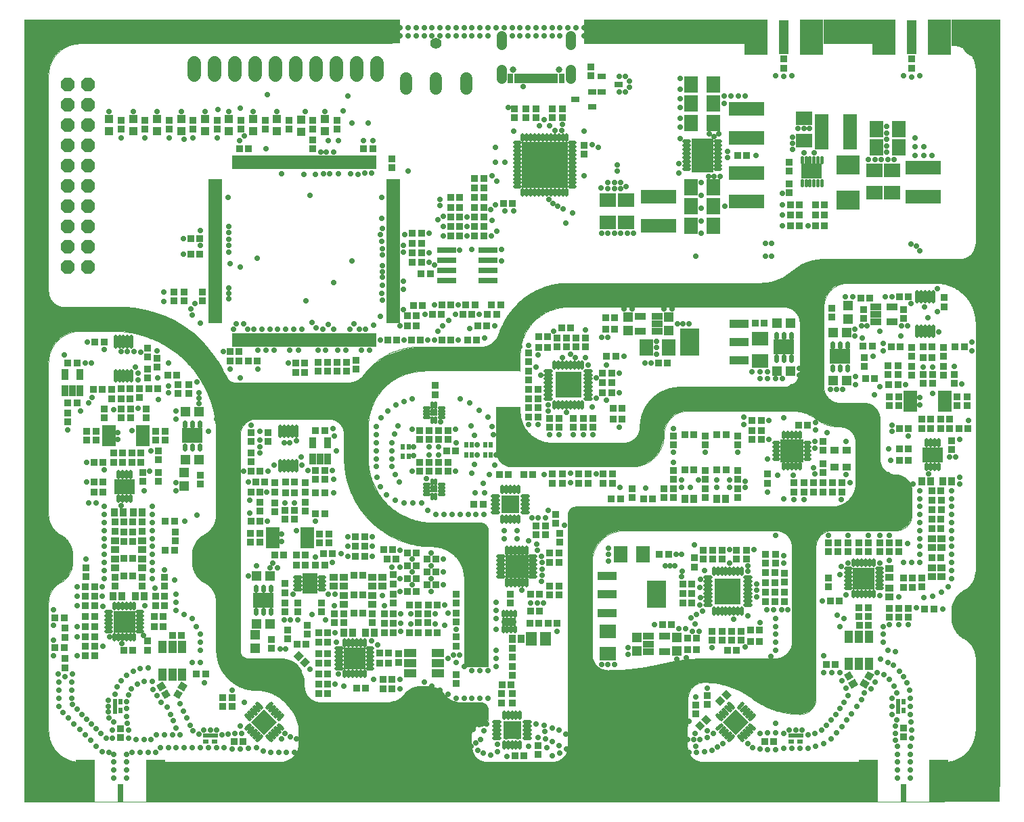
<source format=gbr>
G04 EAGLE Gerber RS-274X export*
G75*
%MOMM*%
%FSLAX34Y34*%
%LPD*%
%INSoldermask Top*%
%IPPOS*%
%AMOC8*
5,1,8,0,0,1.08239X$1,22.5*%
G01*
%ADD10C,0.000000*%
%ADD11R,0.923200X0.873200*%
%ADD12R,0.873200X0.923200*%
%ADD13R,1.203200X1.303200*%
%ADD14R,2.003200X1.803200*%
%ADD15R,1.803200X2.003200*%
%ADD16C,0.473200*%
%ADD17R,1.853200X2.583200*%
%ADD18R,1.674100X0.684700*%
%ADD19C,0.483200*%
%ADD20R,2.903200X2.903200*%
%ADD21R,3.303200X3.303200*%
%ADD22R,1.383300X0.812400*%
%ADD23C,0.403200*%
%ADD24R,0.963200X0.963200*%
%ADD25R,2.468300X1.132300*%
%ADD26R,2.468300X3.432300*%
%ADD27R,2.583200X1.853200*%
%ADD28C,0.482400*%
%ADD29R,1.803200X1.103200*%
%ADD30R,0.903200X1.103200*%
%ADD31R,1.103200X0.903200*%
%ADD32R,0.627100X0.774100*%
%ADD33C,0.600000*%
%ADD34R,2.603200X1.903200*%
%ADD35R,1.303200X1.203200*%
%ADD36R,4.403200X1.703200*%
%ADD37R,0.503200X1.803200*%
%ADD38R,1.803200X0.503200*%
%ADD39R,2.403200X0.803200*%
%ADD40R,0.812400X1.383300*%
%ADD41R,1.003200X1.003200*%
%ADD42C,0.485000*%
%ADD43R,2.263200X2.263200*%
%ADD44R,2.263200X2.263200*%
%ADD45C,0.467200*%
%ADD46R,2.703200X2.703200*%
%ADD47R,1.003200X1.603200*%
%ADD48R,1.603200X1.003200*%
%ADD49R,1.203200X4.203200*%
%ADD50R,2.870200X4.394200*%
%ADD51R,0.723200X1.203200*%
%ADD52R,0.473200X1.203200*%
%ADD53C,1.311200*%
%ADD54C,0.803200*%
%ADD55C,1.727200*%
%ADD56R,5.803200X5.803200*%
%ADD57P,1.869504X8X112.500000*%
%ADD58R,2.803200X4.203200*%
%ADD59C,0.453200*%
%ADD60R,1.703200X4.403200*%
%ADD61R,2.946400X2.362200*%
%ADD62R,1.103200X0.953200*%
%ADD63C,1.511200*%
%ADD64C,1.403200*%
%ADD65R,0.991600X0.744700*%
%ADD66R,1.398700X1.668500*%
%ADD67R,0.803200X2.303200*%
%ADD68R,2.489200X5.283200*%
%ADD69R,0.503200X0.803200*%
%ADD70R,0.553200X1.903200*%
%ADD71R,0.803200X0.503200*%
%ADD72R,1.903200X0.553200*%
%ADD73C,0.703200*%
%ADD74C,4.703200*%

G36*
X70005Y-20001D02*
X70005Y-20001D01*
X70005Y-20000D01*
X70005Y30000D01*
X70001Y30005D01*
X70000Y30005D01*
X69980Y30006D01*
X69904Y30011D01*
X69828Y30016D01*
X69753Y30021D01*
X69752Y30021D01*
X69677Y30026D01*
X69601Y30031D01*
X69525Y30036D01*
X69449Y30041D01*
X69374Y30046D01*
X69373Y30046D01*
X69298Y30051D01*
X69222Y30056D01*
X69146Y30061D01*
X69070Y30066D01*
X68995Y30071D01*
X68994Y30071D01*
X68919Y30076D01*
X68843Y30081D01*
X68767Y30086D01*
X68691Y30091D01*
X68616Y30096D01*
X68615Y30096D01*
X68540Y30101D01*
X68464Y30106D01*
X68388Y30111D01*
X68312Y30116D01*
X68236Y30121D01*
X68161Y30126D01*
X68160Y30126D01*
X68085Y30131D01*
X68009Y30136D01*
X67933Y30140D01*
X67857Y30145D01*
X67782Y30150D01*
X67781Y30150D01*
X67706Y30155D01*
X67630Y30160D01*
X67554Y30165D01*
X67478Y30170D01*
X67403Y30175D01*
X67402Y30175D01*
X67327Y30180D01*
X67251Y30185D01*
X67175Y30190D01*
X67099Y30195D01*
X67024Y30200D01*
X67023Y30200D01*
X66948Y30205D01*
X66872Y30210D01*
X66796Y30215D01*
X66720Y30220D01*
X66645Y30225D01*
X66644Y30225D01*
X66569Y30230D01*
X66493Y30235D01*
X66417Y30240D01*
X66341Y30245D01*
X66266Y30250D01*
X66265Y30250D01*
X66190Y30255D01*
X66114Y30260D01*
X66038Y30265D01*
X65962Y30270D01*
X65886Y30275D01*
X65811Y30280D01*
X65735Y30285D01*
X65659Y30290D01*
X65583Y30295D01*
X65507Y30299D01*
X65432Y30304D01*
X65431Y30304D01*
X65356Y30309D01*
X65280Y30314D01*
X65204Y30319D01*
X65128Y30324D01*
X65053Y30329D01*
X65052Y30329D01*
X64977Y30334D01*
X64901Y30339D01*
X64825Y30344D01*
X64780Y30347D01*
X59649Y31368D01*
X54695Y33049D01*
X50003Y35363D01*
X45652Y38270D01*
X41719Y41719D01*
X38270Y45652D01*
X35363Y50003D01*
X33049Y54695D01*
X31368Y59649D01*
X30347Y64780D01*
X30005Y70000D01*
X30005Y230000D01*
X30263Y233816D01*
X31033Y237562D01*
X32300Y241170D01*
X34042Y244575D01*
X36227Y247714D01*
X38814Y250530D01*
X41757Y252972D01*
X45003Y254996D01*
X48248Y257020D01*
X48249Y257020D01*
X51193Y259462D01*
X51193Y259463D01*
X53781Y262280D01*
X53782Y262280D01*
X55966Y265420D01*
X55967Y265420D01*
X57709Y268826D01*
X58977Y272435D01*
X58976Y272436D01*
X58977Y272436D01*
X59747Y276183D01*
X59746Y276183D01*
X59747Y276183D01*
X60005Y280000D01*
X60005Y290000D01*
X59747Y293817D01*
X59746Y293817D01*
X59747Y293817D01*
X58977Y297564D01*
X58976Y297564D01*
X58977Y297565D01*
X57709Y301174D01*
X55967Y304580D01*
X55966Y304580D01*
X53782Y307720D01*
X53781Y307720D01*
X51193Y310537D01*
X51193Y310538D01*
X48249Y312980D01*
X48248Y312980D01*
X45003Y315004D01*
X41757Y317028D01*
X38814Y319470D01*
X36227Y322286D01*
X34042Y325425D01*
X32300Y328830D01*
X31033Y332438D01*
X30263Y336184D01*
X30005Y340000D01*
X30005Y530000D01*
X30347Y535220D01*
X31368Y540351D01*
X33049Y545305D01*
X35363Y549997D01*
X38270Y554348D01*
X41719Y558281D01*
X45652Y561730D01*
X50003Y564637D01*
X54695Y566951D01*
X59649Y568632D01*
X64780Y569653D01*
X70000Y569995D01*
X110000Y569995D01*
X123588Y569283D01*
X137028Y567154D01*
X150171Y563633D01*
X162874Y558756D01*
X174997Y552579D01*
X186409Y545168D01*
X196984Y536605D01*
X206605Y526983D01*
X215168Y516409D01*
X222579Y504997D01*
X228756Y492874D01*
X233633Y480171D01*
X237154Y467028D01*
X239283Y453588D01*
X239995Y440000D01*
X239995Y340000D01*
X239737Y336184D01*
X238967Y332438D01*
X237700Y328830D01*
X235958Y325425D01*
X233773Y322286D01*
X231186Y319470D01*
X228243Y317028D01*
X224997Y315004D01*
X221752Y312980D01*
X221751Y312980D01*
X218807Y310538D01*
X218807Y310537D01*
X216219Y307720D01*
X214034Y304580D01*
X214033Y304580D01*
X212291Y301174D01*
X211023Y297565D01*
X211024Y297564D01*
X211023Y297564D01*
X210253Y293817D01*
X210254Y293817D01*
X210253Y293817D01*
X209995Y290000D01*
X209995Y280000D01*
X210253Y276183D01*
X210254Y276183D01*
X210253Y276183D01*
X211023Y272436D01*
X211024Y272436D01*
X211023Y272435D01*
X212291Y268826D01*
X214033Y265420D01*
X214034Y265420D01*
X216219Y262280D01*
X218807Y259463D01*
X218807Y259462D01*
X221751Y257020D01*
X221752Y257020D01*
X224997Y254996D01*
X228243Y252972D01*
X231186Y250530D01*
X233773Y247714D01*
X235958Y244575D01*
X237700Y241170D01*
X238967Y237562D01*
X239737Y233816D01*
X239995Y230000D01*
X239995Y170000D01*
X240423Y163473D01*
X241699Y157058D01*
X241699Y157057D01*
X243801Y150864D01*
X243802Y150864D01*
X246694Y144998D01*
X246695Y144998D01*
X246695Y144997D01*
X250328Y139559D01*
X250329Y139559D01*
X254641Y134641D01*
X259559Y130329D01*
X259559Y130328D01*
X264997Y126695D01*
X264998Y126695D01*
X264998Y126694D01*
X270864Y123802D01*
X270864Y123801D01*
X277057Y121699D01*
X277058Y121699D01*
X283473Y120423D01*
X290000Y119995D01*
X296604Y119557D01*
X303091Y118251D01*
X309350Y116099D01*
X315269Y113139D01*
X320746Y109423D01*
X325683Y105017D01*
X329996Y99997D01*
X333996Y94997D01*
X337089Y90562D01*
X339572Y85759D01*
X341403Y80672D01*
X342551Y75388D01*
X342995Y70000D01*
X342995Y53000D01*
X342712Y49403D01*
X341870Y45894D01*
X340489Y42561D01*
X338603Y39484D01*
X336260Y36740D01*
X333516Y34397D01*
X330440Y32511D01*
X327106Y31130D01*
X323597Y30288D01*
X320000Y30005D01*
X168000Y30005D01*
X167995Y30001D01*
X167995Y30000D01*
X167995Y-20000D01*
X167999Y-20005D01*
X168000Y-20005D01*
X1050000Y-20005D01*
X1050005Y-20001D01*
X1050005Y-20000D01*
X1050005Y30000D01*
X1050001Y30005D01*
X1050000Y30005D01*
X850000Y30005D01*
X849748Y30025D01*
X849432Y30050D01*
X849117Y30075D01*
X849116Y30075D01*
X848801Y30099D01*
X848485Y30124D01*
X848359Y30134D01*
X848043Y30159D01*
X847727Y30184D01*
X847412Y30209D01*
X847096Y30234D01*
X846872Y30251D01*
X843821Y30984D01*
X840922Y32184D01*
X838247Y33824D01*
X835861Y35861D01*
X833824Y38247D01*
X832184Y40922D01*
X830984Y43821D01*
X830251Y46872D01*
X830005Y50000D01*
X830005Y110000D01*
X830011Y110083D01*
X830012Y110088D01*
X830018Y110172D01*
X830018Y110173D01*
X830018Y110177D01*
X830025Y110262D01*
X830025Y110267D01*
X830031Y110351D01*
X830032Y110356D01*
X830038Y110441D01*
X830038Y110446D01*
X830039Y110446D01*
X830038Y110446D01*
X830045Y110530D01*
X830045Y110535D01*
X830052Y110620D01*
X830058Y110709D01*
X830065Y110794D01*
X830065Y110799D01*
X830071Y110883D01*
X830072Y110888D01*
X830078Y110972D01*
X830078Y110977D01*
X830085Y111062D01*
X830085Y111067D01*
X830091Y111151D01*
X830092Y111151D01*
X830092Y111156D01*
X830098Y111241D01*
X830099Y111246D01*
X830105Y111330D01*
X830105Y111335D01*
X830112Y111420D01*
X830118Y111504D01*
X830118Y111509D01*
X830125Y111594D01*
X830125Y111598D01*
X830125Y111599D01*
X830131Y111683D01*
X830132Y111688D01*
X830138Y111772D01*
X830139Y111777D01*
X830145Y111862D01*
X830145Y111867D01*
X830152Y111951D01*
X830152Y111956D01*
X830158Y112041D01*
X830159Y112046D01*
X830165Y112130D01*
X830172Y112220D01*
X830178Y112304D01*
X830178Y112309D01*
X830185Y112394D01*
X830185Y112398D01*
X830185Y112399D01*
X830192Y112483D01*
X830192Y112488D01*
X830198Y112572D01*
X830199Y112577D01*
X830205Y112662D01*
X830205Y112667D01*
X830212Y112751D01*
X830212Y112756D01*
X830218Y112841D01*
X830225Y112930D01*
X830231Y113015D01*
X830232Y113020D01*
X830238Y113104D01*
X830239Y113109D01*
X830240Y113132D01*
X830965Y116188D01*
X832161Y119093D01*
X833799Y121773D01*
X835838Y124162D01*
X838227Y126201D01*
X840907Y127839D01*
X843812Y129035D01*
X846868Y129760D01*
X850000Y129995D01*
X860698Y129385D01*
X871271Y127648D01*
X881601Y124803D01*
X891572Y120881D01*
X901073Y115927D01*
X909997Y109996D01*
X918997Y103996D01*
X918998Y103996D01*
X926374Y100020D01*
X926375Y100020D01*
X934059Y96678D01*
X934060Y96678D01*
X941998Y93995D01*
X941999Y93995D01*
X951192Y91780D01*
X960554Y90442D01*
X970000Y89995D01*
X973129Y90241D01*
X973129Y90242D01*
X973130Y90241D01*
X976182Y90974D01*
X976182Y90975D01*
X976182Y90974D01*
X979082Y92175D01*
X979082Y92176D01*
X981758Y93815D01*
X981758Y93816D01*
X981759Y93816D01*
X984145Y95854D01*
X984145Y95855D01*
X984146Y95855D01*
X986184Y98241D01*
X986184Y98242D01*
X986185Y98242D01*
X987824Y100918D01*
X987825Y100918D01*
X989026Y103818D01*
X989026Y103819D01*
X989759Y106870D01*
X989758Y106871D01*
X989759Y106871D01*
X989763Y106928D01*
X989764Y106938D01*
X989778Y107122D01*
X989779Y107122D01*
X989779Y107132D01*
X989794Y107315D01*
X989795Y107325D01*
X989809Y107509D01*
X989810Y107519D01*
X989824Y107703D01*
X989825Y107713D01*
X989839Y107897D01*
X989840Y107897D01*
X989840Y107907D01*
X989855Y108091D01*
X989856Y108101D01*
X989870Y108284D01*
X989871Y108294D01*
X989885Y108478D01*
X989886Y108488D01*
X989900Y108672D01*
X989901Y108672D01*
X989901Y108682D01*
X989916Y108866D01*
X989930Y109050D01*
X989931Y109059D01*
X989931Y109060D01*
X989945Y109243D01*
X989946Y109253D01*
X989961Y109437D01*
X989961Y109447D01*
X989962Y109447D01*
X989976Y109631D01*
X989977Y109641D01*
X989991Y109825D01*
X989992Y109835D01*
X990005Y110000D01*
X990005Y300000D01*
X990251Y303128D01*
X990984Y306179D01*
X992184Y309078D01*
X993824Y311753D01*
X995861Y314139D01*
X998247Y316176D01*
X1000922Y317816D01*
X1003821Y319016D01*
X1006872Y319749D01*
X1010000Y319995D01*
X1090000Y319995D01*
X1093129Y320241D01*
X1093129Y320242D01*
X1093130Y320241D01*
X1096182Y320974D01*
X1096182Y320975D01*
X1096182Y320974D01*
X1099082Y322175D01*
X1099082Y322176D01*
X1101758Y323815D01*
X1101758Y323816D01*
X1101759Y323816D01*
X1104145Y325854D01*
X1104145Y325855D01*
X1104146Y325855D01*
X1106184Y328241D01*
X1106184Y328242D01*
X1106185Y328242D01*
X1107824Y330918D01*
X1107825Y330918D01*
X1109026Y333818D01*
X1109026Y333819D01*
X1109759Y336870D01*
X1109758Y336870D01*
X1109759Y336871D01*
X1110005Y340000D01*
X1110005Y370000D01*
X1109759Y373129D01*
X1109758Y373129D01*
X1109759Y373130D01*
X1109026Y376182D01*
X1107825Y379082D01*
X1107824Y379082D01*
X1106185Y381758D01*
X1106184Y381758D01*
X1106184Y381759D01*
X1104146Y384145D01*
X1104145Y384145D01*
X1104145Y384146D01*
X1101759Y386184D01*
X1101758Y386184D01*
X1101758Y386185D01*
X1099082Y387824D01*
X1099082Y387825D01*
X1096182Y389026D01*
X1093130Y389759D01*
X1093129Y389758D01*
X1093129Y389759D01*
X1093066Y389764D01*
X1092940Y389774D01*
X1092624Y389798D01*
X1092309Y389823D01*
X1091993Y389848D01*
X1091677Y389873D01*
X1091362Y389898D01*
X1091046Y389923D01*
X1090730Y389948D01*
X1090415Y389972D01*
X1090099Y389997D01*
X1090000Y390005D01*
X1089783Y390022D01*
X1089657Y390032D01*
X1089341Y390057D01*
X1089026Y390082D01*
X1088710Y390107D01*
X1088394Y390131D01*
X1088079Y390156D01*
X1088078Y390156D01*
X1087763Y390181D01*
X1087447Y390206D01*
X1087131Y390231D01*
X1086872Y390251D01*
X1083821Y390984D01*
X1080922Y392184D01*
X1078247Y393824D01*
X1075861Y395861D01*
X1073824Y398247D01*
X1072184Y400922D01*
X1070984Y403821D01*
X1070251Y406872D01*
X1070005Y410000D01*
X1070005Y460000D01*
X1069759Y463129D01*
X1069758Y463129D01*
X1069759Y463130D01*
X1069026Y466182D01*
X1067825Y469082D01*
X1067824Y469082D01*
X1066185Y471758D01*
X1066184Y471758D01*
X1066184Y471759D01*
X1064146Y474145D01*
X1064145Y474145D01*
X1064145Y474146D01*
X1061759Y476184D01*
X1061758Y476184D01*
X1061758Y476185D01*
X1059082Y477824D01*
X1059082Y477825D01*
X1056182Y479026D01*
X1053130Y479759D01*
X1053129Y479758D01*
X1053129Y479759D01*
X1052890Y479778D01*
X1052574Y479802D01*
X1052259Y479827D01*
X1051943Y479852D01*
X1051627Y479877D01*
X1051312Y479902D01*
X1050996Y479927D01*
X1050870Y479937D01*
X1050554Y479961D01*
X1050238Y479986D01*
X1050000Y480005D01*
X1020000Y480005D01*
X1019923Y480011D01*
X1019607Y480036D01*
X1019291Y480061D01*
X1018976Y480086D01*
X1018660Y480110D01*
X1018344Y480135D01*
X1018028Y480160D01*
X1017713Y480185D01*
X1017587Y480195D01*
X1017586Y480195D01*
X1017271Y480220D01*
X1016955Y480245D01*
X1016872Y480251D01*
X1013821Y480984D01*
X1010922Y482184D01*
X1008247Y483824D01*
X1005861Y485861D01*
X1003824Y488247D01*
X1002184Y490922D01*
X1000984Y493821D01*
X1000251Y496872D01*
X1000005Y500000D01*
X1000005Y600000D01*
X1000310Y604269D01*
X1001220Y608451D01*
X1002716Y612460D01*
X1004767Y616216D01*
X1007331Y619643D01*
X1010357Y622669D01*
X1013784Y625233D01*
X1017540Y627284D01*
X1021549Y628780D01*
X1025731Y629690D01*
X1030000Y629995D01*
X1140000Y629995D01*
X1146526Y629567D01*
X1152940Y628292D01*
X1159132Y626189D01*
X1164997Y623297D01*
X1170435Y619664D01*
X1175352Y615352D01*
X1179664Y610435D01*
X1183297Y604997D01*
X1186189Y599132D01*
X1188292Y592940D01*
X1189567Y586526D01*
X1189995Y580000D01*
X1189995Y270000D01*
X1189737Y266184D01*
X1188967Y262438D01*
X1187700Y258830D01*
X1185958Y255425D01*
X1183773Y252286D01*
X1181186Y249470D01*
X1178243Y247028D01*
X1174997Y245004D01*
X1171752Y242980D01*
X1171751Y242980D01*
X1168807Y240538D01*
X1168807Y240537D01*
X1166219Y237720D01*
X1164034Y234580D01*
X1164033Y234580D01*
X1162291Y231174D01*
X1161023Y227565D01*
X1161024Y227565D01*
X1161023Y227564D01*
X1160253Y223817D01*
X1160254Y223817D01*
X1160253Y223817D01*
X1159995Y220000D01*
X1159995Y210000D01*
X1160253Y206183D01*
X1160254Y206183D01*
X1160253Y206183D01*
X1161023Y202436D01*
X1161024Y202436D01*
X1161023Y202435D01*
X1162291Y198826D01*
X1164033Y195420D01*
X1164034Y195420D01*
X1166219Y192280D01*
X1168807Y189463D01*
X1168807Y189462D01*
X1171751Y187020D01*
X1171752Y187020D01*
X1174997Y184996D01*
X1178243Y182972D01*
X1181186Y180530D01*
X1183773Y177714D01*
X1185958Y174575D01*
X1187700Y171170D01*
X1188967Y167562D01*
X1189737Y163816D01*
X1189995Y160000D01*
X1189995Y70000D01*
X1189653Y64780D01*
X1188632Y59649D01*
X1186951Y54695D01*
X1184637Y50003D01*
X1181730Y45652D01*
X1178281Y41719D01*
X1174348Y38270D01*
X1169997Y35363D01*
X1165305Y33049D01*
X1160351Y31368D01*
X1155220Y30347D01*
X1155175Y30344D01*
X1155099Y30339D01*
X1155023Y30334D01*
X1154948Y30329D01*
X1154947Y30329D01*
X1154872Y30324D01*
X1154796Y30319D01*
X1154720Y30314D01*
X1154644Y30309D01*
X1154569Y30304D01*
X1154568Y30304D01*
X1154493Y30299D01*
X1154417Y30295D01*
X1154341Y30290D01*
X1154265Y30285D01*
X1154190Y30280D01*
X1154189Y30280D01*
X1154114Y30275D01*
X1154038Y30270D01*
X1153962Y30265D01*
X1153886Y30260D01*
X1153810Y30255D01*
X1153735Y30250D01*
X1153659Y30245D01*
X1153583Y30240D01*
X1153507Y30235D01*
X1153431Y30230D01*
X1153356Y30225D01*
X1153280Y30220D01*
X1153204Y30215D01*
X1153128Y30210D01*
X1153052Y30205D01*
X1152977Y30200D01*
X1152976Y30200D01*
X1152901Y30195D01*
X1152825Y30190D01*
X1152749Y30185D01*
X1152673Y30180D01*
X1152598Y30175D01*
X1152597Y30175D01*
X1152522Y30170D01*
X1152446Y30165D01*
X1152370Y30160D01*
X1152294Y30155D01*
X1152219Y30150D01*
X1152218Y30150D01*
X1152143Y30145D01*
X1152067Y30140D01*
X1151991Y30136D01*
X1151915Y30131D01*
X1151840Y30126D01*
X1151839Y30126D01*
X1151764Y30121D01*
X1151688Y30116D01*
X1151612Y30111D01*
X1151536Y30106D01*
X1151461Y30101D01*
X1151460Y30101D01*
X1151385Y30096D01*
X1151309Y30091D01*
X1151233Y30086D01*
X1151157Y30081D01*
X1151081Y30076D01*
X1151006Y30071D01*
X1150930Y30066D01*
X1150854Y30061D01*
X1150778Y30056D01*
X1150702Y30051D01*
X1150627Y30046D01*
X1150551Y30041D01*
X1150475Y30036D01*
X1150399Y30031D01*
X1150323Y30026D01*
X1150248Y30021D01*
X1150247Y30021D01*
X1150172Y30016D01*
X1150096Y30011D01*
X1150020Y30006D01*
X1150000Y30005D01*
X1149995Y30000D01*
X1149995Y-20000D01*
X1149999Y-20005D01*
X1150000Y-20005D01*
X1220000Y-20005D01*
X1220005Y-20001D01*
X1220005Y-20000D01*
X1220005Y960000D01*
X1220001Y960005D01*
X1220000Y960005D01*
X1160000Y960005D01*
X1159995Y960001D01*
X1159995Y960000D01*
X1159995Y928000D01*
X1159999Y927995D01*
X1160000Y927995D01*
X1164269Y927690D01*
X1168451Y926780D01*
X1172460Y925284D01*
X1176216Y923233D01*
X1179643Y920669D01*
X1182669Y917643D01*
X1185233Y914216D01*
X1187284Y910460D01*
X1188780Y906451D01*
X1189690Y902269D01*
X1189995Y898000D01*
X1189995Y680000D01*
X1189749Y676872D01*
X1189016Y673821D01*
X1187816Y670922D01*
X1186176Y668247D01*
X1184139Y665861D01*
X1181753Y663824D01*
X1179078Y662184D01*
X1176179Y660984D01*
X1173128Y660251D01*
X1170000Y660005D01*
X1000000Y660005D01*
X999985Y660004D01*
X999984Y660004D01*
X999902Y659999D01*
X999901Y659999D01*
X999819Y659994D01*
X999818Y659994D01*
X999736Y659989D01*
X999735Y659989D01*
X999653Y659984D01*
X999652Y659984D01*
X999570Y659979D01*
X999569Y659979D01*
X999487Y659974D01*
X999486Y659974D01*
X999404Y659969D01*
X999403Y659969D01*
X999321Y659964D01*
X999320Y659964D01*
X999238Y659959D01*
X999237Y659959D01*
X999155Y659954D01*
X999154Y659954D01*
X999072Y659949D01*
X999071Y659949D01*
X998989Y659944D01*
X998988Y659944D01*
X998906Y659939D01*
X998905Y659939D01*
X998823Y659935D01*
X998822Y659935D01*
X998740Y659930D01*
X998739Y659930D01*
X998657Y659925D01*
X998656Y659925D01*
X998574Y659920D01*
X998573Y659920D01*
X998491Y659915D01*
X998490Y659915D01*
X998408Y659910D01*
X998407Y659910D01*
X998325Y659905D01*
X998324Y659905D01*
X998242Y659900D01*
X998241Y659900D01*
X998159Y659895D01*
X998158Y659895D01*
X998076Y659890D01*
X998075Y659890D01*
X997993Y659885D01*
X997992Y659885D01*
X997910Y659880D01*
X997909Y659880D01*
X997827Y659875D01*
X997826Y659875D01*
X997744Y659870D01*
X997743Y659870D01*
X997661Y659865D01*
X997660Y659865D01*
X997578Y659860D01*
X997577Y659860D01*
X997495Y659855D01*
X997494Y659855D01*
X997412Y659850D01*
X997411Y659850D01*
X997329Y659845D01*
X997328Y659845D01*
X997246Y659840D01*
X997245Y659840D01*
X997163Y659835D01*
X997162Y659835D01*
X997080Y659830D01*
X997079Y659830D01*
X996997Y659825D01*
X996914Y659820D01*
X996831Y659815D01*
X996748Y659810D01*
X996665Y659805D01*
X996582Y659800D01*
X996499Y659795D01*
X996416Y659790D01*
X996333Y659785D01*
X996250Y659780D01*
X996167Y659776D01*
X996084Y659771D01*
X996001Y659766D01*
X995918Y659761D01*
X995835Y659756D01*
X995752Y659751D01*
X995669Y659746D01*
X995586Y659741D01*
X995503Y659736D01*
X995420Y659731D01*
X995337Y659726D01*
X995254Y659721D01*
X995171Y659716D01*
X995088Y659711D01*
X995005Y659706D01*
X994922Y659701D01*
X994839Y659696D01*
X994756Y659691D01*
X994673Y659686D01*
X994590Y659681D01*
X994507Y659676D01*
X994424Y659671D01*
X994341Y659666D01*
X994258Y659661D01*
X994175Y659656D01*
X994092Y659651D01*
X994009Y659646D01*
X993926Y659641D01*
X993843Y659636D01*
X993760Y659631D01*
X993677Y659626D01*
X993594Y659621D01*
X993511Y659617D01*
X993428Y659612D01*
X993345Y659607D01*
X993262Y659602D01*
X993179Y659597D01*
X993096Y659592D01*
X993013Y659587D01*
X992930Y659582D01*
X992847Y659577D01*
X992764Y659572D01*
X992742Y659570D01*
X992741Y659570D01*
X985587Y658273D01*
X978639Y656131D01*
X978638Y656131D01*
X971995Y653176D01*
X971994Y653176D01*
X965751Y649449D01*
X959997Y645004D01*
X954243Y640559D01*
X948001Y636833D01*
X941358Y633878D01*
X934411Y631737D01*
X927257Y630439D01*
X927183Y630435D01*
X927100Y630430D01*
X927017Y630425D01*
X926934Y630420D01*
X926851Y630415D01*
X926768Y630410D01*
X926685Y630405D01*
X926602Y630400D01*
X926519Y630395D01*
X926436Y630390D01*
X926353Y630385D01*
X926270Y630380D01*
X926187Y630375D01*
X926104Y630370D01*
X926021Y630365D01*
X925938Y630361D01*
X925855Y630356D01*
X925772Y630351D01*
X925689Y630346D01*
X925606Y630341D01*
X925523Y630336D01*
X925440Y630331D01*
X925357Y630326D01*
X925274Y630321D01*
X925191Y630316D01*
X925108Y630311D01*
X925025Y630306D01*
X924942Y630301D01*
X924859Y630296D01*
X924776Y630291D01*
X924693Y630286D01*
X924610Y630281D01*
X924527Y630276D01*
X924444Y630271D01*
X924361Y630266D01*
X924278Y630261D01*
X924195Y630256D01*
X924112Y630251D01*
X924029Y630246D01*
X923946Y630241D01*
X923863Y630236D01*
X923780Y630231D01*
X923697Y630226D01*
X923614Y630221D01*
X923531Y630216D01*
X923448Y630211D01*
X923365Y630206D01*
X923282Y630202D01*
X923200Y630197D01*
X923199Y630197D01*
X923117Y630192D01*
X923116Y630192D01*
X923034Y630187D01*
X923033Y630187D01*
X922951Y630182D01*
X922950Y630182D01*
X922868Y630177D01*
X922867Y630177D01*
X922785Y630172D01*
X922784Y630172D01*
X922702Y630167D01*
X922701Y630167D01*
X922619Y630162D01*
X922618Y630162D01*
X922536Y630157D01*
X922535Y630157D01*
X922453Y630152D01*
X922452Y630152D01*
X922370Y630147D01*
X922369Y630147D01*
X922287Y630142D01*
X922286Y630142D01*
X922204Y630137D01*
X922203Y630137D01*
X922121Y630132D01*
X922120Y630132D01*
X922038Y630127D01*
X922037Y630127D01*
X921955Y630122D01*
X921954Y630122D01*
X921872Y630117D01*
X921871Y630117D01*
X921789Y630112D01*
X921788Y630112D01*
X921706Y630107D01*
X921705Y630107D01*
X921623Y630102D01*
X921622Y630102D01*
X921540Y630097D01*
X921539Y630097D01*
X921457Y630092D01*
X921456Y630092D01*
X921374Y630087D01*
X921373Y630087D01*
X921291Y630082D01*
X921290Y630082D01*
X921208Y630077D01*
X921207Y630077D01*
X921125Y630072D01*
X921124Y630072D01*
X921042Y630067D01*
X921041Y630067D01*
X920959Y630062D01*
X920958Y630062D01*
X920876Y630057D01*
X920875Y630057D01*
X920793Y630052D01*
X920792Y630052D01*
X920710Y630047D01*
X920709Y630047D01*
X920627Y630043D01*
X920626Y630043D01*
X920544Y630038D01*
X920543Y630038D01*
X920461Y630033D01*
X920460Y630033D01*
X920378Y630028D01*
X920377Y630028D01*
X920295Y630023D01*
X920294Y630023D01*
X920212Y630018D01*
X920211Y630018D01*
X920129Y630013D01*
X920128Y630013D01*
X920046Y630008D01*
X920045Y630008D01*
X920000Y630005D01*
X680000Y630005D01*
X679989Y630004D01*
X679897Y629999D01*
X679806Y629994D01*
X679805Y629994D01*
X679714Y629990D01*
X679713Y629990D01*
X679713Y629989D01*
X679622Y629985D01*
X679530Y629980D01*
X679438Y629975D01*
X679346Y629970D01*
X679254Y629965D01*
X679163Y629960D01*
X679162Y629960D01*
X679071Y629955D01*
X679070Y629955D01*
X678979Y629950D01*
X678887Y629945D01*
X678795Y629940D01*
X678703Y629935D01*
X678612Y629930D01*
X678611Y629930D01*
X678520Y629925D01*
X678519Y629925D01*
X678428Y629920D01*
X678427Y629920D01*
X678336Y629915D01*
X678244Y629910D01*
X678152Y629905D01*
X678060Y629900D01*
X677969Y629895D01*
X677968Y629895D01*
X677877Y629890D01*
X677876Y629890D01*
X677785Y629885D01*
X677693Y629880D01*
X677601Y629875D01*
X677509Y629870D01*
X677417Y629865D01*
X677326Y629860D01*
X677325Y629860D01*
X677234Y629855D01*
X677233Y629855D01*
X677142Y629850D01*
X677050Y629845D01*
X676958Y629840D01*
X676866Y629835D01*
X676774Y629831D01*
X676774Y629830D01*
X676683Y629826D01*
X676682Y629826D01*
X676591Y629821D01*
X676590Y629821D01*
X676499Y629816D01*
X676407Y629811D01*
X676315Y629806D01*
X676223Y629801D01*
X676131Y629796D01*
X676040Y629791D01*
X676039Y629791D01*
X675948Y629786D01*
X675947Y629786D01*
X675856Y629781D01*
X675764Y629776D01*
X675672Y629771D01*
X675580Y629766D01*
X675488Y629761D01*
X675397Y629756D01*
X675396Y629756D01*
X675305Y629751D01*
X675304Y629751D01*
X675213Y629746D01*
X675121Y629741D01*
X675029Y629736D01*
X674937Y629731D01*
X674845Y629726D01*
X674754Y629721D01*
X674753Y629721D01*
X674662Y629716D01*
X674661Y629716D01*
X674570Y629711D01*
X674478Y629706D01*
X674386Y629701D01*
X674294Y629696D01*
X674202Y629691D01*
X674111Y629686D01*
X674110Y629686D01*
X674019Y629681D01*
X674018Y629681D01*
X673927Y629676D01*
X673835Y629672D01*
X673835Y629671D01*
X673743Y629667D01*
X673651Y629662D01*
X673559Y629657D01*
X673468Y629652D01*
X673467Y629652D01*
X673376Y629647D01*
X673375Y629647D01*
X673284Y629642D01*
X673192Y629637D01*
X673100Y629632D01*
X673008Y629627D01*
X672917Y629622D01*
X672916Y629622D01*
X672825Y629617D01*
X672824Y629617D01*
X672733Y629612D01*
X672732Y629612D01*
X672641Y629607D01*
X672549Y629602D01*
X672457Y629597D01*
X672365Y629592D01*
X672274Y629587D01*
X672273Y629587D01*
X672182Y629582D01*
X672181Y629582D01*
X672090Y629577D01*
X672089Y629577D01*
X671998Y629572D01*
X671906Y629567D01*
X671814Y629562D01*
X671722Y629557D01*
X671631Y629552D01*
X671630Y629552D01*
X671539Y629547D01*
X671538Y629547D01*
X671447Y629542D01*
X671355Y629537D01*
X671263Y629532D01*
X671171Y629527D01*
X671079Y629522D01*
X670988Y629517D01*
X670987Y629517D01*
X670896Y629513D01*
X670895Y629513D01*
X670895Y629512D01*
X670804Y629508D01*
X670712Y629503D01*
X670620Y629498D01*
X670528Y629493D01*
X670436Y629488D01*
X670345Y629483D01*
X670344Y629483D01*
X670253Y629478D01*
X670252Y629478D01*
X670219Y629476D01*
X660552Y627895D01*
X651112Y625280D01*
X642010Y621662D01*
X642009Y621662D01*
X633350Y617084D01*
X633350Y617083D01*
X633350Y617084D01*
X625235Y611598D01*
X625235Y611597D01*
X617759Y605268D01*
X611010Y598170D01*
X611010Y598169D01*
X611009Y598169D01*
X605065Y590384D01*
X605066Y590384D01*
X605065Y590384D01*
X599996Y582003D01*
X599996Y582002D01*
X597321Y576581D01*
X594995Y571002D01*
X591995Y563002D01*
X590716Y560212D01*
X589029Y557648D01*
X586974Y555369D01*
X584599Y553426D01*
X581957Y551865D01*
X579109Y550721D01*
X576121Y550021D01*
X573061Y549780D01*
X573012Y549784D01*
X572944Y549789D01*
X572877Y549794D01*
X572809Y549799D01*
X572741Y549804D01*
X572674Y549809D01*
X572673Y549809D01*
X572606Y549814D01*
X572538Y549819D01*
X572470Y549824D01*
X572403Y549829D01*
X572335Y549834D01*
X572267Y549839D01*
X572200Y549844D01*
X572132Y549849D01*
X572064Y549854D01*
X571997Y549858D01*
X571996Y549858D01*
X571929Y549863D01*
X571861Y549868D01*
X571793Y549873D01*
X571726Y549878D01*
X571658Y549883D01*
X571590Y549888D01*
X571523Y549893D01*
X571455Y549898D01*
X571387Y549903D01*
X571320Y549908D01*
X571319Y549908D01*
X571252Y549913D01*
X571184Y549918D01*
X571116Y549923D01*
X571049Y549928D01*
X570981Y549933D01*
X570913Y549938D01*
X570846Y549943D01*
X570778Y549948D01*
X570710Y549953D01*
X570643Y549958D01*
X570642Y549958D01*
X570575Y549963D01*
X570507Y549968D01*
X570439Y549973D01*
X570372Y549978D01*
X570304Y549983D01*
X570236Y549988D01*
X570169Y549993D01*
X570101Y549998D01*
X570033Y550003D01*
X570000Y550005D01*
X500000Y550005D01*
X499956Y550003D01*
X499955Y550003D01*
X499865Y549998D01*
X499774Y549993D01*
X499683Y549988D01*
X499593Y549983D01*
X499592Y549983D01*
X499502Y549978D01*
X499501Y549978D01*
X499411Y549973D01*
X499320Y549968D01*
X499229Y549963D01*
X499139Y549958D01*
X499138Y549958D01*
X499048Y549953D01*
X499047Y549953D01*
X498957Y549948D01*
X498866Y549943D01*
X498775Y549938D01*
X498685Y549933D01*
X498684Y549933D01*
X498594Y549928D01*
X498593Y549928D01*
X498503Y549923D01*
X498412Y549918D01*
X498321Y549913D01*
X498231Y549908D01*
X498230Y549908D01*
X498140Y549903D01*
X498139Y549903D01*
X498049Y549898D01*
X497958Y549893D01*
X497867Y549888D01*
X497777Y549883D01*
X497776Y549883D01*
X497686Y549878D01*
X497685Y549878D01*
X497595Y549873D01*
X497504Y549868D01*
X497413Y549863D01*
X497323Y549858D01*
X497322Y549858D01*
X497232Y549854D01*
X497231Y549853D01*
X497141Y549849D01*
X497050Y549844D01*
X496959Y549839D01*
X496869Y549834D01*
X496868Y549834D01*
X496778Y549829D01*
X496777Y549829D01*
X496687Y549824D01*
X496596Y549819D01*
X496505Y549814D01*
X496415Y549809D01*
X496414Y549809D01*
X496324Y549804D01*
X496323Y549804D01*
X496233Y549799D01*
X496142Y549794D01*
X496051Y549789D01*
X495961Y549784D01*
X495960Y549784D01*
X495870Y549779D01*
X495779Y549774D01*
X495688Y549769D01*
X495597Y549764D01*
X495507Y549759D01*
X495506Y549759D01*
X495416Y549754D01*
X495325Y549749D01*
X495234Y549744D01*
X495143Y549739D01*
X495053Y549734D01*
X495052Y549734D01*
X494962Y549729D01*
X494871Y549724D01*
X494780Y549719D01*
X494689Y549714D01*
X494599Y549709D01*
X494598Y549709D01*
X494508Y549704D01*
X494417Y549699D01*
X494326Y549695D01*
X494326Y549694D01*
X494235Y549690D01*
X494145Y549685D01*
X494144Y549685D01*
X494054Y549680D01*
X493963Y549675D01*
X493872Y549670D01*
X493781Y549665D01*
X493691Y549660D01*
X493690Y549660D01*
X493600Y549655D01*
X493509Y549650D01*
X493418Y549645D01*
X493327Y549640D01*
X493237Y549635D01*
X493236Y549635D01*
X493146Y549630D01*
X493055Y549625D01*
X492964Y549620D01*
X492873Y549615D01*
X492783Y549610D01*
X492782Y549610D01*
X492692Y549605D01*
X492601Y549600D01*
X492510Y549595D01*
X492419Y549590D01*
X492329Y549585D01*
X492328Y549585D01*
X492238Y549580D01*
X492147Y549575D01*
X492056Y549570D01*
X491965Y549565D01*
X491875Y549560D01*
X491874Y549560D01*
X491784Y549555D01*
X491693Y549550D01*
X491602Y549545D01*
X491511Y549540D01*
X491421Y549536D01*
X491420Y549536D01*
X491330Y549531D01*
X491239Y549526D01*
X491148Y549521D01*
X491057Y549516D01*
X490967Y549511D01*
X490966Y549511D01*
X490876Y549506D01*
X490785Y549501D01*
X490694Y549496D01*
X490603Y549491D01*
X490513Y549486D01*
X490512Y549486D01*
X490422Y549481D01*
X490331Y549476D01*
X490240Y549471D01*
X490149Y549466D01*
X490059Y549461D01*
X490058Y549461D01*
X489968Y549456D01*
X489877Y549451D01*
X489786Y549446D01*
X489695Y549441D01*
X489605Y549436D01*
X489604Y549436D01*
X489514Y549431D01*
X489423Y549426D01*
X489332Y549421D01*
X489241Y549416D01*
X489151Y549411D01*
X489150Y549411D01*
X489060Y549406D01*
X489050Y549406D01*
X478231Y547615D01*
X478230Y547615D01*
X467671Y544655D01*
X457498Y540560D01*
X447832Y535380D01*
X447832Y535379D01*
X438790Y529175D01*
X438789Y529175D01*
X430478Y522022D01*
X430478Y522021D01*
X430477Y522021D01*
X422996Y514003D01*
X420362Y511294D01*
X417351Y509012D01*
X414032Y507206D01*
X410480Y505919D01*
X406774Y505180D01*
X406763Y505179D01*
X406656Y505175D01*
X406656Y505174D01*
X406549Y505170D01*
X406442Y505165D01*
X406441Y505165D01*
X406335Y505160D01*
X406334Y505160D01*
X406228Y505155D01*
X406227Y505155D01*
X406120Y505150D01*
X406013Y505145D01*
X405906Y505140D01*
X405799Y505135D01*
X405798Y505135D01*
X405692Y505130D01*
X405691Y505130D01*
X405585Y505125D01*
X405584Y505125D01*
X405477Y505120D01*
X405370Y505115D01*
X405263Y505110D01*
X405156Y505105D01*
X405155Y505105D01*
X405049Y505100D01*
X405048Y505100D01*
X404942Y505095D01*
X404941Y505095D01*
X404834Y505090D01*
X404727Y505085D01*
X404620Y505080D01*
X404513Y505075D01*
X404512Y505075D01*
X404406Y505070D01*
X404405Y505070D01*
X404299Y505065D01*
X404298Y505065D01*
X404191Y505060D01*
X404084Y505055D01*
X403977Y505050D01*
X403870Y505045D01*
X403869Y505045D01*
X403763Y505040D01*
X403762Y505040D01*
X403656Y505035D01*
X403655Y505035D01*
X403548Y505030D01*
X403441Y505025D01*
X403334Y505020D01*
X403227Y505016D01*
X403226Y505016D01*
X403226Y505015D01*
X403120Y505011D01*
X403119Y505011D01*
X403013Y505006D01*
X403012Y505006D01*
X403000Y505005D01*
X265000Y505005D01*
X262587Y505218D01*
X260248Y505850D01*
X258056Y506882D01*
X256079Y508282D01*
X254377Y510007D01*
X253004Y512002D01*
X252004Y514002D01*
X245967Y526192D01*
X245967Y526193D01*
X238808Y537759D01*
X238807Y537759D01*
X238807Y537760D01*
X230590Y548600D01*
X230589Y548600D01*
X221386Y558618D01*
X211280Y567724D01*
X211279Y567724D01*
X200360Y575836D01*
X188724Y582883D01*
X176476Y588802D01*
X176475Y588802D01*
X163724Y593540D01*
X163723Y593540D01*
X150582Y597055D01*
X137168Y599316D01*
X137148Y599317D01*
X137079Y599322D01*
X137011Y599327D01*
X136943Y599332D01*
X136874Y599337D01*
X136806Y599342D01*
X136738Y599347D01*
X136669Y599352D01*
X136601Y599357D01*
X136533Y599362D01*
X136532Y599362D01*
X136464Y599367D01*
X136396Y599372D01*
X136327Y599377D01*
X136259Y599382D01*
X136191Y599387D01*
X136122Y599392D01*
X136054Y599397D01*
X135986Y599402D01*
X135917Y599407D01*
X135849Y599412D01*
X135781Y599417D01*
X135712Y599422D01*
X135644Y599427D01*
X135576Y599432D01*
X135575Y599432D01*
X135507Y599437D01*
X135439Y599442D01*
X135370Y599447D01*
X135302Y599452D01*
X135234Y599457D01*
X135165Y599462D01*
X135097Y599466D01*
X135029Y599471D01*
X134960Y599476D01*
X134892Y599481D01*
X134824Y599486D01*
X134823Y599486D01*
X134755Y599491D01*
X134687Y599496D01*
X134618Y599501D01*
X134550Y599506D01*
X134482Y599511D01*
X134413Y599516D01*
X134345Y599521D01*
X134277Y599526D01*
X134208Y599531D01*
X134140Y599536D01*
X134072Y599541D01*
X134071Y599541D01*
X134003Y599546D01*
X133935Y599551D01*
X133866Y599556D01*
X133798Y599561D01*
X133730Y599566D01*
X133661Y599571D01*
X133593Y599576D01*
X133525Y599581D01*
X133456Y599586D01*
X133388Y599591D01*
X133320Y599596D01*
X133251Y599601D01*
X133183Y599606D01*
X133115Y599611D01*
X133114Y599611D01*
X133046Y599616D01*
X132978Y599621D01*
X132909Y599625D01*
X132841Y599630D01*
X132773Y599635D01*
X132704Y599640D01*
X132636Y599645D01*
X132568Y599650D01*
X132499Y599655D01*
X132431Y599660D01*
X132363Y599665D01*
X132362Y599665D01*
X132294Y599670D01*
X132226Y599675D01*
X132157Y599680D01*
X132089Y599685D01*
X132021Y599690D01*
X131952Y599695D01*
X131884Y599700D01*
X131816Y599705D01*
X131747Y599710D01*
X131679Y599715D01*
X131611Y599720D01*
X131542Y599725D01*
X131474Y599730D01*
X131405Y599735D01*
X131337Y599740D01*
X131269Y599745D01*
X131200Y599750D01*
X131132Y599755D01*
X131064Y599760D01*
X130995Y599765D01*
X130927Y599770D01*
X130859Y599775D01*
X130790Y599780D01*
X130722Y599784D01*
X130654Y599789D01*
X130653Y599789D01*
X130585Y599794D01*
X130517Y599799D01*
X130448Y599804D01*
X130380Y599809D01*
X130312Y599814D01*
X130243Y599819D01*
X130175Y599824D01*
X130107Y599829D01*
X130038Y599834D01*
X129970Y599839D01*
X129902Y599844D01*
X129901Y599844D01*
X129833Y599849D01*
X129765Y599854D01*
X129696Y599859D01*
X129628Y599864D01*
X129560Y599869D01*
X129491Y599874D01*
X129423Y599879D01*
X129355Y599884D01*
X129286Y599889D01*
X129218Y599894D01*
X129150Y599899D01*
X129081Y599904D01*
X129013Y599909D01*
X128944Y599914D01*
X128876Y599919D01*
X128808Y599924D01*
X128739Y599929D01*
X128671Y599934D01*
X128603Y599939D01*
X128534Y599943D01*
X128466Y599948D01*
X128398Y599953D01*
X128329Y599958D01*
X128261Y599963D01*
X128193Y599968D01*
X128192Y599968D01*
X128124Y599973D01*
X128056Y599978D01*
X127987Y599983D01*
X127919Y599988D01*
X127851Y599993D01*
X127782Y599998D01*
X127714Y600003D01*
X127646Y600008D01*
X127577Y600013D01*
X127509Y600018D01*
X127441Y600023D01*
X127440Y600023D01*
X127372Y600028D01*
X127304Y600033D01*
X127235Y600038D01*
X127167Y600043D01*
X127099Y600048D01*
X127030Y600053D01*
X126962Y600058D01*
X126894Y600063D01*
X126825Y600068D01*
X126757Y600073D01*
X126689Y600078D01*
X126620Y600083D01*
X126552Y600088D01*
X126484Y600093D01*
X126483Y600093D01*
X126415Y600098D01*
X126347Y600102D01*
X126278Y600107D01*
X126210Y600112D01*
X126142Y600117D01*
X126073Y600122D01*
X126005Y600127D01*
X125937Y600132D01*
X125868Y600137D01*
X125800Y600142D01*
X125732Y600147D01*
X125731Y600147D01*
X125663Y600152D01*
X125595Y600157D01*
X125526Y600162D01*
X125458Y600167D01*
X125390Y600172D01*
X125321Y600177D01*
X125253Y600182D01*
X125185Y600187D01*
X125116Y600192D01*
X125048Y600197D01*
X124980Y600202D01*
X124979Y600202D01*
X124911Y600207D01*
X124843Y600212D01*
X124774Y600217D01*
X124706Y600222D01*
X124638Y600227D01*
X124569Y600232D01*
X124501Y600237D01*
X124433Y600242D01*
X124364Y600247D01*
X124296Y600252D01*
X124228Y600257D01*
X124159Y600261D01*
X124091Y600266D01*
X124023Y600271D01*
X124022Y600271D01*
X123954Y600276D01*
X123886Y600281D01*
X123817Y600286D01*
X123749Y600291D01*
X123681Y600296D01*
X123612Y600301D01*
X123600Y600302D01*
X123560Y600301D01*
X123558Y600301D01*
X123332Y600296D01*
X123331Y600296D01*
X123105Y600291D01*
X123104Y600291D01*
X122877Y600286D01*
X122876Y600286D01*
X122650Y600281D01*
X122649Y600281D01*
X122423Y600276D01*
X122421Y600276D01*
X122195Y600271D01*
X122194Y600271D01*
X121968Y600266D01*
X121966Y600266D01*
X121740Y600261D01*
X121739Y600261D01*
X121513Y600257D01*
X121512Y600257D01*
X121512Y600256D01*
X121285Y600252D01*
X121284Y600252D01*
X121058Y600247D01*
X121057Y600247D01*
X120831Y600242D01*
X120829Y600242D01*
X120603Y600237D01*
X120602Y600237D01*
X120376Y600232D01*
X120374Y600232D01*
X120148Y600227D01*
X120147Y600227D01*
X119921Y600222D01*
X119920Y600222D01*
X119693Y600217D01*
X119692Y600217D01*
X119466Y600212D01*
X119465Y600212D01*
X119239Y600207D01*
X119237Y600207D01*
X119011Y600202D01*
X119010Y600202D01*
X118784Y600197D01*
X118782Y600197D01*
X118556Y600192D01*
X118555Y600192D01*
X118329Y600187D01*
X118328Y600187D01*
X118101Y600182D01*
X118100Y600182D01*
X117874Y600177D01*
X117873Y600177D01*
X117647Y600172D01*
X117645Y600172D01*
X117419Y600167D01*
X117418Y600167D01*
X117192Y600162D01*
X117190Y600162D01*
X116964Y600157D01*
X116963Y600157D01*
X116737Y600152D01*
X116736Y600152D01*
X116509Y600147D01*
X116508Y600147D01*
X116282Y600142D01*
X116281Y600142D01*
X116055Y600137D01*
X116053Y600137D01*
X115827Y600132D01*
X115826Y600132D01*
X115600Y600127D01*
X115598Y600127D01*
X115372Y600122D01*
X115371Y600122D01*
X115145Y600117D01*
X115144Y600117D01*
X114917Y600112D01*
X114916Y600112D01*
X114690Y600107D01*
X114689Y600107D01*
X114463Y600102D01*
X114461Y600102D01*
X114235Y600098D01*
X114234Y600098D01*
X114234Y600097D01*
X114008Y600093D01*
X114006Y600093D01*
X113780Y600088D01*
X113779Y600088D01*
X113553Y600083D01*
X113552Y600083D01*
X113326Y600078D01*
X113324Y600078D01*
X113098Y600073D01*
X113097Y600073D01*
X112871Y600068D01*
X112869Y600068D01*
X112643Y600063D01*
X112642Y600063D01*
X112416Y600058D01*
X112414Y600058D01*
X112188Y600053D01*
X112187Y600053D01*
X111961Y600048D01*
X111960Y600048D01*
X111734Y600043D01*
X111732Y600043D01*
X111506Y600038D01*
X111505Y600038D01*
X111279Y600033D01*
X111277Y600033D01*
X111051Y600028D01*
X111050Y600028D01*
X110824Y600023D01*
X110822Y600023D01*
X110596Y600018D01*
X110595Y600018D01*
X110369Y600013D01*
X110368Y600013D01*
X110142Y600008D01*
X110140Y600008D01*
X110000Y600005D01*
X50000Y600005D01*
X49982Y600006D01*
X49666Y600031D01*
X49351Y600056D01*
X49035Y600081D01*
X48719Y600106D01*
X48404Y600131D01*
X48088Y600155D01*
X47772Y600180D01*
X47457Y600205D01*
X47141Y600230D01*
X47015Y600240D01*
X46872Y600251D01*
X43821Y600984D01*
X40922Y602184D01*
X38247Y603824D01*
X35861Y605861D01*
X33824Y608247D01*
X32184Y610922D01*
X30984Y613821D01*
X30251Y616872D01*
X30005Y620000D01*
X30005Y890000D01*
X30347Y895220D01*
X31368Y900351D01*
X33049Y905305D01*
X35363Y909997D01*
X38270Y914348D01*
X41719Y918281D01*
X45652Y921730D01*
X50003Y924637D01*
X54695Y926951D01*
X59649Y928632D01*
X64780Y929653D01*
X70000Y929995D01*
X470000Y929995D01*
X470005Y929999D01*
X470005Y930000D01*
X470005Y960000D01*
X470001Y960005D01*
X470000Y960005D01*
X0Y960005D01*
X-5Y960001D01*
X-5Y960000D01*
X-5Y-20000D01*
X-1Y-20005D01*
X0Y-20005D01*
X70000Y-20005D01*
X70005Y-20001D01*
G37*
%LPC*%
G36*
X580000Y30005D02*
X580000Y30005D01*
X579748Y30025D01*
X579432Y30050D01*
X579117Y30075D01*
X579116Y30075D01*
X578801Y30099D01*
X578485Y30124D01*
X578359Y30134D01*
X578043Y30159D01*
X577727Y30184D01*
X577412Y30209D01*
X577096Y30234D01*
X576872Y30251D01*
X573821Y30984D01*
X570922Y32184D01*
X568247Y33824D01*
X565861Y35861D01*
X563824Y38247D01*
X562184Y40922D01*
X560984Y43821D01*
X560251Y46872D01*
X560005Y50000D01*
X560005Y65000D01*
X560157Y66736D01*
X560608Y68418D01*
X561344Y69998D01*
X562343Y71425D01*
X563575Y72657D01*
X565002Y73656D01*
X566582Y74392D01*
X568264Y74843D01*
X570000Y74995D01*
X571737Y75147D01*
X571738Y75147D01*
X573421Y75598D01*
X573422Y75599D01*
X575002Y76335D01*
X575002Y76336D01*
X575003Y76336D01*
X576431Y77335D01*
X576431Y77336D01*
X577664Y78569D01*
X577665Y78569D01*
X578664Y79997D01*
X578664Y79998D01*
X578665Y79998D01*
X579401Y81578D01*
X579402Y81579D01*
X579853Y83262D01*
X579853Y83263D01*
X580005Y85000D01*
X580005Y95000D01*
X579853Y96737D01*
X579853Y96738D01*
X579402Y98421D01*
X579401Y98422D01*
X578665Y100002D01*
X578664Y100002D01*
X578664Y100003D01*
X577665Y101431D01*
X577664Y101431D01*
X576431Y102664D01*
X576431Y102665D01*
X575003Y103664D01*
X575002Y103664D01*
X575002Y103665D01*
X573422Y104401D01*
X573421Y104402D01*
X571738Y104853D01*
X571737Y104853D01*
X570000Y105005D01*
X545000Y105005D01*
X544936Y105010D01*
X544872Y105015D01*
X544808Y105020D01*
X544744Y105025D01*
X544680Y105030D01*
X544615Y105035D01*
X544551Y105040D01*
X544487Y105045D01*
X544423Y105050D01*
X544359Y105055D01*
X544295Y105060D01*
X544294Y105060D01*
X544230Y105065D01*
X544166Y105070D01*
X544102Y105075D01*
X544038Y105080D01*
X543974Y105084D01*
X543909Y105089D01*
X543845Y105094D01*
X543781Y105099D01*
X543717Y105104D01*
X543653Y105109D01*
X543589Y105114D01*
X543524Y105119D01*
X543460Y105124D01*
X543396Y105129D01*
X543332Y105134D01*
X543268Y105139D01*
X543204Y105144D01*
X543139Y105149D01*
X543075Y105154D01*
X543011Y105159D01*
X542947Y105164D01*
X542883Y105169D01*
X542819Y105174D01*
X542754Y105179D01*
X542690Y105184D01*
X542626Y105189D01*
X542562Y105194D01*
X542498Y105199D01*
X542434Y105204D01*
X542433Y105204D01*
X542369Y105209D01*
X542305Y105214D01*
X542241Y105219D01*
X542177Y105224D01*
X542113Y105229D01*
X542048Y105234D01*
X541984Y105239D01*
X541920Y105243D01*
X541856Y105248D01*
X541792Y105253D01*
X541728Y105258D01*
X541663Y105263D01*
X541599Y105268D01*
X541535Y105273D01*
X541471Y105278D01*
X541407Y105283D01*
X541343Y105288D01*
X541278Y105293D01*
X541214Y105298D01*
X541152Y105303D01*
X537397Y106190D01*
X533822Y107644D01*
X530514Y109631D01*
X527551Y112104D01*
X525004Y115003D01*
X522456Y117903D01*
X522456Y117904D01*
X519492Y120377D01*
X516183Y122365D01*
X516182Y122365D01*
X512607Y123820D01*
X512606Y123820D01*
X508850Y124707D01*
X508849Y124707D01*
X508797Y124711D01*
X508733Y124716D01*
X508668Y124721D01*
X508604Y124726D01*
X508540Y124731D01*
X508476Y124736D01*
X508412Y124741D01*
X508348Y124746D01*
X508347Y124746D01*
X508283Y124751D01*
X508219Y124756D01*
X508155Y124761D01*
X508091Y124766D01*
X508027Y124771D01*
X507962Y124776D01*
X507898Y124781D01*
X507834Y124786D01*
X507770Y124791D01*
X507706Y124796D01*
X507642Y124800D01*
X507577Y124805D01*
X507513Y124810D01*
X507449Y124815D01*
X507385Y124820D01*
X507321Y124825D01*
X507257Y124830D01*
X507192Y124835D01*
X507128Y124840D01*
X507064Y124845D01*
X507000Y124850D01*
X506936Y124855D01*
X506872Y124860D01*
X506807Y124865D01*
X506743Y124870D01*
X506679Y124875D01*
X506615Y124880D01*
X506551Y124885D01*
X506487Y124890D01*
X506486Y124890D01*
X506422Y124895D01*
X506358Y124900D01*
X506294Y124905D01*
X506230Y124910D01*
X506166Y124915D01*
X506101Y124920D01*
X506037Y124925D01*
X505973Y124930D01*
X505909Y124935D01*
X505845Y124940D01*
X505781Y124945D01*
X505716Y124950D01*
X505652Y124955D01*
X505588Y124959D01*
X505524Y124964D01*
X505460Y124969D01*
X505396Y124974D01*
X505331Y124979D01*
X505267Y124984D01*
X505203Y124989D01*
X505139Y124994D01*
X505075Y124999D01*
X505011Y125004D01*
X505010Y125004D01*
X505000Y125005D01*
X495000Y125005D01*
X494925Y124999D01*
X494605Y124974D01*
X494604Y124974D01*
X494476Y124964D01*
X494348Y124955D01*
X494219Y124945D01*
X494091Y124935D01*
X493899Y124920D01*
X493770Y124910D01*
X493642Y124900D01*
X493514Y124890D01*
X493385Y124880D01*
X493193Y124865D01*
X493064Y124855D01*
X492936Y124845D01*
X492808Y124835D01*
X492679Y124825D01*
X492358Y124800D01*
X492230Y124791D01*
X492102Y124781D01*
X491973Y124771D01*
X491845Y124761D01*
X491653Y124746D01*
X491524Y124736D01*
X491396Y124726D01*
X491268Y124716D01*
X491267Y124716D01*
X491151Y124707D01*
X491150Y124707D01*
X487394Y123820D01*
X487393Y123820D01*
X483818Y122365D01*
X483817Y122365D01*
X480508Y120377D01*
X477544Y117904D01*
X477544Y117903D01*
X474996Y115003D01*
X472449Y112104D01*
X469486Y109631D01*
X466178Y107644D01*
X462603Y106190D01*
X458848Y105303D01*
X458529Y105278D01*
X458401Y105268D01*
X458272Y105258D01*
X458144Y105248D01*
X458016Y105239D01*
X457823Y105224D01*
X457695Y105214D01*
X457567Y105204D01*
X457438Y105194D01*
X457310Y105184D01*
X456989Y105159D01*
X456861Y105149D01*
X456732Y105139D01*
X456604Y105129D01*
X456283Y105104D01*
X456155Y105094D01*
X456026Y105084D01*
X455898Y105075D01*
X455770Y105065D01*
X455577Y105050D01*
X455449Y105040D01*
X455321Y105030D01*
X455320Y105030D01*
X455192Y105020D01*
X455064Y105010D01*
X455000Y105005D01*
X370000Y105005D01*
X369984Y105006D01*
X369542Y105041D01*
X369226Y105066D01*
X368910Y105091D01*
X368595Y105116D01*
X368279Y105140D01*
X367963Y105165D01*
X367648Y105190D01*
X367332Y105215D01*
X367016Y105240D01*
X366872Y105251D01*
X363821Y105984D01*
X360922Y107184D01*
X358247Y108824D01*
X355861Y110861D01*
X353824Y113247D01*
X352184Y115922D01*
X350984Y118821D01*
X350251Y121872D01*
X350005Y125000D01*
X350005Y130000D01*
X349700Y134270D01*
X349699Y134270D01*
X349700Y134271D01*
X348790Y138453D01*
X348789Y138453D01*
X348789Y138454D01*
X347294Y142464D01*
X347293Y142464D01*
X347293Y142465D01*
X345242Y146222D01*
X342677Y149649D01*
X342676Y149649D01*
X339649Y152676D01*
X339649Y152677D01*
X336222Y155242D01*
X332465Y157293D01*
X332464Y157293D01*
X332464Y157294D01*
X328454Y158789D01*
X328453Y158789D01*
X328453Y158790D01*
X324271Y159700D01*
X324270Y159699D01*
X324270Y159700D01*
X324233Y159702D01*
X324163Y159707D01*
X324094Y159712D01*
X324024Y159717D01*
X323955Y159722D01*
X323885Y159727D01*
X323816Y159732D01*
X323746Y159737D01*
X323677Y159742D01*
X323607Y159747D01*
X323538Y159752D01*
X323469Y159757D01*
X323468Y159757D01*
X323399Y159762D01*
X323330Y159767D01*
X323329Y159767D01*
X323260Y159772D01*
X323191Y159777D01*
X323121Y159782D01*
X323052Y159787D01*
X322982Y159792D01*
X322913Y159797D01*
X322843Y159802D01*
X322774Y159807D01*
X322704Y159812D01*
X322635Y159817D01*
X322565Y159822D01*
X322496Y159827D01*
X322426Y159831D01*
X322357Y159836D01*
X322287Y159841D01*
X322218Y159846D01*
X322149Y159851D01*
X322148Y159851D01*
X322079Y159856D01*
X322010Y159861D01*
X322009Y159861D01*
X321940Y159866D01*
X321871Y159871D01*
X321801Y159876D01*
X321732Y159881D01*
X321662Y159886D01*
X321593Y159891D01*
X321523Y159896D01*
X321454Y159901D01*
X321384Y159906D01*
X321315Y159911D01*
X321245Y159916D01*
X321176Y159921D01*
X321106Y159926D01*
X321037Y159931D01*
X320967Y159936D01*
X320898Y159941D01*
X320828Y159946D01*
X320759Y159951D01*
X320690Y159956D01*
X320689Y159956D01*
X320620Y159961D01*
X320551Y159966D01*
X320550Y159966D01*
X320481Y159971D01*
X320412Y159976D01*
X320342Y159981D01*
X320273Y159986D01*
X320203Y159990D01*
X320134Y159995D01*
X320064Y160000D01*
X320000Y160005D01*
X280000Y160005D01*
X278264Y160157D01*
X276582Y160608D01*
X275002Y161344D01*
X273575Y162343D01*
X272343Y163575D01*
X271344Y165002D01*
X270608Y166582D01*
X270157Y168264D01*
X270005Y170000D01*
X270005Y440000D01*
X270251Y443128D01*
X270984Y446179D01*
X272184Y449078D01*
X273824Y451753D01*
X275861Y454139D01*
X278247Y456176D01*
X280922Y457816D01*
X283821Y459016D01*
X286872Y459749D01*
X290000Y459995D01*
X380000Y459995D01*
X383128Y459749D01*
X386179Y459016D01*
X389078Y457816D01*
X391753Y456176D01*
X394139Y454139D01*
X396176Y451753D01*
X397816Y449078D01*
X399016Y446179D01*
X399749Y443128D01*
X399995Y440000D01*
X399995Y410000D01*
X400598Y398502D01*
X400598Y398501D01*
X402399Y387129D01*
X402399Y387128D01*
X405379Y376007D01*
X405379Y376006D01*
X409505Y365257D01*
X409506Y365257D01*
X414733Y354998D01*
X414733Y354997D01*
X421004Y345341D01*
X428250Y336393D01*
X428251Y336392D01*
X436392Y328251D01*
X436393Y328251D01*
X436393Y328250D01*
X445341Y321004D01*
X454997Y314733D01*
X454998Y314733D01*
X465257Y309506D01*
X465257Y309505D01*
X476006Y305379D01*
X476007Y305379D01*
X487128Y302399D01*
X487129Y302399D01*
X498501Y300598D01*
X498502Y300598D01*
X510000Y299995D01*
X515220Y299653D01*
X520351Y298632D01*
X525305Y296951D01*
X529997Y294637D01*
X534348Y291730D01*
X538281Y288281D01*
X541730Y284348D01*
X544637Y279997D01*
X546951Y275305D01*
X548632Y270351D01*
X549653Y265220D01*
X549995Y260000D01*
X549995Y150000D01*
X549999Y149995D01*
X550000Y149995D01*
X580000Y149995D01*
X580005Y149999D01*
X580005Y150000D01*
X580005Y320000D01*
X579853Y321737D01*
X579853Y321738D01*
X579402Y323421D01*
X579401Y323422D01*
X578665Y325002D01*
X578664Y325002D01*
X578664Y325003D01*
X577665Y326431D01*
X577664Y326431D01*
X576431Y327664D01*
X576431Y327665D01*
X575003Y328664D01*
X575002Y328664D01*
X575002Y328665D01*
X573422Y329401D01*
X573421Y329402D01*
X571738Y329853D01*
X571737Y329853D01*
X570000Y330005D01*
X510000Y330005D01*
X509979Y330006D01*
X509890Y330011D01*
X509802Y330016D01*
X509713Y330021D01*
X509625Y330026D01*
X509537Y330031D01*
X509536Y330031D01*
X509448Y330036D01*
X509360Y330041D01*
X509359Y330041D01*
X509271Y330046D01*
X509183Y330051D01*
X509182Y330051D01*
X509094Y330056D01*
X509006Y330061D01*
X509005Y330061D01*
X508917Y330066D01*
X508829Y330071D01*
X508828Y330071D01*
X508740Y330076D01*
X508652Y330081D01*
X508651Y330081D01*
X508563Y330086D01*
X508475Y330091D01*
X508386Y330096D01*
X508298Y330101D01*
X508209Y330106D01*
X508121Y330111D01*
X508032Y330115D01*
X508032Y330116D01*
X507944Y330120D01*
X507855Y330125D01*
X507767Y330130D01*
X507679Y330135D01*
X507678Y330135D01*
X507590Y330140D01*
X507502Y330145D01*
X507501Y330145D01*
X507413Y330150D01*
X507325Y330155D01*
X507324Y330155D01*
X507236Y330160D01*
X507148Y330165D01*
X507147Y330165D01*
X507059Y330170D01*
X506971Y330175D01*
X506970Y330175D01*
X506882Y330180D01*
X506794Y330185D01*
X506793Y330185D01*
X506705Y330190D01*
X506617Y330195D01*
X506528Y330200D01*
X506440Y330205D01*
X506351Y330210D01*
X506263Y330215D01*
X506174Y330220D01*
X506086Y330225D01*
X505997Y330230D01*
X505909Y330235D01*
X505821Y330240D01*
X505820Y330240D01*
X505732Y330245D01*
X505644Y330250D01*
X505643Y330250D01*
X505555Y330255D01*
X505467Y330260D01*
X505466Y330260D01*
X505378Y330265D01*
X505290Y330270D01*
X505289Y330270D01*
X505201Y330274D01*
X505201Y330275D01*
X505113Y330279D01*
X505112Y330279D01*
X505024Y330284D01*
X504936Y330289D01*
X504935Y330289D01*
X504847Y330294D01*
X504759Y330299D01*
X504670Y330304D01*
X504582Y330309D01*
X504493Y330314D01*
X504405Y330319D01*
X504316Y330324D01*
X504228Y330329D01*
X504140Y330334D01*
X504139Y330334D01*
X504051Y330339D01*
X503963Y330344D01*
X503962Y330344D01*
X503874Y330349D01*
X503786Y330354D01*
X503785Y330354D01*
X503697Y330359D01*
X503609Y330364D01*
X503608Y330364D01*
X503520Y330369D01*
X503432Y330374D01*
X503431Y330374D01*
X503343Y330379D01*
X503255Y330384D01*
X503254Y330384D01*
X503166Y330389D01*
X503078Y330394D01*
X502989Y330399D01*
X502901Y330404D01*
X502812Y330409D01*
X502724Y330414D01*
X502635Y330419D01*
X502547Y330424D01*
X502458Y330429D01*
X502370Y330433D01*
X502370Y330434D01*
X502282Y330438D01*
X502281Y330438D01*
X502193Y330443D01*
X502105Y330448D01*
X502104Y330448D01*
X502016Y330453D01*
X501928Y330458D01*
X501927Y330458D01*
X501839Y330463D01*
X501751Y330468D01*
X501750Y330468D01*
X501662Y330473D01*
X501574Y330478D01*
X501573Y330478D01*
X501485Y330483D01*
X501397Y330488D01*
X501396Y330488D01*
X501308Y330493D01*
X501220Y330498D01*
X501131Y330503D01*
X501043Y330508D01*
X492199Y332011D01*
X483579Y334494D01*
X475292Y337927D01*
X467440Y342266D01*
X460124Y347457D01*
X453435Y353435D01*
X447457Y360124D01*
X442266Y367440D01*
X437927Y375292D01*
X434494Y383579D01*
X432011Y392199D01*
X430508Y401043D01*
X430005Y410000D01*
X430005Y450000D01*
X430445Y457837D01*
X431760Y465575D01*
X433933Y473118D01*
X436937Y480369D01*
X440734Y487240D01*
X445276Y493641D01*
X450506Y499494D01*
X456359Y504724D01*
X462760Y509266D01*
X469630Y513063D01*
X476882Y516067D01*
X484425Y518240D01*
X492163Y519555D01*
X500000Y519995D01*
X620000Y519995D01*
X620005Y519999D01*
X620005Y520000D01*
X620005Y540000D01*
X620442Y547232D01*
X621748Y554358D01*
X623904Y561275D01*
X626877Y567881D01*
X630625Y574081D01*
X635093Y579784D01*
X640216Y584907D01*
X645919Y589375D01*
X652119Y593123D01*
X658725Y596096D01*
X665642Y598252D01*
X672769Y599558D01*
X680000Y599995D01*
X950000Y599995D01*
X953128Y599749D01*
X956179Y599016D01*
X959078Y597816D01*
X961753Y596176D01*
X964139Y594139D01*
X966176Y591753D01*
X967816Y589078D01*
X969016Y586179D01*
X969749Y583128D01*
X969995Y580000D01*
X969995Y520000D01*
X969749Y516872D01*
X969016Y513821D01*
X967816Y510922D01*
X966176Y508247D01*
X964139Y505861D01*
X961753Y503824D01*
X959078Y502184D01*
X956179Y500984D01*
X953128Y500251D01*
X950000Y500005D01*
X820000Y500005D01*
X819930Y500000D01*
X819929Y500000D01*
X819854Y499995D01*
X819778Y499990D01*
X819702Y499985D01*
X819626Y499981D01*
X819551Y499976D01*
X819550Y499976D01*
X819475Y499971D01*
X819399Y499966D01*
X819323Y499961D01*
X819247Y499956D01*
X819172Y499951D01*
X819171Y499951D01*
X819096Y499946D01*
X819020Y499941D01*
X818944Y499936D01*
X818868Y499931D01*
X818792Y499926D01*
X818717Y499921D01*
X818641Y499916D01*
X818565Y499911D01*
X818489Y499906D01*
X818413Y499901D01*
X818338Y499896D01*
X818337Y499896D01*
X818262Y499891D01*
X818186Y499886D01*
X818110Y499881D01*
X818034Y499876D01*
X817959Y499871D01*
X817958Y499871D01*
X817883Y499866D01*
X817807Y499861D01*
X817731Y499856D01*
X817655Y499851D01*
X817580Y499846D01*
X817579Y499846D01*
X817504Y499841D01*
X817428Y499836D01*
X817352Y499831D01*
X817276Y499826D01*
X817200Y499822D01*
X817125Y499817D01*
X817049Y499812D01*
X816973Y499807D01*
X816897Y499802D01*
X816821Y499797D01*
X816746Y499792D01*
X816745Y499792D01*
X816670Y499787D01*
X816594Y499782D01*
X816518Y499777D01*
X816442Y499772D01*
X816367Y499767D01*
X816366Y499767D01*
X816291Y499762D01*
X816215Y499757D01*
X816139Y499752D01*
X816063Y499747D01*
X815988Y499742D01*
X815987Y499742D01*
X815912Y499737D01*
X815836Y499732D01*
X815760Y499727D01*
X815684Y499722D01*
X815608Y499717D01*
X815533Y499712D01*
X815457Y499707D01*
X815381Y499702D01*
X815305Y499697D01*
X815229Y499692D01*
X815154Y499687D01*
X815153Y499687D01*
X815078Y499682D01*
X815002Y499677D01*
X814926Y499672D01*
X814850Y499667D01*
X814775Y499663D01*
X814774Y499663D01*
X814699Y499658D01*
X814623Y499653D01*
X814547Y499648D01*
X814471Y499643D01*
X814396Y499638D01*
X814395Y499638D01*
X814320Y499633D01*
X814244Y499628D01*
X814168Y499623D01*
X814092Y499618D01*
X814016Y499613D01*
X813941Y499608D01*
X813940Y499608D01*
X813865Y499603D01*
X813789Y499598D01*
X813713Y499593D01*
X813637Y499588D01*
X813562Y499583D01*
X813561Y499583D01*
X813486Y499578D01*
X813473Y499577D01*
X807058Y498301D01*
X807057Y498301D01*
X800864Y496199D01*
X800864Y496198D01*
X794998Y493306D01*
X794998Y493305D01*
X794997Y493305D01*
X789559Y489672D01*
X789559Y489671D01*
X784641Y485359D01*
X780329Y480441D01*
X780328Y480441D01*
X776695Y475003D01*
X776695Y475002D01*
X776694Y475002D01*
X773802Y469136D01*
X773801Y469136D01*
X771699Y462943D01*
X771699Y462942D01*
X770423Y456527D01*
X769995Y450000D01*
X769749Y446872D01*
X769016Y443821D01*
X767816Y440922D01*
X766176Y438247D01*
X764139Y435861D01*
X761753Y433824D01*
X759078Y432184D01*
X756179Y430984D01*
X753128Y430251D01*
X750000Y430005D01*
X660000Y430005D01*
X659991Y430006D01*
X659915Y430011D01*
X659839Y430016D01*
X659764Y430021D01*
X659763Y430021D01*
X659688Y430025D01*
X659612Y430030D01*
X659536Y430035D01*
X659460Y430040D01*
X659385Y430045D01*
X659384Y430045D01*
X659309Y430050D01*
X659233Y430055D01*
X659157Y430060D01*
X659081Y430065D01*
X659005Y430070D01*
X658930Y430075D01*
X658854Y430080D01*
X658778Y430085D01*
X658702Y430090D01*
X658626Y430095D01*
X658551Y430100D01*
X658550Y430100D01*
X658475Y430105D01*
X658399Y430110D01*
X658323Y430115D01*
X658247Y430120D01*
X658172Y430125D01*
X658171Y430125D01*
X658096Y430130D01*
X658020Y430135D01*
X657944Y430140D01*
X657868Y430145D01*
X657793Y430150D01*
X657792Y430150D01*
X657717Y430155D01*
X657641Y430160D01*
X657565Y430165D01*
X657489Y430170D01*
X657414Y430175D01*
X657413Y430175D01*
X657338Y430180D01*
X657262Y430184D01*
X657186Y430189D01*
X657110Y430194D01*
X657035Y430199D01*
X657034Y430199D01*
X656959Y430204D01*
X656883Y430209D01*
X656807Y430214D01*
X656731Y430219D01*
X656656Y430224D01*
X656655Y430224D01*
X656580Y430229D01*
X656504Y430234D01*
X656428Y430239D01*
X656352Y430244D01*
X656276Y430249D01*
X656201Y430254D01*
X656125Y430259D01*
X656049Y430264D01*
X655973Y430269D01*
X655897Y430274D01*
X655822Y430279D01*
X655821Y430279D01*
X655746Y430284D01*
X655670Y430289D01*
X655594Y430294D01*
X655518Y430299D01*
X655443Y430304D01*
X655442Y430304D01*
X655367Y430309D01*
X655291Y430314D01*
X655215Y430319D01*
X655139Y430324D01*
X655064Y430329D01*
X655063Y430329D01*
X654988Y430334D01*
X654912Y430339D01*
X654836Y430343D01*
X654780Y430347D01*
X649649Y431368D01*
X644695Y433049D01*
X640003Y435363D01*
X635652Y438270D01*
X631719Y441719D01*
X628270Y445652D01*
X625363Y450003D01*
X623049Y454695D01*
X621368Y459649D01*
X620347Y464780D01*
X620005Y470000D01*
X620005Y475000D01*
X620001Y475005D01*
X620000Y475005D01*
X590000Y475005D01*
X589995Y475001D01*
X589995Y475000D01*
X589995Y420000D01*
X590241Y416871D01*
X590242Y416871D01*
X590241Y416870D01*
X590974Y413819D01*
X590975Y413818D01*
X590974Y413818D01*
X592175Y410918D01*
X592176Y410918D01*
X593815Y408242D01*
X593816Y408242D01*
X593816Y408241D01*
X595854Y405855D01*
X595855Y405855D01*
X595855Y405854D01*
X598241Y403816D01*
X598242Y403816D01*
X598242Y403815D01*
X600918Y402176D01*
X600918Y402175D01*
X603818Y400974D01*
X603819Y400974D01*
X606870Y400241D01*
X606871Y400242D01*
X606871Y400241D01*
X610000Y399995D01*
X760000Y399995D01*
X765221Y400337D01*
X765222Y400338D01*
X765222Y400337D01*
X770354Y401358D01*
X775309Y403040D01*
X775309Y403041D01*
X775310Y403040D01*
X780002Y405355D01*
X780003Y405355D01*
X784353Y408262D01*
X784354Y408262D01*
X788288Y411712D01*
X791738Y415646D01*
X791738Y415647D01*
X794645Y419997D01*
X794645Y419998D01*
X794646Y419998D01*
X796960Y424690D01*
X796960Y424691D01*
X798642Y429646D01*
X799663Y434778D01*
X799662Y434778D01*
X799663Y434779D01*
X800005Y440000D01*
X800310Y444269D01*
X801220Y448451D01*
X802716Y452460D01*
X804767Y456216D01*
X807331Y459643D01*
X810357Y462669D01*
X813784Y465233D01*
X817540Y467284D01*
X821549Y468780D01*
X825731Y469690D01*
X830000Y469995D01*
X960000Y469995D01*
X966416Y469582D01*
X972727Y468348D01*
X978827Y466315D01*
X984616Y463515D01*
X989997Y459996D01*
X995379Y456476D01*
X995380Y456476D01*
X1001169Y453676D01*
X1001170Y453676D01*
X1007270Y451643D01*
X1007271Y451642D01*
X1013582Y450409D01*
X1020000Y449995D01*
X1023128Y449749D01*
X1026179Y449016D01*
X1029078Y447816D01*
X1031753Y446176D01*
X1034139Y444139D01*
X1036176Y441753D01*
X1037816Y439078D01*
X1039016Y436179D01*
X1039749Y433128D01*
X1039995Y430000D01*
X1039995Y380000D01*
X1039690Y375731D01*
X1038780Y371549D01*
X1037284Y367540D01*
X1035233Y363784D01*
X1032669Y360357D01*
X1029643Y357331D01*
X1026216Y354767D01*
X1022460Y352716D01*
X1018451Y351220D01*
X1014269Y350310D01*
X1014221Y350307D01*
X1014151Y350302D01*
X1014082Y350297D01*
X1014012Y350292D01*
X1013943Y350287D01*
X1013873Y350282D01*
X1013804Y350277D01*
X1013734Y350272D01*
X1013665Y350267D01*
X1013595Y350262D01*
X1013526Y350257D01*
X1013456Y350252D01*
X1013387Y350247D01*
X1013317Y350242D01*
X1013248Y350237D01*
X1013178Y350232D01*
X1013109Y350227D01*
X1013040Y350222D01*
X1013039Y350222D01*
X1012970Y350217D01*
X1012901Y350212D01*
X1012831Y350207D01*
X1012762Y350203D01*
X1012692Y350198D01*
X1012623Y350193D01*
X1012553Y350188D01*
X1012484Y350183D01*
X1012414Y350178D01*
X1012345Y350173D01*
X1012275Y350168D01*
X1012206Y350163D01*
X1012136Y350158D01*
X1012067Y350153D01*
X1011997Y350148D01*
X1011928Y350143D01*
X1011858Y350138D01*
X1011789Y350133D01*
X1011720Y350128D01*
X1011719Y350128D01*
X1011650Y350123D01*
X1011581Y350118D01*
X1011580Y350118D01*
X1011511Y350113D01*
X1011442Y350108D01*
X1011372Y350103D01*
X1011303Y350098D01*
X1011233Y350093D01*
X1011164Y350088D01*
X1011094Y350083D01*
X1011025Y350078D01*
X1010955Y350073D01*
X1010886Y350068D01*
X1010816Y350063D01*
X1010747Y350058D01*
X1010677Y350053D01*
X1010608Y350048D01*
X1010538Y350044D01*
X1010469Y350039D01*
X1010399Y350034D01*
X1010330Y350029D01*
X1010261Y350024D01*
X1010260Y350024D01*
X1010191Y350019D01*
X1010122Y350014D01*
X1010052Y350009D01*
X1010000Y350005D01*
X690000Y350005D01*
X688263Y349853D01*
X688262Y349853D01*
X686579Y349402D01*
X686578Y349401D01*
X684998Y348665D01*
X684998Y348664D01*
X684997Y348664D01*
X683569Y347665D01*
X683569Y347664D01*
X682336Y346431D01*
X682335Y346431D01*
X681336Y345003D01*
X681336Y345002D01*
X681335Y345002D01*
X680599Y343422D01*
X680598Y343421D01*
X680147Y341738D01*
X680147Y341737D01*
X679995Y340000D01*
X679995Y50000D01*
X679749Y46872D01*
X679016Y43821D01*
X677816Y40922D01*
X676176Y38247D01*
X674139Y35861D01*
X671753Y33824D01*
X669078Y32184D01*
X666179Y30984D01*
X663128Y30251D01*
X660000Y30005D01*
X580000Y30005D01*
G37*
%LPD*%
%LPC*%
G36*
X726872Y145251D02*
X726872Y145251D01*
X723821Y145984D01*
X720922Y147184D01*
X718247Y148824D01*
X715861Y150861D01*
X713824Y153247D01*
X712184Y155922D01*
X710984Y158821D01*
X710251Y161872D01*
X710005Y165000D01*
X710005Y280000D01*
X710347Y285220D01*
X711368Y290351D01*
X713049Y295305D01*
X715363Y299997D01*
X718270Y304348D01*
X721719Y308281D01*
X725652Y311730D01*
X730003Y314637D01*
X734695Y316951D01*
X739649Y318632D01*
X744780Y319653D01*
X750000Y319995D01*
X940000Y319995D01*
X943128Y319749D01*
X946179Y319016D01*
X949078Y317816D01*
X951753Y316176D01*
X954139Y314139D01*
X956176Y311753D01*
X957816Y309078D01*
X959016Y306179D01*
X959749Y303128D01*
X959995Y300000D01*
X959995Y180000D01*
X959749Y176872D01*
X959016Y173821D01*
X957816Y170922D01*
X956176Y168247D01*
X954139Y165861D01*
X951753Y163824D01*
X949078Y162184D01*
X946179Y160984D01*
X943128Y160251D01*
X940000Y160005D01*
X851000Y160005D01*
X850995Y160005D01*
X850911Y160000D01*
X850827Y159995D01*
X850826Y159995D01*
X850742Y159990D01*
X850658Y159985D01*
X850574Y159980D01*
X850573Y159980D01*
X850489Y159975D01*
X850405Y159970D01*
X850404Y159970D01*
X850320Y159965D01*
X850236Y159960D01*
X850152Y159955D01*
X850151Y159955D01*
X850067Y159950D01*
X849983Y159945D01*
X849982Y159945D01*
X849898Y159940D01*
X849814Y159935D01*
X849730Y159930D01*
X849729Y159930D01*
X849645Y159925D01*
X849561Y159920D01*
X849560Y159920D01*
X849476Y159915D01*
X849392Y159910D01*
X849308Y159905D01*
X849307Y159905D01*
X849223Y159900D01*
X849139Y159895D01*
X849054Y159890D01*
X848970Y159885D01*
X848886Y159881D01*
X848885Y159881D01*
X848885Y159880D01*
X848801Y159876D01*
X848717Y159871D01*
X848632Y159866D01*
X848548Y159861D01*
X848464Y159856D01*
X848463Y159856D01*
X848379Y159851D01*
X848295Y159846D01*
X848210Y159841D01*
X848126Y159836D01*
X848042Y159831D01*
X848041Y159831D01*
X847957Y159826D01*
X847873Y159821D01*
X847789Y159816D01*
X847788Y159816D01*
X847704Y159811D01*
X847620Y159806D01*
X847619Y159806D01*
X847535Y159801D01*
X847451Y159796D01*
X847367Y159791D01*
X847366Y159791D01*
X847282Y159786D01*
X847198Y159781D01*
X847197Y159781D01*
X847113Y159776D01*
X847029Y159771D01*
X846945Y159766D01*
X846944Y159766D01*
X846860Y159761D01*
X846776Y159756D01*
X846775Y159756D01*
X846691Y159751D01*
X846607Y159746D01*
X846523Y159741D01*
X846522Y159741D01*
X846438Y159736D01*
X846354Y159731D01*
X846269Y159726D01*
X846185Y159722D01*
X846185Y159721D01*
X846101Y159717D01*
X846100Y159717D01*
X846016Y159712D01*
X845932Y159707D01*
X845847Y159702D01*
X845763Y159697D01*
X845679Y159692D01*
X845678Y159692D01*
X845594Y159687D01*
X845510Y159682D01*
X845425Y159677D01*
X845341Y159672D01*
X845257Y159667D01*
X845256Y159667D01*
X845172Y159662D01*
X845088Y159657D01*
X845004Y159652D01*
X845003Y159652D01*
X844919Y159647D01*
X844835Y159642D01*
X844834Y159642D01*
X844750Y159637D01*
X844666Y159632D01*
X844582Y159627D01*
X844581Y159627D01*
X844497Y159622D01*
X844413Y159617D01*
X844412Y159617D01*
X844328Y159612D01*
X844244Y159607D01*
X844160Y159602D01*
X844159Y159602D01*
X844075Y159597D01*
X843991Y159592D01*
X843990Y159592D01*
X843906Y159587D01*
X843822Y159582D01*
X843738Y159577D01*
X843737Y159577D01*
X843653Y159572D01*
X843569Y159567D01*
X843484Y159563D01*
X843484Y159562D01*
X843400Y159558D01*
X843316Y159553D01*
X843315Y159553D01*
X843231Y159548D01*
X843147Y159543D01*
X843062Y159538D01*
X842978Y159533D01*
X842894Y159528D01*
X842893Y159528D01*
X842809Y159523D01*
X842725Y159518D01*
X842640Y159513D01*
X842556Y159508D01*
X842472Y159503D01*
X842471Y159503D01*
X842387Y159498D01*
X842303Y159493D01*
X842219Y159488D01*
X842218Y159488D01*
X842134Y159483D01*
X842050Y159478D01*
X842049Y159478D01*
X841965Y159473D01*
X841881Y159468D01*
X841797Y159463D01*
X841796Y159463D01*
X841712Y159458D01*
X841628Y159453D01*
X841627Y159453D01*
X841543Y159448D01*
X841459Y159443D01*
X841375Y159438D01*
X841374Y159438D01*
X841290Y159433D01*
X841206Y159428D01*
X841205Y159428D01*
X841121Y159423D01*
X841037Y159418D01*
X840953Y159413D01*
X840952Y159413D01*
X840868Y159408D01*
X840784Y159404D01*
X840784Y159403D01*
X840699Y159399D01*
X840615Y159394D01*
X840531Y159389D01*
X840530Y159389D01*
X840446Y159384D01*
X840362Y159379D01*
X840277Y159374D01*
X840193Y159369D01*
X840109Y159364D01*
X840108Y159364D01*
X840024Y159359D01*
X839940Y159354D01*
X839855Y159349D01*
X839771Y159344D01*
X839687Y159339D01*
X839686Y159339D01*
X839602Y159334D01*
X839518Y159329D01*
X839434Y159324D01*
X839433Y159324D01*
X839349Y159319D01*
X839265Y159314D01*
X839264Y159314D01*
X839180Y159309D01*
X839096Y159304D01*
X839012Y159299D01*
X839011Y159299D01*
X838927Y159294D01*
X838843Y159289D01*
X838842Y159289D01*
X838758Y159284D01*
X838674Y159279D01*
X838590Y159274D01*
X838589Y159274D01*
X838505Y159269D01*
X838421Y159264D01*
X838420Y159264D01*
X838336Y159259D01*
X838252Y159254D01*
X838168Y159249D01*
X838167Y159249D01*
X838083Y159245D01*
X838083Y159244D01*
X837999Y159240D01*
X837914Y159235D01*
X837830Y159230D01*
X837746Y159225D01*
X837745Y159225D01*
X837661Y159220D01*
X837577Y159215D01*
X837492Y159210D01*
X837408Y159205D01*
X837324Y159200D01*
X837323Y159200D01*
X837239Y159195D01*
X837155Y159190D01*
X837070Y159185D01*
X836986Y159180D01*
X836902Y159175D01*
X836901Y159175D01*
X836817Y159170D01*
X836733Y159165D01*
X836649Y159160D01*
X836648Y159160D01*
X836564Y159155D01*
X836480Y159150D01*
X836479Y159150D01*
X836395Y159145D01*
X836311Y159140D01*
X836227Y159135D01*
X836226Y159135D01*
X836142Y159130D01*
X836058Y159125D01*
X836057Y159125D01*
X835973Y159120D01*
X835889Y159115D01*
X835805Y159110D01*
X835804Y159110D01*
X835720Y159105D01*
X835636Y159100D01*
X835635Y159100D01*
X835551Y159095D01*
X835467Y159090D01*
X835383Y159086D01*
X835382Y159086D01*
X835382Y159085D01*
X835298Y159081D01*
X835214Y159076D01*
X835129Y159071D01*
X835045Y159066D01*
X834961Y159061D01*
X834960Y159061D01*
X834876Y159056D01*
X834792Y159051D01*
X834707Y159046D01*
X834623Y159041D01*
X834539Y159036D01*
X834538Y159036D01*
X834454Y159031D01*
X834370Y159026D01*
X834285Y159021D01*
X834201Y159016D01*
X834117Y159011D01*
X834116Y159011D01*
X834032Y159006D01*
X833948Y159001D01*
X833864Y158996D01*
X833863Y158996D01*
X833779Y158991D01*
X833695Y158986D01*
X833694Y158986D01*
X833610Y158981D01*
X833526Y158976D01*
X833442Y158971D01*
X833441Y158971D01*
X833357Y158966D01*
X833273Y158961D01*
X833272Y158961D01*
X833188Y158956D01*
X833104Y158951D01*
X833020Y158946D01*
X833019Y158946D01*
X832935Y158941D01*
X832851Y158936D01*
X832850Y158936D01*
X814821Y156599D01*
X796999Y153005D01*
X782999Y150005D01*
X765449Y147231D01*
X747759Y145562D01*
X747715Y145561D01*
X747714Y145561D01*
X747556Y145556D01*
X747555Y145556D01*
X747398Y145551D01*
X747397Y145551D01*
X747239Y145546D01*
X747081Y145541D01*
X747080Y145541D01*
X746923Y145536D01*
X746922Y145536D01*
X746764Y145531D01*
X746763Y145531D01*
X746606Y145526D01*
X746605Y145526D01*
X746447Y145521D01*
X746446Y145521D01*
X746289Y145516D01*
X746288Y145516D01*
X746130Y145511D01*
X745972Y145506D01*
X745971Y145506D01*
X745814Y145501D01*
X745813Y145501D01*
X745655Y145496D01*
X745654Y145496D01*
X745497Y145491D01*
X745496Y145491D01*
X745338Y145486D01*
X745337Y145486D01*
X745180Y145481D01*
X745179Y145481D01*
X745021Y145476D01*
X744863Y145471D01*
X744862Y145471D01*
X744705Y145466D01*
X744704Y145466D01*
X744546Y145461D01*
X744545Y145461D01*
X744388Y145456D01*
X744387Y145456D01*
X744229Y145451D01*
X744228Y145451D01*
X744071Y145446D01*
X744070Y145446D01*
X743912Y145441D01*
X743754Y145436D01*
X743753Y145436D01*
X743596Y145431D01*
X743595Y145431D01*
X743437Y145426D01*
X743436Y145426D01*
X743279Y145421D01*
X743278Y145421D01*
X743120Y145416D01*
X743119Y145416D01*
X742962Y145412D01*
X742961Y145412D01*
X742961Y145411D01*
X742803Y145407D01*
X742645Y145402D01*
X742644Y145402D01*
X742487Y145397D01*
X742486Y145397D01*
X742328Y145392D01*
X742327Y145392D01*
X742170Y145387D01*
X742169Y145387D01*
X742011Y145382D01*
X742010Y145382D01*
X741853Y145377D01*
X741852Y145377D01*
X741694Y145372D01*
X741536Y145367D01*
X741535Y145367D01*
X741378Y145362D01*
X741377Y145362D01*
X741219Y145357D01*
X741218Y145357D01*
X741061Y145352D01*
X741060Y145352D01*
X740902Y145347D01*
X740901Y145347D01*
X740744Y145342D01*
X740743Y145342D01*
X740586Y145337D01*
X740585Y145337D01*
X740427Y145332D01*
X740426Y145332D01*
X740269Y145327D01*
X740268Y145327D01*
X740110Y145322D01*
X740109Y145322D01*
X739952Y145317D01*
X739951Y145317D01*
X739793Y145312D01*
X739792Y145312D01*
X739635Y145307D01*
X739634Y145307D01*
X739477Y145302D01*
X739476Y145302D01*
X739318Y145297D01*
X739317Y145297D01*
X739160Y145292D01*
X739159Y145292D01*
X739001Y145287D01*
X739000Y145287D01*
X738843Y145282D01*
X738842Y145282D01*
X738684Y145277D01*
X738526Y145272D01*
X738525Y145272D01*
X738368Y145267D01*
X738367Y145267D01*
X738209Y145262D01*
X738208Y145262D01*
X738051Y145257D01*
X738050Y145257D01*
X737892Y145253D01*
X737891Y145253D01*
X737891Y145252D01*
X737734Y145248D01*
X737733Y145248D01*
X737575Y145243D01*
X737417Y145238D01*
X737416Y145238D01*
X737259Y145233D01*
X737258Y145233D01*
X737100Y145228D01*
X737099Y145228D01*
X736942Y145223D01*
X736941Y145223D01*
X736783Y145218D01*
X736782Y145218D01*
X736625Y145213D01*
X736624Y145213D01*
X736466Y145208D01*
X736308Y145203D01*
X736307Y145203D01*
X736150Y145198D01*
X736149Y145198D01*
X735991Y145193D01*
X735990Y145193D01*
X735833Y145188D01*
X735832Y145188D01*
X735674Y145183D01*
X735673Y145183D01*
X735516Y145178D01*
X735515Y145178D01*
X735357Y145173D01*
X735199Y145168D01*
X735198Y145168D01*
X735041Y145163D01*
X735040Y145163D01*
X734882Y145158D01*
X734881Y145158D01*
X734724Y145153D01*
X734723Y145153D01*
X734565Y145148D01*
X734564Y145148D01*
X734407Y145143D01*
X734406Y145143D01*
X734248Y145138D01*
X734090Y145133D01*
X734089Y145133D01*
X733932Y145128D01*
X733931Y145128D01*
X733773Y145123D01*
X733772Y145123D01*
X733615Y145118D01*
X733614Y145118D01*
X733456Y145113D01*
X733455Y145113D01*
X733298Y145108D01*
X733297Y145108D01*
X733139Y145103D01*
X732981Y145098D01*
X732980Y145098D01*
X732823Y145094D01*
X732822Y145094D01*
X732822Y145093D01*
X732664Y145089D01*
X732663Y145089D01*
X732506Y145084D01*
X732505Y145084D01*
X732347Y145079D01*
X732346Y145079D01*
X732189Y145074D01*
X732188Y145074D01*
X732031Y145069D01*
X732030Y145069D01*
X731872Y145064D01*
X731871Y145064D01*
X731714Y145059D01*
X731713Y145059D01*
X731555Y145054D01*
X731554Y145054D01*
X731397Y145049D01*
X731396Y145049D01*
X731238Y145044D01*
X731237Y145044D01*
X731080Y145039D01*
X731079Y145039D01*
X730922Y145034D01*
X730921Y145034D01*
X730763Y145029D01*
X730762Y145029D01*
X730605Y145024D01*
X730604Y145024D01*
X730446Y145019D01*
X730445Y145019D01*
X730288Y145014D01*
X730287Y145014D01*
X730129Y145009D01*
X730000Y145005D01*
X726872Y145251D01*
G37*
%LPD*%
G36*
X900005Y929999D02*
X900005Y929999D01*
X900005Y930000D01*
X900005Y960000D01*
X900001Y960005D01*
X900000Y960005D01*
X700000Y960005D01*
X699995Y960001D01*
X699995Y960000D01*
X699995Y930000D01*
X699999Y929995D01*
X700000Y929995D01*
X900000Y929995D01*
X900005Y929999D01*
G37*
G36*
X1060005Y929999D02*
X1060005Y929999D01*
X1060005Y930000D01*
X1060005Y960000D01*
X1060001Y960005D01*
X1060000Y960005D01*
X1000000Y960005D01*
X999995Y960001D01*
X999995Y960000D01*
X999995Y930000D01*
X999999Y929995D01*
X1000000Y929995D01*
X1060000Y929995D01*
X1060005Y929999D01*
G37*
D10*
X1190000Y580000D02*
X1189985Y581208D01*
X1189942Y582416D01*
X1189869Y583622D01*
X1189767Y584826D01*
X1189635Y586027D01*
X1189475Y587224D01*
X1189286Y588418D01*
X1189069Y589606D01*
X1188822Y590789D01*
X1188547Y591966D01*
X1188244Y593135D01*
X1187912Y594297D01*
X1187553Y595451D01*
X1187166Y596595D01*
X1186751Y597730D01*
X1186309Y598855D01*
X1185840Y599968D01*
X1185344Y601070D01*
X1184821Y602160D01*
X1184273Y603236D01*
X1183698Y604299D01*
X1183098Y605348D01*
X1182473Y606382D01*
X1181824Y607401D01*
X1181149Y608403D01*
X1180451Y609389D01*
X1179729Y610358D01*
X1178984Y611309D01*
X1178216Y612242D01*
X1177426Y613156D01*
X1176613Y614051D01*
X1175780Y614926D01*
X1174926Y615780D01*
X1174051Y616613D01*
X1173156Y617426D01*
X1172242Y618216D01*
X1171309Y618984D01*
X1170358Y619729D01*
X1169389Y620451D01*
X1168403Y621149D01*
X1167401Y621824D01*
X1166382Y622473D01*
X1165348Y623098D01*
X1164299Y623698D01*
X1163236Y624273D01*
X1162160Y624821D01*
X1161070Y625344D01*
X1159968Y625840D01*
X1158855Y626309D01*
X1157730Y626751D01*
X1156595Y627166D01*
X1155451Y627553D01*
X1154297Y627912D01*
X1153135Y628244D01*
X1151966Y628547D01*
X1150789Y628822D01*
X1149606Y629069D01*
X1148418Y629286D01*
X1147224Y629475D01*
X1146027Y629635D01*
X1144826Y629767D01*
X1143622Y629869D01*
X1142416Y629942D01*
X1141208Y629985D01*
X1140000Y630000D01*
X1030000Y630000D01*
X1029275Y629991D01*
X1028551Y629965D01*
X1027827Y629921D01*
X1027105Y629860D01*
X1026384Y629781D01*
X1025665Y629685D01*
X1024949Y629572D01*
X1024236Y629441D01*
X1023526Y629293D01*
X1022821Y629128D01*
X1022119Y628946D01*
X1021422Y628747D01*
X1020729Y628532D01*
X1020043Y628299D01*
X1019362Y628050D01*
X1018687Y627785D01*
X1018019Y627504D01*
X1017358Y627206D01*
X1016704Y626893D01*
X1016058Y626564D01*
X1015420Y626219D01*
X1014791Y625859D01*
X1014171Y625484D01*
X1013560Y625094D01*
X1012958Y624690D01*
X1012366Y624271D01*
X1011785Y623837D01*
X1011214Y623390D01*
X1010655Y622929D01*
X1010106Y622455D01*
X1009570Y621968D01*
X1009045Y621468D01*
X1008532Y620955D01*
X1008032Y620430D01*
X1007545Y619894D01*
X1007071Y619345D01*
X1006610Y618786D01*
X1006163Y618215D01*
X1005729Y617634D01*
X1005310Y617042D01*
X1004906Y616440D01*
X1004516Y615829D01*
X1004141Y615209D01*
X1003781Y614580D01*
X1003436Y613942D01*
X1003107Y613296D01*
X1002794Y612642D01*
X1002496Y611981D01*
X1002215Y611313D01*
X1001950Y610638D01*
X1001701Y609957D01*
X1001468Y609271D01*
X1001253Y608578D01*
X1001054Y607881D01*
X1000872Y607179D01*
X1000707Y606474D01*
X1000559Y605764D01*
X1000428Y605051D01*
X1000315Y604335D01*
X1000219Y603616D01*
X1000140Y602895D01*
X1000079Y602173D01*
X1000035Y601449D01*
X1000009Y600725D01*
X1000000Y600000D01*
X1000000Y500000D01*
X1000006Y499517D01*
X1000023Y499034D01*
X1000053Y498551D01*
X1000093Y498070D01*
X1000146Y497589D01*
X1000210Y497110D01*
X1000285Y496633D01*
X1000373Y496157D01*
X1000471Y495684D01*
X1000581Y495214D01*
X1000702Y494746D01*
X1000835Y494281D01*
X1000979Y493820D01*
X1001134Y493362D01*
X1001300Y492908D01*
X1001477Y492458D01*
X1001664Y492013D01*
X1001863Y491572D01*
X1002071Y491136D01*
X1002291Y490706D01*
X1002521Y490280D01*
X1002761Y489861D01*
X1003011Y489447D01*
X1003271Y489040D01*
X1003540Y488639D01*
X1003820Y488244D01*
X1004108Y487857D01*
X1004407Y487476D01*
X1004714Y487103D01*
X1005030Y486738D01*
X1005355Y486380D01*
X1005688Y486030D01*
X1006030Y485688D01*
X1006380Y485355D01*
X1006738Y485030D01*
X1007103Y484714D01*
X1007476Y484407D01*
X1007857Y484108D01*
X1008244Y483820D01*
X1008639Y483540D01*
X1009040Y483271D01*
X1009447Y483011D01*
X1009861Y482761D01*
X1010280Y482521D01*
X1010706Y482291D01*
X1011136Y482071D01*
X1011572Y481863D01*
X1012013Y481664D01*
X1012458Y481477D01*
X1012908Y481300D01*
X1013362Y481134D01*
X1013820Y480979D01*
X1014281Y480835D01*
X1014746Y480702D01*
X1015214Y480581D01*
X1015684Y480471D01*
X1016157Y480373D01*
X1016633Y480285D01*
X1017110Y480210D01*
X1017589Y480146D01*
X1018070Y480093D01*
X1018551Y480053D01*
X1019034Y480023D01*
X1019517Y480006D01*
X1020000Y480000D01*
X1050000Y480000D01*
X1050483Y479994D01*
X1050966Y479977D01*
X1051449Y479947D01*
X1051930Y479907D01*
X1052411Y479854D01*
X1052890Y479790D01*
X1053367Y479715D01*
X1053843Y479627D01*
X1054316Y479529D01*
X1054786Y479419D01*
X1055254Y479298D01*
X1055719Y479165D01*
X1056180Y479021D01*
X1056638Y478866D01*
X1057092Y478700D01*
X1057542Y478523D01*
X1057987Y478336D01*
X1058428Y478137D01*
X1058864Y477929D01*
X1059294Y477709D01*
X1059720Y477479D01*
X1060139Y477239D01*
X1060553Y476989D01*
X1060960Y476729D01*
X1061361Y476460D01*
X1061756Y476180D01*
X1062143Y475892D01*
X1062524Y475593D01*
X1062897Y475286D01*
X1063262Y474970D01*
X1063620Y474645D01*
X1063970Y474312D01*
X1064312Y473970D01*
X1064645Y473620D01*
X1064970Y473262D01*
X1065286Y472897D01*
X1065593Y472524D01*
X1065892Y472143D01*
X1066180Y471756D01*
X1066460Y471361D01*
X1066729Y470960D01*
X1066989Y470553D01*
X1067239Y470139D01*
X1067479Y469720D01*
X1067709Y469294D01*
X1067929Y468864D01*
X1068137Y468428D01*
X1068336Y467987D01*
X1068523Y467542D01*
X1068700Y467092D01*
X1068866Y466638D01*
X1069021Y466180D01*
X1069165Y465719D01*
X1069298Y465254D01*
X1069419Y464786D01*
X1069529Y464316D01*
X1069627Y463843D01*
X1069715Y463367D01*
X1069790Y462890D01*
X1069854Y462411D01*
X1069907Y461930D01*
X1069947Y461449D01*
X1069977Y460966D01*
X1069994Y460483D01*
X1070000Y460000D01*
X1070000Y410000D01*
X1070006Y409517D01*
X1070023Y409034D01*
X1070053Y408551D01*
X1070093Y408070D01*
X1070146Y407589D01*
X1070210Y407110D01*
X1070285Y406633D01*
X1070373Y406157D01*
X1070471Y405684D01*
X1070581Y405214D01*
X1070702Y404746D01*
X1070835Y404281D01*
X1070979Y403820D01*
X1071134Y403362D01*
X1071300Y402908D01*
X1071477Y402458D01*
X1071664Y402013D01*
X1071863Y401572D01*
X1072071Y401136D01*
X1072291Y400706D01*
X1072521Y400280D01*
X1072761Y399861D01*
X1073011Y399447D01*
X1073271Y399040D01*
X1073540Y398639D01*
X1073820Y398244D01*
X1074108Y397857D01*
X1074407Y397476D01*
X1074714Y397103D01*
X1075030Y396738D01*
X1075355Y396380D01*
X1075688Y396030D01*
X1076030Y395688D01*
X1076380Y395355D01*
X1076738Y395030D01*
X1077103Y394714D01*
X1077476Y394407D01*
X1077857Y394108D01*
X1078244Y393820D01*
X1078639Y393540D01*
X1079040Y393271D01*
X1079447Y393011D01*
X1079861Y392761D01*
X1080280Y392521D01*
X1080706Y392291D01*
X1081136Y392071D01*
X1081572Y391863D01*
X1082013Y391664D01*
X1082458Y391477D01*
X1082908Y391300D01*
X1083362Y391134D01*
X1083820Y390979D01*
X1084281Y390835D01*
X1084746Y390702D01*
X1085214Y390581D01*
X1085684Y390471D01*
X1086157Y390373D01*
X1086633Y390285D01*
X1087110Y390210D01*
X1087589Y390146D01*
X1088070Y390093D01*
X1088551Y390053D01*
X1089034Y390023D01*
X1089517Y390006D01*
X1090000Y390000D01*
X1090483Y389994D01*
X1090966Y389977D01*
X1091449Y389947D01*
X1091930Y389907D01*
X1092411Y389854D01*
X1092890Y389790D01*
X1093367Y389715D01*
X1093843Y389627D01*
X1094316Y389529D01*
X1094786Y389419D01*
X1095254Y389298D01*
X1095719Y389165D01*
X1096180Y389021D01*
X1096638Y388866D01*
X1097092Y388700D01*
X1097542Y388523D01*
X1097987Y388336D01*
X1098428Y388137D01*
X1098864Y387929D01*
X1099294Y387709D01*
X1099720Y387479D01*
X1100139Y387239D01*
X1100553Y386989D01*
X1100960Y386729D01*
X1101361Y386460D01*
X1101756Y386180D01*
X1102143Y385892D01*
X1102524Y385593D01*
X1102897Y385286D01*
X1103262Y384970D01*
X1103620Y384645D01*
X1103970Y384312D01*
X1104312Y383970D01*
X1104645Y383620D01*
X1104970Y383262D01*
X1105286Y382897D01*
X1105593Y382524D01*
X1105892Y382143D01*
X1106180Y381756D01*
X1106460Y381361D01*
X1106729Y380960D01*
X1106989Y380553D01*
X1107239Y380139D01*
X1107479Y379720D01*
X1107709Y379294D01*
X1107929Y378864D01*
X1108137Y378428D01*
X1108336Y377987D01*
X1108523Y377542D01*
X1108700Y377092D01*
X1108866Y376638D01*
X1109021Y376180D01*
X1109165Y375719D01*
X1109298Y375254D01*
X1109419Y374786D01*
X1109529Y374316D01*
X1109627Y373843D01*
X1109715Y373367D01*
X1109790Y372890D01*
X1109854Y372411D01*
X1109907Y371930D01*
X1109947Y371449D01*
X1109977Y370966D01*
X1109994Y370483D01*
X1110000Y370000D01*
X1110000Y340000D01*
X1109994Y339517D01*
X1109977Y339034D01*
X1109947Y338551D01*
X1109907Y338070D01*
X1109854Y337589D01*
X1109790Y337110D01*
X1109715Y336633D01*
X1109627Y336157D01*
X1109529Y335684D01*
X1109419Y335214D01*
X1109298Y334746D01*
X1109165Y334281D01*
X1109021Y333820D01*
X1108866Y333362D01*
X1108700Y332908D01*
X1108523Y332458D01*
X1108336Y332013D01*
X1108137Y331572D01*
X1107929Y331136D01*
X1107709Y330706D01*
X1107479Y330280D01*
X1107239Y329861D01*
X1106989Y329447D01*
X1106729Y329040D01*
X1106460Y328639D01*
X1106180Y328244D01*
X1105892Y327857D01*
X1105593Y327476D01*
X1105286Y327103D01*
X1104970Y326738D01*
X1104645Y326380D01*
X1104312Y326030D01*
X1103970Y325688D01*
X1103620Y325355D01*
X1103262Y325030D01*
X1102897Y324714D01*
X1102524Y324407D01*
X1102143Y324108D01*
X1101756Y323820D01*
X1101361Y323540D01*
X1100960Y323271D01*
X1100553Y323011D01*
X1100139Y322761D01*
X1099720Y322521D01*
X1099294Y322291D01*
X1098864Y322071D01*
X1098428Y321863D01*
X1097987Y321664D01*
X1097542Y321477D01*
X1097092Y321300D01*
X1096638Y321134D01*
X1096180Y320979D01*
X1095719Y320835D01*
X1095254Y320702D01*
X1094786Y320581D01*
X1094316Y320471D01*
X1093843Y320373D01*
X1093367Y320285D01*
X1092890Y320210D01*
X1092411Y320146D01*
X1091930Y320093D01*
X1091449Y320053D01*
X1090966Y320023D01*
X1090483Y320006D01*
X1090000Y320000D01*
X1010000Y320000D01*
X1009517Y319994D01*
X1009034Y319977D01*
X1008551Y319947D01*
X1008070Y319907D01*
X1007589Y319854D01*
X1007110Y319790D01*
X1006633Y319715D01*
X1006157Y319627D01*
X1005684Y319529D01*
X1005214Y319419D01*
X1004746Y319298D01*
X1004281Y319165D01*
X1003820Y319021D01*
X1003362Y318866D01*
X1002908Y318700D01*
X1002458Y318523D01*
X1002013Y318336D01*
X1001572Y318137D01*
X1001136Y317929D01*
X1000706Y317709D01*
X1000280Y317479D01*
X999861Y317239D01*
X999447Y316989D01*
X999040Y316729D01*
X998639Y316460D01*
X998244Y316180D01*
X997857Y315892D01*
X997476Y315593D01*
X997103Y315286D01*
X996738Y314970D01*
X996380Y314645D01*
X996030Y314312D01*
X995688Y313970D01*
X995355Y313620D01*
X995030Y313262D01*
X994714Y312897D01*
X994407Y312524D01*
X994108Y312143D01*
X993820Y311756D01*
X993540Y311361D01*
X993271Y310960D01*
X993011Y310553D01*
X992761Y310139D01*
X992521Y309720D01*
X992291Y309294D01*
X992071Y308864D01*
X991863Y308428D01*
X991664Y307987D01*
X991477Y307542D01*
X991300Y307092D01*
X991134Y306638D01*
X990979Y306180D01*
X990835Y305719D01*
X990702Y305254D01*
X990581Y304786D01*
X990471Y304316D01*
X990373Y303843D01*
X990285Y303367D01*
X990210Y302890D01*
X990146Y302411D01*
X990093Y301930D01*
X990053Y301449D01*
X990023Y300966D01*
X990006Y300483D01*
X990000Y300000D01*
X990000Y110000D01*
X989994Y109517D01*
X989977Y109034D01*
X989947Y108551D01*
X989907Y108070D01*
X989854Y107589D01*
X989790Y107110D01*
X989715Y106633D01*
X989627Y106157D01*
X989529Y105684D01*
X989419Y105214D01*
X989298Y104746D01*
X989165Y104281D01*
X989021Y103820D01*
X988866Y103362D01*
X988700Y102908D01*
X988523Y102458D01*
X988336Y102013D01*
X988137Y101572D01*
X987929Y101136D01*
X987709Y100706D01*
X987479Y100280D01*
X987239Y99861D01*
X986989Y99447D01*
X986729Y99040D01*
X986460Y98639D01*
X986180Y98244D01*
X985892Y97857D01*
X985593Y97476D01*
X985286Y97103D01*
X984970Y96738D01*
X984645Y96380D01*
X984312Y96030D01*
X983970Y95688D01*
X983620Y95355D01*
X983262Y95030D01*
X982897Y94714D01*
X982524Y94407D01*
X982143Y94108D01*
X981756Y93820D01*
X981361Y93540D01*
X980960Y93271D01*
X980553Y93011D01*
X980139Y92761D01*
X979720Y92521D01*
X979294Y92291D01*
X978864Y92071D01*
X978428Y91863D01*
X977987Y91664D01*
X977542Y91477D01*
X977092Y91300D01*
X976638Y91134D01*
X976180Y90979D01*
X975719Y90835D01*
X975254Y90702D01*
X974786Y90581D01*
X974316Y90471D01*
X973843Y90373D01*
X973367Y90285D01*
X972890Y90210D01*
X972411Y90146D01*
X971930Y90093D01*
X971449Y90053D01*
X970966Y90023D01*
X970483Y90006D01*
X970000Y90000D01*
X967617Y90028D01*
X965235Y90114D01*
X962856Y90256D01*
X960481Y90454D01*
X958111Y90709D01*
X955749Y91021D01*
X953394Y91388D01*
X951049Y91812D01*
X948714Y92292D01*
X946392Y92827D01*
X944083Y93417D01*
X941788Y94062D01*
X939510Y94762D01*
X937249Y95515D01*
X935007Y96323D01*
X932784Y97183D01*
X930583Y98096D01*
X928404Y99062D01*
X926248Y100079D01*
X924118Y101147D01*
X922013Y102266D01*
X919936Y103434D01*
X917888Y104652D01*
X915868Y105918D01*
X913880Y107232D01*
X911924Y108593D01*
X910000Y110000D01*
X908076Y111407D01*
X906120Y112768D01*
X904132Y114082D01*
X902112Y115348D01*
X900064Y116566D01*
X897986Y117734D01*
X895882Y118853D01*
X893752Y119921D01*
X891596Y120938D01*
X889417Y121904D01*
X887216Y122817D01*
X884993Y123677D01*
X882751Y124485D01*
X880490Y125238D01*
X878212Y125938D01*
X875917Y126583D01*
X873608Y127173D01*
X871286Y127708D01*
X868951Y128188D01*
X866606Y128612D01*
X864251Y128979D01*
X861889Y129291D01*
X859519Y129546D01*
X857144Y129744D01*
X854765Y129886D01*
X852383Y129972D01*
X850000Y130000D01*
X849517Y129994D01*
X849034Y129977D01*
X848551Y129947D01*
X848070Y129907D01*
X847589Y129854D01*
X847110Y129790D01*
X846633Y129715D01*
X846157Y129627D01*
X845684Y129529D01*
X845214Y129419D01*
X844746Y129298D01*
X844281Y129165D01*
X843820Y129021D01*
X843362Y128866D01*
X842908Y128700D01*
X842458Y128523D01*
X842013Y128336D01*
X841572Y128137D01*
X841136Y127929D01*
X840706Y127709D01*
X840280Y127479D01*
X839861Y127239D01*
X839447Y126989D01*
X839040Y126729D01*
X838639Y126460D01*
X838244Y126180D01*
X837857Y125892D01*
X837476Y125593D01*
X837103Y125286D01*
X836738Y124970D01*
X836380Y124645D01*
X836030Y124312D01*
X835688Y123970D01*
X835355Y123620D01*
X835030Y123262D01*
X834714Y122897D01*
X834407Y122524D01*
X834108Y122143D01*
X833820Y121756D01*
X833540Y121361D01*
X833271Y120960D01*
X833011Y120553D01*
X832761Y120139D01*
X832521Y119720D01*
X832291Y119294D01*
X832071Y118864D01*
X831863Y118428D01*
X831664Y117987D01*
X831477Y117542D01*
X831300Y117092D01*
X831134Y116638D01*
X830979Y116180D01*
X830835Y115719D01*
X830702Y115254D01*
X830581Y114786D01*
X830471Y114316D01*
X830373Y113843D01*
X830285Y113367D01*
X830210Y112890D01*
X830146Y112411D01*
X830093Y111930D01*
X830053Y111449D01*
X830023Y110966D01*
X830006Y110483D01*
X830000Y110000D01*
X830000Y89000D01*
X830000Y75000D01*
X680000Y75000D01*
X850000Y160000D02*
X858000Y160000D01*
X940000Y160000D01*
X940483Y160006D01*
X940966Y160023D01*
X941449Y160053D01*
X941930Y160093D01*
X942411Y160146D01*
X942890Y160210D01*
X943367Y160285D01*
X943843Y160373D01*
X944316Y160471D01*
X944786Y160581D01*
X945254Y160702D01*
X945719Y160835D01*
X946180Y160979D01*
X946638Y161134D01*
X947092Y161300D01*
X947542Y161477D01*
X947987Y161664D01*
X948428Y161863D01*
X948864Y162071D01*
X949294Y162291D01*
X949720Y162521D01*
X950139Y162761D01*
X950553Y163011D01*
X950960Y163271D01*
X951361Y163540D01*
X951756Y163820D01*
X952143Y164108D01*
X952524Y164407D01*
X952897Y164714D01*
X953262Y165030D01*
X953620Y165355D01*
X953970Y165688D01*
X954312Y166030D01*
X954645Y166380D01*
X954970Y166738D01*
X955286Y167103D01*
X955593Y167476D01*
X955892Y167857D01*
X956180Y168244D01*
X956460Y168639D01*
X956729Y169040D01*
X956989Y169447D01*
X957239Y169861D01*
X957479Y170280D01*
X957709Y170706D01*
X957929Y171136D01*
X958137Y171572D01*
X958336Y172013D01*
X958523Y172458D01*
X958700Y172908D01*
X958866Y173362D01*
X959021Y173820D01*
X959165Y174281D01*
X959298Y174746D01*
X959419Y175214D01*
X959529Y175684D01*
X959627Y176157D01*
X959715Y176633D01*
X959790Y177110D01*
X959854Y177589D01*
X959907Y178070D01*
X959947Y178551D01*
X959977Y179034D01*
X959994Y179517D01*
X960000Y180000D01*
X960000Y300000D01*
X1010000Y350000D02*
X1010725Y350009D01*
X1011449Y350035D01*
X1012173Y350079D01*
X1012895Y350140D01*
X1013616Y350219D01*
X1014335Y350315D01*
X1015051Y350428D01*
X1015764Y350559D01*
X1016474Y350707D01*
X1017179Y350872D01*
X1017881Y351054D01*
X1018578Y351253D01*
X1019271Y351468D01*
X1019957Y351701D01*
X1020638Y351950D01*
X1021313Y352215D01*
X1021981Y352496D01*
X1022642Y352794D01*
X1023296Y353107D01*
X1023942Y353436D01*
X1024580Y353781D01*
X1025209Y354141D01*
X1025829Y354516D01*
X1026440Y354906D01*
X1027042Y355310D01*
X1027634Y355729D01*
X1028215Y356163D01*
X1028786Y356610D01*
X1029345Y357071D01*
X1029894Y357545D01*
X1030430Y358032D01*
X1030955Y358532D01*
X1031468Y359045D01*
X1031968Y359570D01*
X1032455Y360106D01*
X1032929Y360655D01*
X1033390Y361214D01*
X1033837Y361785D01*
X1034271Y362366D01*
X1034690Y362958D01*
X1035094Y363560D01*
X1035484Y364171D01*
X1035859Y364791D01*
X1036219Y365420D01*
X1036564Y366058D01*
X1036893Y366704D01*
X1037206Y367358D01*
X1037504Y368019D01*
X1037785Y368687D01*
X1038050Y369362D01*
X1038299Y370043D01*
X1038532Y370729D01*
X1038747Y371422D01*
X1038946Y372119D01*
X1039128Y372821D01*
X1039293Y373526D01*
X1039441Y374236D01*
X1039572Y374949D01*
X1039685Y375665D01*
X1039781Y376384D01*
X1039860Y377105D01*
X1039921Y377827D01*
X1039965Y378551D01*
X1039991Y379275D01*
X1040000Y380000D01*
X1040000Y430000D01*
X1039994Y430483D01*
X1039977Y430966D01*
X1039947Y431449D01*
X1039907Y431930D01*
X1039854Y432411D01*
X1039790Y432890D01*
X1039715Y433367D01*
X1039627Y433843D01*
X1039529Y434316D01*
X1039419Y434786D01*
X1039298Y435254D01*
X1039165Y435719D01*
X1039021Y436180D01*
X1038866Y436638D01*
X1038700Y437092D01*
X1038523Y437542D01*
X1038336Y437987D01*
X1038137Y438428D01*
X1037929Y438864D01*
X1037709Y439294D01*
X1037479Y439720D01*
X1037239Y440139D01*
X1036989Y440553D01*
X1036729Y440960D01*
X1036460Y441361D01*
X1036180Y441756D01*
X1035892Y442143D01*
X1035593Y442524D01*
X1035286Y442897D01*
X1034970Y443262D01*
X1034645Y443620D01*
X1034312Y443970D01*
X1033970Y444312D01*
X1033620Y444645D01*
X1033262Y444970D01*
X1032897Y445286D01*
X1032524Y445593D01*
X1032143Y445892D01*
X1031756Y446180D01*
X1031361Y446460D01*
X1030960Y446729D01*
X1030553Y446989D01*
X1030139Y447239D01*
X1029720Y447479D01*
X1029294Y447709D01*
X1028864Y447929D01*
X1028428Y448137D01*
X1027987Y448336D01*
X1027542Y448523D01*
X1027092Y448700D01*
X1026638Y448866D01*
X1026180Y449021D01*
X1025719Y449165D01*
X1025254Y449298D01*
X1024786Y449419D01*
X1024316Y449529D01*
X1023843Y449627D01*
X1023367Y449715D01*
X1022890Y449790D01*
X1022411Y449854D01*
X1021930Y449907D01*
X1021449Y449947D01*
X1020966Y449977D01*
X1020483Y449994D01*
X1020000Y450000D01*
X970000Y520000D02*
X970000Y580000D01*
X710000Y230000D02*
X710000Y165000D01*
X710006Y164517D01*
X710023Y164034D01*
X710053Y163551D01*
X710093Y163070D01*
X710146Y162589D01*
X710210Y162110D01*
X710285Y161633D01*
X710373Y161157D01*
X710471Y160684D01*
X710581Y160214D01*
X710702Y159746D01*
X710835Y159281D01*
X710979Y158820D01*
X711134Y158362D01*
X711300Y157908D01*
X711477Y157458D01*
X711664Y157013D01*
X711863Y156572D01*
X712071Y156136D01*
X712291Y155706D01*
X712521Y155280D01*
X712761Y154861D01*
X713011Y154447D01*
X713271Y154040D01*
X713540Y153639D01*
X713820Y153244D01*
X714108Y152857D01*
X714407Y152476D01*
X714714Y152103D01*
X715030Y151738D01*
X715355Y151380D01*
X715688Y151030D01*
X716030Y150688D01*
X716380Y150355D01*
X716738Y150030D01*
X717103Y149714D01*
X717476Y149407D01*
X717857Y149108D01*
X718244Y148820D01*
X718639Y148540D01*
X719040Y148271D01*
X719447Y148011D01*
X719861Y147761D01*
X720280Y147521D01*
X720706Y147291D01*
X721136Y147071D01*
X721572Y146863D01*
X722013Y146664D01*
X722458Y146477D01*
X722908Y146300D01*
X723362Y146134D01*
X723820Y145979D01*
X724281Y145835D01*
X724746Y145702D01*
X725214Y145581D01*
X725684Y145471D01*
X726157Y145373D01*
X726633Y145285D01*
X727110Y145210D01*
X727589Y145146D01*
X728070Y145093D01*
X728551Y145053D01*
X729034Y145023D01*
X729517Y145006D01*
X730000Y145000D01*
X736763Y145080D01*
X743522Y145321D01*
X750273Y145723D01*
X757013Y146285D01*
X763738Y147007D01*
X770444Y147889D01*
X777126Y148929D01*
X783783Y150129D01*
X790408Y151486D01*
X797000Y153000D01*
X802453Y154256D01*
X807933Y155390D01*
X813437Y156400D01*
X818962Y157287D01*
X824506Y158050D01*
X830065Y158688D01*
X835638Y159201D01*
X841220Y159588D01*
X846810Y159851D01*
X852404Y159988D01*
X858000Y160000D01*
X710000Y230000D02*
X710000Y280000D01*
X710012Y280967D01*
X710047Y281933D01*
X710105Y282897D01*
X710187Y283861D01*
X710292Y284821D01*
X710420Y285780D01*
X710571Y286734D01*
X710745Y287685D01*
X710942Y288631D01*
X711162Y289573D01*
X711405Y290508D01*
X711670Y291438D01*
X711958Y292361D01*
X712268Y293276D01*
X712599Y294184D01*
X712953Y295084D01*
X713328Y295975D01*
X713725Y296856D01*
X714143Y297728D01*
X714582Y298589D01*
X715041Y299439D01*
X715521Y300278D01*
X716021Y301106D01*
X716541Y301921D01*
X717081Y302723D01*
X717639Y303511D01*
X718217Y304287D01*
X718813Y305047D01*
X719427Y305794D01*
X720060Y306525D01*
X720709Y307241D01*
X721376Y307940D01*
X722060Y308624D01*
X722759Y309291D01*
X723475Y309940D01*
X724206Y310573D01*
X724953Y311187D01*
X725713Y311783D01*
X726489Y312361D01*
X727277Y312919D01*
X728079Y313459D01*
X728894Y313979D01*
X729722Y314479D01*
X730561Y314959D01*
X731411Y315418D01*
X732272Y315857D01*
X733144Y316275D01*
X734025Y316672D01*
X734916Y317047D01*
X735816Y317401D01*
X736724Y317732D01*
X737639Y318042D01*
X738562Y318330D01*
X739492Y318595D01*
X740427Y318838D01*
X741369Y319058D01*
X742315Y319255D01*
X743266Y319429D01*
X744220Y319580D01*
X745179Y319708D01*
X746139Y319813D01*
X747103Y319895D01*
X748067Y319953D01*
X749033Y319988D01*
X750000Y320000D01*
X940000Y320000D01*
X940483Y319994D01*
X940966Y319977D01*
X941449Y319947D01*
X941930Y319907D01*
X942411Y319854D01*
X942890Y319790D01*
X943367Y319715D01*
X943843Y319627D01*
X944316Y319529D01*
X944786Y319419D01*
X945254Y319298D01*
X945719Y319165D01*
X946180Y319021D01*
X946638Y318866D01*
X947092Y318700D01*
X947542Y318523D01*
X947987Y318336D01*
X948428Y318137D01*
X948864Y317929D01*
X949294Y317709D01*
X949720Y317479D01*
X950139Y317239D01*
X950553Y316989D01*
X950960Y316729D01*
X951361Y316460D01*
X951756Y316180D01*
X952143Y315892D01*
X952524Y315593D01*
X952897Y315286D01*
X953262Y314970D01*
X953620Y314645D01*
X953970Y314312D01*
X954312Y313970D01*
X954645Y313620D01*
X954970Y313262D01*
X955286Y312897D01*
X955593Y312524D01*
X955892Y312143D01*
X956180Y311756D01*
X956460Y311361D01*
X956729Y310960D01*
X956989Y310553D01*
X957239Y310139D01*
X957479Y309720D01*
X957709Y309294D01*
X957929Y308864D01*
X958137Y308428D01*
X958336Y307987D01*
X958523Y307542D01*
X958700Y307092D01*
X958866Y306638D01*
X959021Y306180D01*
X959165Y305719D01*
X959298Y305254D01*
X959419Y304786D01*
X959529Y304316D01*
X959627Y303843D01*
X959715Y303367D01*
X959790Y302890D01*
X959854Y302411D01*
X959907Y301930D01*
X959947Y301449D01*
X959977Y300966D01*
X959994Y300483D01*
X960000Y300000D01*
X1010000Y350000D02*
X730000Y350000D01*
X680000Y300000D02*
X680000Y75000D01*
X990000Y460000D02*
X990962Y459296D01*
X991940Y458616D01*
X992934Y457959D01*
X993944Y457326D01*
X994968Y456717D01*
X996007Y456133D01*
X997059Y455574D01*
X998124Y455039D01*
X999202Y454531D01*
X1000291Y454048D01*
X1001392Y453592D01*
X1002503Y453161D01*
X1003624Y452758D01*
X1004755Y452381D01*
X1005894Y452031D01*
X1007041Y451708D01*
X1008196Y451413D01*
X1009357Y451146D01*
X1010524Y450906D01*
X1011697Y450694D01*
X1012874Y450510D01*
X1014056Y450355D01*
X1015241Y450227D01*
X1016428Y450128D01*
X1017618Y450057D01*
X1018808Y450014D01*
X1020000Y450000D01*
X990000Y460000D02*
X989038Y460704D01*
X988060Y461384D01*
X987066Y462041D01*
X986056Y462674D01*
X985032Y463283D01*
X983993Y463867D01*
X982941Y464426D01*
X981876Y464961D01*
X980798Y465469D01*
X979709Y465952D01*
X978608Y466408D01*
X977497Y466839D01*
X976376Y467242D01*
X975245Y467619D01*
X974106Y467969D01*
X972959Y468292D01*
X971804Y468587D01*
X970643Y468854D01*
X969476Y469094D01*
X968303Y469306D01*
X967126Y469490D01*
X965944Y469645D01*
X964759Y469773D01*
X963572Y469872D01*
X962382Y469943D01*
X961192Y469986D01*
X960000Y470000D01*
X830000Y470000D01*
X829275Y469991D01*
X828551Y469965D01*
X827827Y469921D01*
X827105Y469860D01*
X826384Y469781D01*
X825665Y469685D01*
X824949Y469572D01*
X824236Y469441D01*
X823526Y469293D01*
X822821Y469128D01*
X822119Y468946D01*
X821422Y468747D01*
X820729Y468532D01*
X820043Y468299D01*
X819362Y468050D01*
X818687Y467785D01*
X818019Y467504D01*
X817358Y467206D01*
X816704Y466893D01*
X816058Y466564D01*
X815420Y466219D01*
X814791Y465859D01*
X814171Y465484D01*
X813560Y465094D01*
X812958Y464690D01*
X812366Y464271D01*
X811785Y463837D01*
X811214Y463390D01*
X810655Y462929D01*
X810106Y462455D01*
X809570Y461968D01*
X809045Y461468D01*
X808532Y460955D01*
X808032Y460430D01*
X807545Y459894D01*
X807071Y459345D01*
X806610Y458786D01*
X806163Y458215D01*
X805729Y457634D01*
X805310Y457042D01*
X804906Y456440D01*
X804516Y455829D01*
X804141Y455209D01*
X803781Y454580D01*
X803436Y453942D01*
X803107Y453296D01*
X802794Y452642D01*
X802496Y451981D01*
X802215Y451313D01*
X801950Y450638D01*
X801701Y449957D01*
X801468Y449271D01*
X801253Y448578D01*
X801054Y447881D01*
X800872Y447179D01*
X800707Y446474D01*
X800559Y445764D01*
X800428Y445051D01*
X800315Y444335D01*
X800219Y443616D01*
X800140Y442895D01*
X800079Y442173D01*
X800035Y441449D01*
X800009Y440725D01*
X800000Y440000D01*
X799988Y439033D01*
X799953Y438067D01*
X799895Y437103D01*
X799813Y436139D01*
X799708Y435179D01*
X799580Y434220D01*
X799429Y433266D01*
X799255Y432315D01*
X799058Y431369D01*
X798838Y430427D01*
X798595Y429492D01*
X798330Y428562D01*
X798042Y427639D01*
X797732Y426724D01*
X797401Y425816D01*
X797047Y424916D01*
X796672Y424025D01*
X796275Y423144D01*
X795857Y422272D01*
X795418Y421411D01*
X794959Y420561D01*
X794479Y419722D01*
X793979Y418894D01*
X793459Y418079D01*
X792919Y417277D01*
X792361Y416489D01*
X791783Y415713D01*
X791187Y414953D01*
X790573Y414206D01*
X789940Y413475D01*
X789291Y412759D01*
X788624Y412060D01*
X787940Y411376D01*
X787241Y410709D01*
X786525Y410060D01*
X785794Y409427D01*
X785047Y408813D01*
X784287Y408217D01*
X783511Y407639D01*
X782723Y407081D01*
X781921Y406541D01*
X781106Y406021D01*
X780278Y405521D01*
X779439Y405041D01*
X778589Y404582D01*
X777728Y404143D01*
X776856Y403725D01*
X775975Y403328D01*
X775084Y402953D01*
X774184Y402599D01*
X773276Y402268D01*
X772361Y401958D01*
X771438Y401670D01*
X770508Y401405D01*
X769573Y401162D01*
X768631Y400942D01*
X767685Y400745D01*
X766734Y400571D01*
X765780Y400420D01*
X764821Y400292D01*
X763861Y400187D01*
X762897Y400105D01*
X761933Y400047D01*
X760967Y400012D01*
X760000Y400000D01*
X660000Y400000D01*
X650000Y400000D01*
X620000Y400000D01*
X660000Y430000D02*
X750000Y430000D01*
X750483Y430006D01*
X750966Y430023D01*
X751449Y430053D01*
X751930Y430093D01*
X752411Y430146D01*
X752890Y430210D01*
X753367Y430285D01*
X753843Y430373D01*
X754316Y430471D01*
X754786Y430581D01*
X755254Y430702D01*
X755719Y430835D01*
X756180Y430979D01*
X756638Y431134D01*
X757092Y431300D01*
X757542Y431477D01*
X757987Y431664D01*
X758428Y431863D01*
X758864Y432071D01*
X759294Y432291D01*
X759720Y432521D01*
X760139Y432761D01*
X760553Y433011D01*
X760960Y433271D01*
X761361Y433540D01*
X761756Y433820D01*
X762143Y434108D01*
X762524Y434407D01*
X762897Y434714D01*
X763262Y435030D01*
X763620Y435355D01*
X763970Y435688D01*
X764312Y436030D01*
X764645Y436380D01*
X764970Y436738D01*
X765286Y437103D01*
X765593Y437476D01*
X765892Y437857D01*
X766180Y438244D01*
X766460Y438639D01*
X766729Y439040D01*
X766989Y439447D01*
X767239Y439861D01*
X767479Y440280D01*
X767709Y440706D01*
X767929Y441136D01*
X768137Y441572D01*
X768336Y442013D01*
X768523Y442458D01*
X768700Y442908D01*
X768866Y443362D01*
X769021Y443820D01*
X769165Y444281D01*
X769298Y444746D01*
X769419Y445214D01*
X769529Y445684D01*
X769627Y446157D01*
X769715Y446633D01*
X769790Y447110D01*
X769854Y447589D01*
X769907Y448070D01*
X769947Y448551D01*
X769977Y449034D01*
X769994Y449517D01*
X770000Y450000D01*
X770015Y451208D01*
X770058Y452416D01*
X770131Y453622D01*
X770233Y454826D01*
X770365Y456027D01*
X770525Y457224D01*
X770714Y458418D01*
X770931Y459606D01*
X771178Y460789D01*
X771453Y461966D01*
X771756Y463135D01*
X772088Y464297D01*
X772447Y465451D01*
X772834Y466595D01*
X773249Y467730D01*
X773691Y468855D01*
X774160Y469968D01*
X774656Y471070D01*
X775179Y472160D01*
X775727Y473236D01*
X776302Y474299D01*
X776902Y475348D01*
X777527Y476382D01*
X778176Y477401D01*
X778851Y478403D01*
X779549Y479389D01*
X780271Y480358D01*
X781016Y481309D01*
X781784Y482242D01*
X782574Y483156D01*
X783387Y484051D01*
X784220Y484926D01*
X785074Y485780D01*
X785949Y486613D01*
X786844Y487426D01*
X787758Y488216D01*
X788691Y488984D01*
X789642Y489729D01*
X790611Y490451D01*
X791597Y491149D01*
X792599Y491824D01*
X793618Y492473D01*
X794652Y493098D01*
X795701Y493698D01*
X796764Y494273D01*
X797840Y494821D01*
X798930Y495344D01*
X800032Y495840D01*
X801145Y496309D01*
X802270Y496751D01*
X803405Y497166D01*
X804549Y497553D01*
X805703Y497912D01*
X806865Y498244D01*
X808034Y498547D01*
X809211Y498822D01*
X810394Y499069D01*
X811582Y499286D01*
X812776Y499475D01*
X813973Y499635D01*
X815174Y499767D01*
X816378Y499869D01*
X817584Y499942D01*
X818792Y499985D01*
X820000Y500000D01*
X950000Y500000D01*
X950483Y500006D01*
X950966Y500023D01*
X951449Y500053D01*
X951930Y500093D01*
X952411Y500146D01*
X952890Y500210D01*
X953367Y500285D01*
X953843Y500373D01*
X954316Y500471D01*
X954786Y500581D01*
X955254Y500702D01*
X955719Y500835D01*
X956180Y500979D01*
X956638Y501134D01*
X957092Y501300D01*
X957542Y501477D01*
X957987Y501664D01*
X958428Y501863D01*
X958864Y502071D01*
X959294Y502291D01*
X959720Y502521D01*
X960139Y502761D01*
X960553Y503011D01*
X960960Y503271D01*
X961361Y503540D01*
X961756Y503820D01*
X962143Y504108D01*
X962524Y504407D01*
X962897Y504714D01*
X963262Y505030D01*
X963620Y505355D01*
X963970Y505688D01*
X964312Y506030D01*
X964645Y506380D01*
X964970Y506738D01*
X965286Y507103D01*
X965593Y507476D01*
X965892Y507857D01*
X966180Y508244D01*
X966460Y508639D01*
X966729Y509040D01*
X966989Y509447D01*
X967239Y509861D01*
X967479Y510280D01*
X967709Y510706D01*
X967929Y511136D01*
X968137Y511572D01*
X968336Y512013D01*
X968523Y512458D01*
X968700Y512908D01*
X968866Y513362D01*
X969021Y513820D01*
X969165Y514281D01*
X969298Y514746D01*
X969419Y515214D01*
X969529Y515684D01*
X969627Y516157D01*
X969715Y516633D01*
X969790Y517110D01*
X969854Y517589D01*
X969907Y518070D01*
X969947Y518551D01*
X969977Y519034D01*
X969994Y519517D01*
X970000Y520000D01*
X730000Y350000D02*
X690000Y350000D01*
X689758Y349997D01*
X689517Y349988D01*
X689276Y349974D01*
X689035Y349953D01*
X688795Y349927D01*
X688555Y349895D01*
X688316Y349857D01*
X688079Y349814D01*
X687842Y349764D01*
X687607Y349709D01*
X687373Y349649D01*
X687141Y349582D01*
X686910Y349511D01*
X686681Y349433D01*
X686454Y349350D01*
X686229Y349262D01*
X686006Y349168D01*
X685786Y349069D01*
X685568Y348964D01*
X685353Y348855D01*
X685140Y348740D01*
X684930Y348620D01*
X684724Y348495D01*
X684520Y348365D01*
X684319Y348230D01*
X684122Y348090D01*
X683928Y347946D01*
X683738Y347797D01*
X683552Y347643D01*
X683369Y347485D01*
X683190Y347323D01*
X683015Y347156D01*
X682844Y346985D01*
X682677Y346810D01*
X682515Y346631D01*
X682357Y346448D01*
X682203Y346262D01*
X682054Y346072D01*
X681910Y345878D01*
X681770Y345681D01*
X681635Y345480D01*
X681505Y345276D01*
X681380Y345070D01*
X681260Y344860D01*
X681145Y344647D01*
X681036Y344432D01*
X680931Y344214D01*
X680832Y343994D01*
X680738Y343771D01*
X680650Y343546D01*
X680567Y343319D01*
X680489Y343090D01*
X680418Y342859D01*
X680351Y342627D01*
X680291Y342393D01*
X680236Y342158D01*
X680186Y341921D01*
X680143Y341684D01*
X680105Y341445D01*
X680073Y341205D01*
X680047Y340965D01*
X680026Y340724D01*
X680012Y340483D01*
X680003Y340242D01*
X680000Y340000D01*
X680000Y300000D01*
X970000Y580000D02*
X969994Y580483D01*
X969977Y580966D01*
X969947Y581449D01*
X969907Y581930D01*
X969854Y582411D01*
X969790Y582890D01*
X969715Y583367D01*
X969627Y583843D01*
X969529Y584316D01*
X969419Y584786D01*
X969298Y585254D01*
X969165Y585719D01*
X969021Y586180D01*
X968866Y586638D01*
X968700Y587092D01*
X968523Y587542D01*
X968336Y587987D01*
X968137Y588428D01*
X967929Y588864D01*
X967709Y589294D01*
X967479Y589720D01*
X967239Y590139D01*
X966989Y590553D01*
X966729Y590960D01*
X966460Y591361D01*
X966180Y591756D01*
X965892Y592143D01*
X965593Y592524D01*
X965286Y592897D01*
X964970Y593262D01*
X964645Y593620D01*
X964312Y593970D01*
X963970Y594312D01*
X963620Y594645D01*
X963262Y594970D01*
X962897Y595286D01*
X962524Y595593D01*
X962143Y595892D01*
X961756Y596180D01*
X961361Y596460D01*
X960960Y596729D01*
X960553Y596989D01*
X960139Y597239D01*
X959720Y597479D01*
X959294Y597709D01*
X958864Y597929D01*
X958428Y598137D01*
X957987Y598336D01*
X957542Y598523D01*
X957092Y598700D01*
X956638Y598866D01*
X956180Y599021D01*
X955719Y599165D01*
X955254Y599298D01*
X954786Y599419D01*
X954316Y599529D01*
X953843Y599627D01*
X953367Y599715D01*
X952890Y599790D01*
X952411Y599854D01*
X951930Y599907D01*
X951449Y599947D01*
X950966Y599977D01*
X950483Y599994D01*
X950000Y600000D01*
X680000Y600000D01*
X678550Y599982D01*
X677101Y599930D01*
X675654Y599842D01*
X674209Y599720D01*
X672768Y599563D01*
X671331Y599370D01*
X669899Y599144D01*
X668472Y598882D01*
X667053Y598586D01*
X665641Y598257D01*
X664238Y597893D01*
X662843Y597495D01*
X661459Y597063D01*
X660086Y596599D01*
X658724Y596101D01*
X657374Y595570D01*
X656038Y595008D01*
X654716Y594412D01*
X653409Y593786D01*
X652117Y593127D01*
X650841Y592438D01*
X649582Y591718D01*
X648342Y590968D01*
X647119Y590188D01*
X645916Y589379D01*
X644733Y588541D01*
X643570Y587675D01*
X642429Y586780D01*
X641309Y585859D01*
X640213Y584911D01*
X639139Y583936D01*
X638089Y582936D01*
X637064Y581911D01*
X636064Y580861D01*
X635089Y579787D01*
X634141Y578691D01*
X633220Y577571D01*
X632325Y576430D01*
X631459Y575267D01*
X630621Y574084D01*
X629812Y572881D01*
X629032Y571658D01*
X628282Y570418D01*
X627562Y569159D01*
X626873Y567883D01*
X626214Y566591D01*
X625588Y565284D01*
X624992Y563962D01*
X624430Y562626D01*
X623899Y561276D01*
X623401Y559914D01*
X622937Y558541D01*
X622505Y557157D01*
X622107Y555762D01*
X621743Y554359D01*
X621414Y552947D01*
X621118Y551528D01*
X620856Y550101D01*
X620630Y548669D01*
X620437Y547232D01*
X620280Y545791D01*
X620158Y544346D01*
X620070Y542899D01*
X620018Y541450D01*
X620000Y540000D01*
X620000Y520000D01*
X620000Y475000D02*
X620000Y470000D01*
X620012Y469033D01*
X620047Y468067D01*
X620105Y467103D01*
X620187Y466139D01*
X620292Y465179D01*
X620420Y464220D01*
X620571Y463266D01*
X620745Y462315D01*
X620942Y461369D01*
X621162Y460427D01*
X621405Y459492D01*
X621670Y458562D01*
X621958Y457639D01*
X622268Y456724D01*
X622599Y455816D01*
X622953Y454916D01*
X623328Y454025D01*
X623725Y453144D01*
X624143Y452272D01*
X624582Y451411D01*
X625041Y450561D01*
X625521Y449722D01*
X626021Y448894D01*
X626541Y448079D01*
X627081Y447277D01*
X627639Y446489D01*
X628217Y445713D01*
X628813Y444953D01*
X629427Y444206D01*
X630060Y443475D01*
X630709Y442759D01*
X631376Y442060D01*
X632060Y441376D01*
X632759Y440709D01*
X633475Y440060D01*
X634206Y439427D01*
X634953Y438813D01*
X635713Y438217D01*
X636489Y437639D01*
X637277Y437081D01*
X638079Y436541D01*
X638894Y436021D01*
X639722Y435521D01*
X640561Y435041D01*
X641411Y434582D01*
X642272Y434143D01*
X643144Y433725D01*
X644025Y433328D01*
X644916Y432953D01*
X645816Y432599D01*
X646724Y432268D01*
X647639Y431958D01*
X648562Y431670D01*
X649492Y431405D01*
X650427Y431162D01*
X651369Y430942D01*
X652315Y430745D01*
X653266Y430571D01*
X654220Y430420D01*
X655179Y430292D01*
X656139Y430187D01*
X657103Y430105D01*
X658067Y430047D01*
X659033Y430012D01*
X660000Y430000D01*
X620000Y475000D02*
X590000Y475000D01*
X590000Y470000D01*
X590000Y420000D01*
X590006Y419517D01*
X590023Y419034D01*
X590053Y418551D01*
X590093Y418070D01*
X590146Y417589D01*
X590210Y417110D01*
X590285Y416633D01*
X590373Y416157D01*
X590471Y415684D01*
X590581Y415214D01*
X590702Y414746D01*
X590835Y414281D01*
X590979Y413820D01*
X591134Y413362D01*
X591300Y412908D01*
X591477Y412458D01*
X591664Y412013D01*
X591863Y411572D01*
X592071Y411136D01*
X592291Y410706D01*
X592521Y410280D01*
X592761Y409861D01*
X593011Y409447D01*
X593271Y409040D01*
X593540Y408639D01*
X593820Y408244D01*
X594108Y407857D01*
X594407Y407476D01*
X594714Y407103D01*
X595030Y406738D01*
X595355Y406380D01*
X595688Y406030D01*
X596030Y405688D01*
X596380Y405355D01*
X596738Y405030D01*
X597103Y404714D01*
X597476Y404407D01*
X597857Y404108D01*
X598244Y403820D01*
X598639Y403540D01*
X599040Y403271D01*
X599447Y403011D01*
X599861Y402761D01*
X600280Y402521D01*
X600706Y402291D01*
X601136Y402071D01*
X601572Y401863D01*
X602013Y401664D01*
X602458Y401477D01*
X602908Y401300D01*
X603362Y401134D01*
X603820Y400979D01*
X604281Y400835D01*
X604746Y400702D01*
X605214Y400581D01*
X605684Y400471D01*
X606157Y400373D01*
X606633Y400285D01*
X607110Y400210D01*
X607589Y400146D01*
X608070Y400093D01*
X608551Y400053D01*
X609034Y400023D01*
X609517Y400006D01*
X610000Y400000D01*
X650000Y400000D01*
X500000Y520000D02*
X498309Y519980D01*
X496618Y519918D01*
X494930Y519816D01*
X493244Y519673D01*
X491562Y519490D01*
X489886Y519265D01*
X488215Y519001D01*
X486551Y518696D01*
X484895Y518351D01*
X483248Y517966D01*
X481610Y517541D01*
X479984Y517077D01*
X478369Y516574D01*
X476766Y516032D01*
X475178Y515451D01*
X473603Y514832D01*
X472044Y514175D01*
X470502Y513481D01*
X468977Y512750D01*
X467469Y511982D01*
X465981Y511178D01*
X464513Y510338D01*
X463065Y509463D01*
X461639Y508553D01*
X460235Y507609D01*
X458855Y506631D01*
X457499Y505620D01*
X456167Y504577D01*
X454861Y503502D01*
X453581Y502396D01*
X452329Y501259D01*
X451104Y500092D01*
X449908Y498896D01*
X448741Y497671D01*
X447604Y496419D01*
X446498Y495139D01*
X445423Y493833D01*
X444380Y492501D01*
X443369Y491145D01*
X442391Y489765D01*
X441447Y488361D01*
X440537Y486935D01*
X439662Y485487D01*
X438822Y484019D01*
X438018Y482531D01*
X437250Y481023D01*
X436519Y479498D01*
X435825Y477956D01*
X435168Y476397D01*
X434549Y474822D01*
X433968Y473234D01*
X433426Y471631D01*
X432923Y470016D01*
X432459Y468390D01*
X432034Y466752D01*
X431649Y465105D01*
X431304Y463449D01*
X430999Y461785D01*
X430735Y460114D01*
X430510Y458438D01*
X430327Y456756D01*
X430184Y455070D01*
X430082Y453382D01*
X430020Y451691D01*
X430000Y450000D01*
X430000Y410000D01*
X430023Y408067D01*
X430093Y406135D01*
X430210Y404205D01*
X430373Y402279D01*
X430583Y400357D01*
X430839Y398441D01*
X431142Y396531D01*
X431490Y394630D01*
X431885Y392737D01*
X432325Y390855D01*
X432810Y388983D01*
X433340Y387124D01*
X433915Y385279D01*
X434535Y383447D01*
X435199Y381632D01*
X435906Y379832D01*
X436657Y378051D01*
X437450Y376288D01*
X438286Y374545D01*
X439164Y372822D01*
X440083Y371121D01*
X441042Y369443D01*
X442043Y367789D01*
X443082Y366159D01*
X444161Y364555D01*
X445279Y362977D01*
X446434Y361427D01*
X447626Y359905D01*
X448855Y358413D01*
X450119Y356950D01*
X451419Y355519D01*
X452752Y354119D01*
X454119Y352752D01*
X455519Y351419D01*
X456950Y350119D01*
X458413Y348855D01*
X459905Y347626D01*
X461427Y346434D01*
X462977Y345279D01*
X464555Y344161D01*
X466159Y343082D01*
X467789Y342043D01*
X469443Y341042D01*
X471121Y340083D01*
X472822Y339164D01*
X474545Y338286D01*
X476288Y337450D01*
X478051Y336657D01*
X479832Y335906D01*
X481632Y335199D01*
X483447Y334535D01*
X485279Y333915D01*
X487124Y333340D01*
X488983Y332810D01*
X490855Y332325D01*
X492737Y331885D01*
X494630Y331490D01*
X496531Y331142D01*
X498441Y330839D01*
X500357Y330583D01*
X502279Y330373D01*
X504205Y330210D01*
X506135Y330093D01*
X508067Y330023D01*
X510000Y330000D01*
X570000Y330000D01*
X570242Y329997D01*
X570483Y329988D01*
X570724Y329974D01*
X570965Y329953D01*
X571205Y329927D01*
X571445Y329895D01*
X571684Y329857D01*
X571921Y329814D01*
X572158Y329764D01*
X572393Y329709D01*
X572627Y329649D01*
X572859Y329582D01*
X573090Y329511D01*
X573319Y329433D01*
X573546Y329350D01*
X573771Y329262D01*
X573994Y329168D01*
X574214Y329069D01*
X574432Y328964D01*
X574647Y328855D01*
X574860Y328740D01*
X575070Y328620D01*
X575276Y328495D01*
X575480Y328365D01*
X575681Y328230D01*
X575878Y328090D01*
X576072Y327946D01*
X576262Y327797D01*
X576448Y327643D01*
X576631Y327485D01*
X576810Y327323D01*
X576985Y327156D01*
X577156Y326985D01*
X577323Y326810D01*
X577485Y326631D01*
X577643Y326448D01*
X577797Y326262D01*
X577946Y326072D01*
X578090Y325878D01*
X578230Y325681D01*
X578365Y325480D01*
X578495Y325276D01*
X578620Y325070D01*
X578740Y324860D01*
X578855Y324647D01*
X578964Y324432D01*
X579069Y324214D01*
X579168Y323994D01*
X579262Y323771D01*
X579350Y323546D01*
X579433Y323319D01*
X579511Y323090D01*
X579582Y322859D01*
X579649Y322627D01*
X579709Y322393D01*
X579764Y322158D01*
X579814Y321921D01*
X579857Y321684D01*
X579895Y321445D01*
X579927Y321205D01*
X579953Y320965D01*
X579974Y320724D01*
X579988Y320483D01*
X579997Y320242D01*
X580000Y320000D01*
X580000Y150000D01*
X550000Y150000D01*
X550000Y260000D01*
X549988Y260967D01*
X549953Y261933D01*
X549895Y262897D01*
X549813Y263861D01*
X549708Y264821D01*
X549580Y265780D01*
X549429Y266734D01*
X549255Y267685D01*
X549058Y268631D01*
X548838Y269573D01*
X548595Y270508D01*
X548330Y271438D01*
X548042Y272361D01*
X547732Y273276D01*
X547401Y274184D01*
X547047Y275084D01*
X546672Y275975D01*
X546275Y276856D01*
X545857Y277728D01*
X545418Y278589D01*
X544959Y279439D01*
X544479Y280278D01*
X543979Y281106D01*
X543459Y281921D01*
X542919Y282723D01*
X542361Y283511D01*
X541783Y284287D01*
X541187Y285047D01*
X540573Y285794D01*
X539940Y286525D01*
X539291Y287241D01*
X538624Y287940D01*
X537940Y288624D01*
X537241Y289291D01*
X536525Y289940D01*
X535794Y290573D01*
X535047Y291187D01*
X534287Y291783D01*
X533511Y292361D01*
X532723Y292919D01*
X531921Y293459D01*
X531106Y293979D01*
X530278Y294479D01*
X529439Y294959D01*
X528589Y295418D01*
X527728Y295857D01*
X526856Y296275D01*
X525975Y296672D01*
X525084Y297047D01*
X524184Y297401D01*
X523276Y297732D01*
X522361Y298042D01*
X521438Y298330D01*
X520508Y298595D01*
X519573Y298838D01*
X518631Y299058D01*
X517685Y299255D01*
X516734Y299429D01*
X515780Y299580D01*
X514821Y299708D01*
X513861Y299813D01*
X512897Y299895D01*
X511933Y299953D01*
X510967Y299988D01*
X510000Y300000D01*
X507342Y300032D01*
X504686Y300128D01*
X502032Y300289D01*
X499383Y300514D01*
X496741Y300802D01*
X494106Y301154D01*
X491481Y301570D01*
X488866Y302049D01*
X486264Y302591D01*
X483675Y303196D01*
X481102Y303864D01*
X478546Y304593D01*
X476008Y305384D01*
X473490Y306236D01*
X470993Y307148D01*
X468520Y308121D01*
X466070Y309153D01*
X463646Y310244D01*
X461249Y311393D01*
X458880Y312600D01*
X456542Y313864D01*
X454234Y315183D01*
X451960Y316559D01*
X449719Y317988D01*
X447513Y319472D01*
X445344Y321008D01*
X443212Y322596D01*
X441120Y324236D01*
X439067Y325925D01*
X437057Y327664D01*
X435088Y329450D01*
X433164Y331284D01*
X431284Y333164D01*
X429450Y335088D01*
X427664Y337057D01*
X425925Y339067D01*
X424236Y341120D01*
X422596Y343212D01*
X421008Y345344D01*
X419472Y347513D01*
X417988Y349719D01*
X416559Y351960D01*
X415183Y354234D01*
X413864Y356542D01*
X412600Y358880D01*
X411393Y361249D01*
X410244Y363646D01*
X409153Y366070D01*
X408121Y368520D01*
X407148Y370993D01*
X406236Y373490D01*
X405384Y376008D01*
X404593Y378546D01*
X403864Y381102D01*
X403196Y383675D01*
X402591Y386264D01*
X402049Y388866D01*
X401570Y391481D01*
X401154Y394106D01*
X400802Y396741D01*
X400514Y399383D01*
X400289Y402032D01*
X400128Y404686D01*
X400032Y407342D01*
X400000Y410000D01*
X400000Y439000D01*
X500000Y550000D02*
X570000Y550000D01*
X570000Y75000D02*
X560000Y75000D01*
X570000Y75000D02*
X570242Y75003D01*
X570483Y75012D01*
X570724Y75026D01*
X570965Y75047D01*
X571205Y75073D01*
X571445Y75105D01*
X571684Y75143D01*
X571921Y75186D01*
X572158Y75236D01*
X572393Y75291D01*
X572627Y75351D01*
X572859Y75418D01*
X573090Y75489D01*
X573319Y75567D01*
X573546Y75650D01*
X573771Y75738D01*
X573994Y75832D01*
X574214Y75931D01*
X574432Y76036D01*
X574647Y76145D01*
X574860Y76260D01*
X575070Y76380D01*
X575276Y76505D01*
X575480Y76635D01*
X575681Y76770D01*
X575878Y76910D01*
X576072Y77054D01*
X576262Y77203D01*
X576448Y77357D01*
X576631Y77515D01*
X576810Y77677D01*
X576985Y77844D01*
X577156Y78015D01*
X577323Y78190D01*
X577485Y78369D01*
X577643Y78552D01*
X577797Y78738D01*
X577946Y78928D01*
X578090Y79122D01*
X578230Y79319D01*
X578365Y79520D01*
X578495Y79724D01*
X578620Y79930D01*
X578740Y80140D01*
X578855Y80353D01*
X578964Y80568D01*
X579069Y80786D01*
X579168Y81006D01*
X579262Y81229D01*
X579350Y81454D01*
X579433Y81681D01*
X579511Y81910D01*
X579582Y82141D01*
X579649Y82373D01*
X579709Y82607D01*
X579764Y82842D01*
X579814Y83079D01*
X579857Y83316D01*
X579895Y83555D01*
X579927Y83795D01*
X579953Y84035D01*
X579974Y84276D01*
X579988Y84517D01*
X579997Y84758D01*
X580000Y85000D01*
X580000Y95000D01*
X579997Y95242D01*
X579988Y95483D01*
X579974Y95724D01*
X579953Y95965D01*
X579927Y96205D01*
X579895Y96445D01*
X579857Y96684D01*
X579814Y96921D01*
X579764Y97158D01*
X579709Y97393D01*
X579649Y97627D01*
X579582Y97859D01*
X579511Y98090D01*
X579433Y98319D01*
X579350Y98546D01*
X579262Y98771D01*
X579168Y98994D01*
X579069Y99214D01*
X578964Y99432D01*
X578855Y99647D01*
X578740Y99860D01*
X578620Y100070D01*
X578495Y100276D01*
X578365Y100480D01*
X578230Y100681D01*
X578090Y100878D01*
X577946Y101072D01*
X577797Y101262D01*
X577643Y101448D01*
X577485Y101631D01*
X577323Y101810D01*
X577156Y101985D01*
X576985Y102156D01*
X576810Y102323D01*
X576631Y102485D01*
X576448Y102643D01*
X576262Y102797D01*
X576072Y102946D01*
X575878Y103090D01*
X575681Y103230D01*
X575480Y103365D01*
X575276Y103495D01*
X575070Y103620D01*
X574860Y103740D01*
X574647Y103855D01*
X574432Y103964D01*
X574214Y104069D01*
X573994Y104168D01*
X573771Y104262D01*
X573546Y104350D01*
X573319Y104433D01*
X573090Y104511D01*
X572859Y104582D01*
X572627Y104649D01*
X572393Y104709D01*
X572158Y104764D01*
X571921Y104814D01*
X571684Y104857D01*
X571445Y104895D01*
X571205Y104927D01*
X570965Y104953D01*
X570724Y104974D01*
X570483Y104988D01*
X570242Y104997D01*
X570000Y105000D01*
X545000Y105000D01*
X455000Y105000D01*
X370000Y105000D01*
X400000Y439000D02*
X400000Y440000D01*
X399994Y440483D01*
X399977Y440966D01*
X399947Y441449D01*
X399907Y441930D01*
X399854Y442411D01*
X399790Y442890D01*
X399715Y443367D01*
X399627Y443843D01*
X399529Y444316D01*
X399419Y444786D01*
X399298Y445254D01*
X399165Y445719D01*
X399021Y446180D01*
X398866Y446638D01*
X398700Y447092D01*
X398523Y447542D01*
X398336Y447987D01*
X398137Y448428D01*
X397929Y448864D01*
X397709Y449294D01*
X397479Y449720D01*
X397239Y450139D01*
X396989Y450553D01*
X396729Y450960D01*
X396460Y451361D01*
X396180Y451756D01*
X395892Y452143D01*
X395593Y452524D01*
X395286Y452897D01*
X394970Y453262D01*
X394645Y453620D01*
X394312Y453970D01*
X393970Y454312D01*
X393620Y454645D01*
X393262Y454970D01*
X392897Y455286D01*
X392524Y455593D01*
X392143Y455892D01*
X391756Y456180D01*
X391361Y456460D01*
X390960Y456729D01*
X390553Y456989D01*
X390139Y457239D01*
X389720Y457479D01*
X389294Y457709D01*
X388864Y457929D01*
X388428Y458137D01*
X387987Y458336D01*
X387542Y458523D01*
X387092Y458700D01*
X386638Y458866D01*
X386180Y459021D01*
X385719Y459165D01*
X385254Y459298D01*
X384786Y459419D01*
X384316Y459529D01*
X383843Y459627D01*
X383367Y459715D01*
X382890Y459790D01*
X382411Y459854D01*
X381930Y459907D01*
X381449Y459947D01*
X380966Y459977D01*
X380483Y459994D01*
X380000Y460000D01*
X290000Y460000D01*
X289517Y459994D01*
X289034Y459977D01*
X288551Y459947D01*
X288070Y459907D01*
X287589Y459854D01*
X287110Y459790D01*
X286633Y459715D01*
X286157Y459627D01*
X285684Y459529D01*
X285214Y459419D01*
X284746Y459298D01*
X284281Y459165D01*
X283820Y459021D01*
X283362Y458866D01*
X282908Y458700D01*
X282458Y458523D01*
X282013Y458336D01*
X281572Y458137D01*
X281136Y457929D01*
X280706Y457709D01*
X280280Y457479D01*
X279861Y457239D01*
X279447Y456989D01*
X279040Y456729D01*
X278639Y456460D01*
X278244Y456180D01*
X277857Y455892D01*
X277476Y455593D01*
X277103Y455286D01*
X276738Y454970D01*
X276380Y454645D01*
X276030Y454312D01*
X275688Y453970D01*
X275355Y453620D01*
X275030Y453262D01*
X274714Y452897D01*
X274407Y452524D01*
X274108Y452143D01*
X273820Y451756D01*
X273540Y451361D01*
X273271Y450960D01*
X273011Y450553D01*
X272761Y450139D01*
X272521Y449720D01*
X272291Y449294D01*
X272071Y448864D01*
X271863Y448428D01*
X271664Y447987D01*
X271477Y447542D01*
X271300Y447092D01*
X271134Y446638D01*
X270979Y446180D01*
X270835Y445719D01*
X270702Y445254D01*
X270581Y444786D01*
X270471Y444316D01*
X270373Y443843D01*
X270285Y443367D01*
X270210Y442890D01*
X270146Y442411D01*
X270093Y441930D01*
X270053Y441449D01*
X270023Y440966D01*
X270006Y440483D01*
X270000Y440000D01*
X270000Y170000D01*
X270006Y169517D01*
X270023Y169034D01*
X270053Y168551D01*
X270093Y168070D01*
X270146Y167589D01*
X270210Y167110D01*
X270285Y166633D01*
X270373Y166157D01*
X270471Y165684D01*
X270581Y165214D01*
X270702Y164746D01*
X270835Y164281D01*
X270979Y163820D01*
X271134Y163362D01*
X271300Y162908D01*
X271477Y162458D01*
X271664Y162013D01*
X271863Y161572D01*
X272071Y161136D01*
X272291Y160706D01*
X272521Y160280D01*
X272761Y159861D01*
X273011Y159447D01*
X273271Y159040D01*
X273540Y158639D01*
X273820Y158244D01*
X274108Y157857D01*
X274407Y157476D01*
X274714Y157103D01*
X275030Y156738D01*
X275355Y156380D01*
X275688Y156030D01*
X276030Y155688D01*
X276380Y155355D01*
X276738Y155030D01*
X277103Y154714D01*
X277476Y154407D01*
X277857Y154108D01*
X278244Y153820D01*
X278639Y153540D01*
X279040Y153271D01*
X279447Y153011D01*
X279861Y152761D01*
X280280Y152521D01*
X280706Y152291D01*
X281136Y152071D01*
X281572Y151863D01*
X282013Y151664D01*
X282458Y151477D01*
X282908Y151300D01*
X283362Y151134D01*
X283820Y150979D01*
X284281Y150835D01*
X284746Y150702D01*
X285214Y150581D01*
X285684Y150471D01*
X286157Y150373D01*
X286633Y150285D01*
X287110Y150210D01*
X287589Y150146D01*
X288070Y150093D01*
X288551Y150053D01*
X289034Y150023D01*
X289517Y150006D01*
X290000Y150000D01*
X330000Y150000D01*
X330483Y149994D01*
X330966Y149977D01*
X331449Y149947D01*
X331930Y149907D01*
X332411Y149854D01*
X332890Y149790D01*
X333367Y149715D01*
X333843Y149627D01*
X334316Y149529D01*
X334786Y149419D01*
X335254Y149298D01*
X335719Y149165D01*
X336180Y149021D01*
X336638Y148866D01*
X337092Y148700D01*
X337542Y148523D01*
X337987Y148336D01*
X338428Y148137D01*
X338864Y147929D01*
X339294Y147709D01*
X339720Y147479D01*
X340139Y147239D01*
X340553Y146989D01*
X340960Y146729D01*
X341361Y146460D01*
X341756Y146180D01*
X342143Y145892D01*
X342524Y145593D01*
X342897Y145286D01*
X343262Y144970D01*
X343620Y144645D01*
X343970Y144312D01*
X344312Y143970D01*
X344645Y143620D01*
X344970Y143262D01*
X345286Y142897D01*
X345593Y142524D01*
X345892Y142143D01*
X346180Y141756D01*
X346460Y141361D01*
X346729Y140960D01*
X346989Y140553D01*
X347239Y140139D01*
X347479Y139720D01*
X347709Y139294D01*
X347929Y138864D01*
X348137Y138428D01*
X348336Y137987D01*
X348523Y137542D01*
X348700Y137092D01*
X348866Y136638D01*
X349021Y136180D01*
X349165Y135719D01*
X349298Y135254D01*
X349419Y134786D01*
X349529Y134316D01*
X349627Y133843D01*
X349715Y133367D01*
X349790Y132890D01*
X349854Y132411D01*
X349907Y131930D01*
X349947Y131449D01*
X349977Y130966D01*
X349994Y130483D01*
X350000Y130000D01*
X350000Y125000D01*
X350006Y124517D01*
X350023Y124034D01*
X350053Y123551D01*
X350093Y123070D01*
X350146Y122589D01*
X350210Y122110D01*
X350285Y121633D01*
X350373Y121157D01*
X350471Y120684D01*
X350581Y120214D01*
X350702Y119746D01*
X350835Y119281D01*
X350979Y118820D01*
X351134Y118362D01*
X351300Y117908D01*
X351477Y117458D01*
X351664Y117013D01*
X351863Y116572D01*
X352071Y116136D01*
X352291Y115706D01*
X352521Y115280D01*
X352761Y114861D01*
X353011Y114447D01*
X353271Y114040D01*
X353540Y113639D01*
X353820Y113244D01*
X354108Y112857D01*
X354407Y112476D01*
X354714Y112103D01*
X355030Y111738D01*
X355355Y111380D01*
X355688Y111030D01*
X356030Y110688D01*
X356380Y110355D01*
X356738Y110030D01*
X357103Y109714D01*
X357476Y109407D01*
X357857Y109108D01*
X358244Y108820D01*
X358639Y108540D01*
X359040Y108271D01*
X359447Y108011D01*
X359861Y107761D01*
X360280Y107521D01*
X360706Y107291D01*
X361136Y107071D01*
X361572Y106863D01*
X362013Y106664D01*
X362458Y106477D01*
X362908Y106300D01*
X363362Y106134D01*
X363820Y105979D01*
X364281Y105835D01*
X364746Y105702D01*
X365214Y105581D01*
X365684Y105471D01*
X366157Y105373D01*
X366633Y105285D01*
X367110Y105210D01*
X367589Y105146D01*
X368070Y105093D01*
X368551Y105053D01*
X369034Y105023D01*
X369517Y105006D01*
X370000Y105000D01*
X365000Y75000D02*
X560000Y75000D01*
X240000Y170000D02*
X240000Y230000D01*
X240000Y340000D02*
X240000Y440000D01*
X265000Y505000D02*
X404250Y505000D01*
X350000Y80000D02*
X350481Y79648D01*
X350970Y79308D01*
X351467Y78980D01*
X351972Y78663D01*
X352484Y78359D01*
X353003Y78066D01*
X353529Y77787D01*
X354062Y77520D01*
X354601Y77265D01*
X355146Y77024D01*
X355696Y76796D01*
X356252Y76581D01*
X356812Y76379D01*
X357377Y76190D01*
X357947Y76016D01*
X358521Y75854D01*
X359098Y75707D01*
X359679Y75573D01*
X360262Y75453D01*
X360848Y75347D01*
X361437Y75255D01*
X362028Y75177D01*
X362620Y75114D01*
X363214Y75064D01*
X363809Y75028D01*
X364404Y75007D01*
X365000Y75000D01*
X290000Y120000D02*
X288792Y120015D01*
X287584Y120058D01*
X286378Y120131D01*
X285174Y120233D01*
X283973Y120365D01*
X282776Y120525D01*
X281582Y120714D01*
X280394Y120931D01*
X279211Y121178D01*
X278034Y121453D01*
X276865Y121756D01*
X275703Y122088D01*
X274549Y122447D01*
X273405Y122834D01*
X272270Y123249D01*
X271145Y123691D01*
X270032Y124160D01*
X268930Y124656D01*
X267840Y125179D01*
X266764Y125727D01*
X265701Y126302D01*
X264652Y126902D01*
X263618Y127527D01*
X262599Y128176D01*
X261597Y128851D01*
X260611Y129549D01*
X259642Y130271D01*
X258691Y131016D01*
X257758Y131784D01*
X256844Y132574D01*
X255949Y133387D01*
X255074Y134220D01*
X254220Y135074D01*
X253387Y135949D01*
X252574Y136844D01*
X251784Y137758D01*
X251016Y138691D01*
X250271Y139642D01*
X249549Y140611D01*
X248851Y141597D01*
X248176Y142599D01*
X247527Y143618D01*
X246902Y144652D01*
X246302Y145701D01*
X245727Y146764D01*
X245179Y147840D01*
X244656Y148930D01*
X244160Y150032D01*
X243691Y151145D01*
X243249Y152270D01*
X242834Y153405D01*
X242447Y154549D01*
X242088Y155703D01*
X241756Y156865D01*
X241453Y158034D01*
X241178Y159211D01*
X240931Y160394D01*
X240714Y161582D01*
X240525Y162776D01*
X240365Y163973D01*
X240233Y165174D01*
X240131Y166378D01*
X240058Y167584D01*
X240015Y168792D01*
X240000Y170000D01*
X290000Y120000D02*
X291192Y119986D01*
X292382Y119943D01*
X293572Y119872D01*
X294759Y119773D01*
X295944Y119645D01*
X297126Y119490D01*
X298303Y119306D01*
X299476Y119094D01*
X300643Y118854D01*
X301804Y118587D01*
X302959Y118292D01*
X304106Y117969D01*
X305245Y117619D01*
X306376Y117242D01*
X307497Y116839D01*
X308608Y116408D01*
X309709Y115952D01*
X310798Y115469D01*
X311876Y114961D01*
X312941Y114426D01*
X313993Y113867D01*
X315032Y113283D01*
X316056Y112674D01*
X317066Y112041D01*
X318060Y111384D01*
X319038Y110704D01*
X320000Y110000D01*
X330000Y100000D02*
X331441Y98125D01*
X332926Y96285D01*
X334455Y94480D01*
X336025Y92712D01*
X337637Y90981D01*
X339289Y89289D01*
X340981Y87637D01*
X342712Y86025D01*
X344480Y84455D01*
X346285Y82926D01*
X348125Y81441D01*
X350000Y80000D01*
X330000Y100000D02*
X329279Y100937D01*
X328537Y101858D01*
X327773Y102760D01*
X326987Y103644D01*
X326182Y104509D01*
X325355Y105355D01*
X324509Y106182D01*
X323644Y106987D01*
X322760Y107773D01*
X321858Y108537D01*
X320937Y109279D01*
X320000Y110000D01*
X110000Y570000D02*
X70000Y570000D01*
X110000Y570000D02*
X113141Y569962D01*
X116281Y569848D01*
X119417Y569659D01*
X122547Y569393D01*
X125670Y569052D01*
X128784Y568636D01*
X131886Y568144D01*
X134976Y567578D01*
X138052Y566937D01*
X141111Y566222D01*
X144152Y565434D01*
X147173Y564572D01*
X150172Y563637D01*
X153148Y562631D01*
X156099Y561552D01*
X159022Y560403D01*
X161917Y559183D01*
X164782Y557894D01*
X167615Y556536D01*
X170414Y555109D01*
X173178Y553616D01*
X175905Y552056D01*
X178593Y550431D01*
X181242Y548741D01*
X183848Y546988D01*
X186412Y545172D01*
X188931Y543295D01*
X191404Y541358D01*
X193829Y539361D01*
X196206Y537306D01*
X198532Y535195D01*
X200806Y533028D01*
X203028Y530806D01*
X205195Y528532D01*
X207306Y526206D01*
X209361Y523829D01*
X211358Y521404D01*
X213295Y518931D01*
X215172Y516412D01*
X216988Y513848D01*
X218741Y511242D01*
X220431Y508593D01*
X222056Y505905D01*
X223616Y503178D01*
X225109Y500414D01*
X226536Y497615D01*
X227894Y494782D01*
X229183Y491917D01*
X230403Y489022D01*
X231552Y486099D01*
X232631Y483148D01*
X233637Y480172D01*
X234572Y477173D01*
X235434Y474152D01*
X236222Y471111D01*
X236937Y468052D01*
X237578Y464976D01*
X238144Y461886D01*
X238636Y458784D01*
X239052Y455670D01*
X239393Y452547D01*
X239659Y449417D01*
X239848Y446281D01*
X239962Y443141D01*
X240000Y440000D01*
X110000Y600000D02*
X51000Y600000D01*
X253000Y512000D02*
X253164Y511712D01*
X253335Y511429D01*
X253513Y511149D01*
X253698Y510874D01*
X253890Y510604D01*
X254088Y510338D01*
X254292Y510077D01*
X254503Y509821D01*
X254720Y509571D01*
X254943Y509326D01*
X255172Y509086D01*
X255406Y508852D01*
X255646Y508624D01*
X255892Y508401D01*
X256143Y508185D01*
X256400Y507975D01*
X256661Y507771D01*
X256927Y507574D01*
X257198Y507383D01*
X257474Y507199D01*
X257754Y507022D01*
X258038Y506851D01*
X258326Y506688D01*
X258618Y506532D01*
X258914Y506382D01*
X259214Y506240D01*
X259516Y506106D01*
X259822Y505978D01*
X260131Y505859D01*
X260443Y505747D01*
X260758Y505642D01*
X261075Y505545D01*
X261394Y505456D01*
X261715Y505375D01*
X262038Y505302D01*
X262363Y505236D01*
X262690Y505179D01*
X263017Y505129D01*
X263346Y505088D01*
X263676Y505054D01*
X264006Y505029D01*
X264337Y505011D01*
X264668Y505002D01*
X265000Y505000D01*
X253000Y512000D02*
X251188Y515484D01*
X249290Y518922D01*
X247309Y522313D01*
X245245Y525655D01*
X243100Y528945D01*
X240875Y532181D01*
X238571Y535361D01*
X236190Y538485D01*
X233733Y541549D01*
X231202Y544551D01*
X228597Y547491D01*
X225922Y550366D01*
X223177Y553175D01*
X220364Y555916D01*
X217484Y558586D01*
X214540Y561186D01*
X211533Y563712D01*
X208465Y566164D01*
X205338Y568540D01*
X202153Y570838D01*
X198914Y573058D01*
X195620Y575198D01*
X192275Y577256D01*
X188881Y579232D01*
X185439Y581124D01*
X181952Y582931D01*
X178422Y584652D01*
X174851Y586286D01*
X171240Y587832D01*
X167593Y589288D01*
X163911Y590655D01*
X160197Y591932D01*
X156453Y593117D01*
X152681Y594209D01*
X148883Y595209D01*
X145061Y596116D01*
X141219Y596928D01*
X137358Y597647D01*
X133480Y598270D01*
X129588Y598798D01*
X125685Y599230D01*
X121772Y599567D01*
X117852Y599807D01*
X113927Y599952D01*
X110000Y600000D01*
X404250Y505000D02*
X404833Y504994D01*
X405416Y505002D01*
X405998Y505025D01*
X406580Y505062D01*
X407161Y505112D01*
X407740Y505177D01*
X408318Y505256D01*
X408894Y505349D01*
X409467Y505456D01*
X410037Y505577D01*
X410604Y505712D01*
X411168Y505861D01*
X411728Y506023D01*
X412284Y506199D01*
X412836Y506388D01*
X413382Y506591D01*
X413924Y506806D01*
X414460Y507035D01*
X414990Y507277D01*
X415515Y507532D01*
X416033Y507800D01*
X416544Y508080D01*
X417049Y508372D01*
X417546Y508677D01*
X418035Y508993D01*
X418517Y509322D01*
X418991Y509662D01*
X419456Y510013D01*
X419912Y510376D01*
X420360Y510750D01*
X420798Y511134D01*
X421227Y511529D01*
X421646Y511935D01*
X422055Y512350D01*
X422454Y512775D01*
X422843Y513210D01*
X423220Y513654D01*
X423587Y514108D01*
X423943Y514570D01*
X424287Y515040D01*
X424620Y515519D01*
X424941Y516006D01*
X425250Y516500D01*
X426542Y518131D01*
X427872Y519731D01*
X429240Y521298D01*
X430646Y522833D01*
X432088Y524333D01*
X433565Y525798D01*
X435078Y527227D01*
X436624Y528620D01*
X438203Y529975D01*
X439814Y531291D01*
X441456Y532569D01*
X443128Y533807D01*
X444830Y535005D01*
X446560Y536161D01*
X448317Y537275D01*
X450100Y538347D01*
X451908Y539376D01*
X453741Y540362D01*
X455597Y541303D01*
X457475Y542199D01*
X459373Y543050D01*
X461292Y543855D01*
X463229Y544614D01*
X465184Y545326D01*
X467156Y545991D01*
X469143Y546609D01*
X471144Y547179D01*
X473158Y547700D01*
X475184Y548173D01*
X477221Y548598D01*
X479268Y548973D01*
X481323Y549299D01*
X483385Y549576D01*
X485453Y549804D01*
X487527Y549981D01*
X489603Y550109D01*
X491683Y550187D01*
X493763Y550215D01*
X495844Y550193D01*
X497923Y550121D01*
X500000Y550000D01*
X1000000Y660000D02*
X1170000Y660000D01*
X1000000Y660000D02*
X998545Y659983D01*
X997091Y659930D01*
X995639Y659843D01*
X994189Y659722D01*
X992742Y659566D01*
X991300Y659375D01*
X989862Y659149D01*
X988431Y658890D01*
X987006Y658596D01*
X985588Y658268D01*
X984179Y657907D01*
X982779Y657511D01*
X981388Y657083D01*
X980008Y656621D01*
X978640Y656127D01*
X977284Y655600D01*
X975941Y655040D01*
X974611Y654449D01*
X973297Y653826D01*
X971997Y653172D01*
X970714Y652486D01*
X969447Y651771D01*
X968197Y651025D01*
X966966Y650250D01*
X965754Y649445D01*
X964561Y648612D01*
X963389Y647750D01*
X962238Y646860D01*
X961108Y645944D01*
X960000Y645000D01*
X958892Y644056D01*
X957762Y643140D01*
X956611Y642250D01*
X955439Y641388D01*
X954246Y640555D01*
X953034Y639750D01*
X951803Y638975D01*
X950553Y638229D01*
X949286Y637514D01*
X948003Y636828D01*
X946703Y636174D01*
X945389Y635551D01*
X944059Y634960D01*
X942716Y634400D01*
X941360Y633873D01*
X939992Y633379D01*
X938612Y632917D01*
X937221Y632489D01*
X935821Y632093D01*
X934412Y631732D01*
X932994Y631404D01*
X931569Y631110D01*
X930138Y630851D01*
X928700Y630625D01*
X927258Y630434D01*
X925811Y630278D01*
X924361Y630157D01*
X922909Y630070D01*
X921455Y630017D01*
X920000Y630000D01*
X680000Y630000D01*
X594000Y568000D02*
X593823Y567419D01*
X593632Y566843D01*
X593427Y566272D01*
X593208Y565705D01*
X592975Y565145D01*
X592729Y564590D01*
X592470Y564041D01*
X592197Y563499D01*
X591911Y562963D01*
X591613Y562435D01*
X591301Y561913D01*
X590977Y561400D01*
X590641Y560895D01*
X590292Y560398D01*
X589932Y559909D01*
X589559Y559430D01*
X589176Y558960D01*
X588780Y558499D01*
X588374Y558048D01*
X587957Y557606D01*
X587530Y557176D01*
X587092Y556755D01*
X586644Y556346D01*
X586186Y555947D01*
X585718Y555560D01*
X585242Y555184D01*
X584756Y554819D01*
X584262Y554467D01*
X583759Y554127D01*
X583248Y553799D01*
X582729Y553483D01*
X582203Y553181D01*
X581670Y552891D01*
X581130Y552614D01*
X580583Y552350D01*
X580030Y552100D01*
X579471Y551863D01*
X578906Y551640D01*
X578336Y551431D01*
X577762Y551235D01*
X577182Y551054D01*
X576599Y550887D01*
X576011Y550733D01*
X575420Y550595D01*
X574826Y550470D01*
X574229Y550360D01*
X573630Y550265D01*
X573028Y550184D01*
X572424Y550118D01*
X571820Y550066D01*
X571214Y550029D01*
X570607Y550007D01*
X570000Y550000D01*
X594000Y568000D02*
X594728Y570098D01*
X595506Y572177D01*
X596335Y574237D01*
X597215Y576276D01*
X598144Y578292D01*
X599122Y580285D01*
X600149Y582254D01*
X601224Y584197D01*
X602346Y586113D01*
X603514Y588001D01*
X604729Y589860D01*
X605988Y591688D01*
X607292Y593485D01*
X608640Y595250D01*
X610030Y596981D01*
X611463Y598678D01*
X612936Y600338D01*
X614450Y601963D01*
X616003Y603549D01*
X617595Y605098D01*
X619224Y606606D01*
X620889Y608075D01*
X622590Y609502D01*
X624325Y610887D01*
X626094Y612229D01*
X627895Y613528D01*
X629728Y614782D01*
X631590Y615990D01*
X633482Y617153D01*
X635401Y618269D01*
X637347Y619338D01*
X639319Y620359D01*
X641315Y621331D01*
X643335Y622254D01*
X645376Y623127D01*
X647438Y623950D01*
X649520Y624722D01*
X651620Y625443D01*
X653737Y626112D01*
X655870Y626729D01*
X658017Y627294D01*
X660178Y627806D01*
X662350Y628265D01*
X664533Y628671D01*
X666726Y629023D01*
X668926Y629321D01*
X671133Y629565D01*
X673345Y629755D01*
X675561Y629891D01*
X677780Y629973D01*
X680000Y630000D01*
X0Y600000D02*
X0Y-20000D01*
X30000Y30000D02*
X30000Y40000D01*
X30000Y530000D02*
X30012Y530967D01*
X30047Y531933D01*
X30105Y532897D01*
X30187Y533861D01*
X30292Y534821D01*
X30420Y535780D01*
X30571Y536734D01*
X30745Y537685D01*
X30942Y538631D01*
X31162Y539573D01*
X31405Y540508D01*
X31670Y541438D01*
X31958Y542361D01*
X32268Y543276D01*
X32599Y544184D01*
X32953Y545084D01*
X33328Y545975D01*
X33725Y546856D01*
X34143Y547728D01*
X34582Y548589D01*
X35041Y549439D01*
X35521Y550278D01*
X36021Y551106D01*
X36541Y551921D01*
X37081Y552723D01*
X37639Y553511D01*
X38217Y554287D01*
X38813Y555047D01*
X39427Y555794D01*
X40060Y556525D01*
X40709Y557241D01*
X41376Y557940D01*
X42060Y558624D01*
X42759Y559291D01*
X43475Y559940D01*
X44206Y560573D01*
X44953Y561187D01*
X45713Y561783D01*
X46489Y562361D01*
X47277Y562919D01*
X48079Y563459D01*
X48894Y563979D01*
X49722Y564479D01*
X50561Y564959D01*
X51411Y565418D01*
X52272Y565857D01*
X53144Y566275D01*
X54025Y566672D01*
X54916Y567047D01*
X55816Y567401D01*
X56724Y567732D01*
X57639Y568042D01*
X58562Y568330D01*
X59492Y568595D01*
X60427Y568838D01*
X61369Y569058D01*
X62315Y569255D01*
X63266Y569429D01*
X64220Y569580D01*
X65179Y569708D01*
X66139Y569813D01*
X67103Y569895D01*
X68067Y569953D01*
X69033Y569988D01*
X70000Y570000D01*
X210000Y290000D02*
X210000Y280000D01*
X210008Y279320D01*
X210033Y278639D01*
X210074Y277960D01*
X210131Y277282D01*
X210204Y276606D01*
X210294Y275931D01*
X210400Y275259D01*
X210521Y274589D01*
X210659Y273923D01*
X210813Y273260D01*
X210983Y272601D01*
X211169Y271946D01*
X211370Y271296D01*
X211587Y270651D01*
X211819Y270012D01*
X212067Y269378D01*
X212329Y268750D01*
X212607Y268129D01*
X212899Y267514D01*
X213207Y266907D01*
X213528Y266307D01*
X213864Y265716D01*
X214214Y265132D01*
X214578Y264557D01*
X214956Y263991D01*
X215347Y263434D01*
X215752Y262887D01*
X216169Y262350D01*
X216600Y261822D01*
X217043Y261306D01*
X217498Y260800D01*
X217965Y260305D01*
X218444Y259821D01*
X218934Y259350D01*
X219436Y258890D01*
X219948Y258442D01*
X220471Y258007D01*
X221004Y257584D01*
X221548Y257174D01*
X222101Y256778D01*
X222663Y256395D01*
X223235Y256025D01*
X223815Y255669D01*
X224403Y255328D01*
X225000Y255000D01*
X225597Y254672D01*
X226185Y254331D01*
X226765Y253975D01*
X227337Y253605D01*
X227899Y253222D01*
X228452Y252826D01*
X228996Y252416D01*
X229529Y251993D01*
X230052Y251558D01*
X230564Y251110D01*
X231066Y250650D01*
X231556Y250179D01*
X232035Y249695D01*
X232502Y249200D01*
X232957Y248694D01*
X233400Y248178D01*
X233831Y247650D01*
X234248Y247113D01*
X234653Y246566D01*
X235044Y246009D01*
X235422Y245443D01*
X235786Y244868D01*
X236136Y244284D01*
X236472Y243693D01*
X236793Y243093D01*
X237101Y242486D01*
X237393Y241871D01*
X237671Y241250D01*
X237933Y240622D01*
X238181Y239988D01*
X238413Y239349D01*
X238630Y238704D01*
X238831Y238054D01*
X239017Y237399D01*
X239187Y236740D01*
X239341Y236077D01*
X239479Y235411D01*
X239600Y234741D01*
X239706Y234069D01*
X239796Y233394D01*
X239869Y232718D01*
X239926Y232040D01*
X239967Y231361D01*
X239992Y230680D01*
X240000Y230000D01*
X210000Y290000D02*
X210008Y290680D01*
X210033Y291361D01*
X210074Y292040D01*
X210131Y292718D01*
X210204Y293394D01*
X210294Y294069D01*
X210400Y294741D01*
X210521Y295411D01*
X210659Y296077D01*
X210813Y296740D01*
X210983Y297399D01*
X211169Y298054D01*
X211370Y298704D01*
X211587Y299349D01*
X211819Y299988D01*
X212067Y300622D01*
X212329Y301250D01*
X212607Y301871D01*
X212899Y302486D01*
X213207Y303093D01*
X213528Y303693D01*
X213864Y304284D01*
X214214Y304868D01*
X214578Y305443D01*
X214956Y306009D01*
X215347Y306566D01*
X215752Y307113D01*
X216169Y307650D01*
X216600Y308178D01*
X217043Y308694D01*
X217498Y309200D01*
X217965Y309695D01*
X218444Y310179D01*
X218934Y310650D01*
X219436Y311110D01*
X219948Y311558D01*
X220471Y311993D01*
X221004Y312416D01*
X221548Y312826D01*
X222101Y313222D01*
X222663Y313605D01*
X223235Y313975D01*
X223815Y314331D01*
X224403Y314672D01*
X225000Y315000D01*
X225597Y315328D01*
X226185Y315669D01*
X226765Y316025D01*
X227337Y316395D01*
X227899Y316778D01*
X228452Y317174D01*
X228996Y317584D01*
X229529Y318007D01*
X230052Y318442D01*
X230564Y318890D01*
X231066Y319350D01*
X231556Y319821D01*
X232035Y320305D01*
X232502Y320800D01*
X232957Y321306D01*
X233400Y321822D01*
X233831Y322350D01*
X234248Y322887D01*
X234653Y323434D01*
X235044Y323991D01*
X235422Y324557D01*
X235786Y325132D01*
X236136Y325716D01*
X236472Y326307D01*
X236793Y326907D01*
X237101Y327514D01*
X237393Y328129D01*
X237671Y328750D01*
X237933Y329378D01*
X238181Y330012D01*
X238413Y330651D01*
X238630Y331296D01*
X238831Y331946D01*
X239017Y332601D01*
X239187Y333260D01*
X239341Y333923D01*
X239479Y334589D01*
X239600Y335259D01*
X239706Y335931D01*
X239796Y336606D01*
X239869Y337282D01*
X239926Y337960D01*
X239967Y338639D01*
X239992Y339320D01*
X240000Y340000D01*
X60000Y290000D02*
X60000Y280000D01*
X60000Y290000D02*
X59992Y290680D01*
X59967Y291361D01*
X59926Y292040D01*
X59869Y292718D01*
X59796Y293394D01*
X59706Y294069D01*
X59600Y294741D01*
X59479Y295411D01*
X59341Y296077D01*
X59187Y296740D01*
X59017Y297399D01*
X58831Y298054D01*
X58630Y298704D01*
X58413Y299349D01*
X58181Y299988D01*
X57933Y300622D01*
X57671Y301250D01*
X57393Y301871D01*
X57101Y302486D01*
X56793Y303093D01*
X56472Y303693D01*
X56136Y304284D01*
X55786Y304868D01*
X55422Y305443D01*
X55044Y306009D01*
X54653Y306566D01*
X54248Y307113D01*
X53831Y307650D01*
X53400Y308178D01*
X52957Y308694D01*
X52502Y309200D01*
X52035Y309695D01*
X51556Y310179D01*
X51066Y310650D01*
X50564Y311110D01*
X50052Y311558D01*
X49529Y311993D01*
X48996Y312416D01*
X48452Y312826D01*
X47899Y313222D01*
X47337Y313605D01*
X46765Y313975D01*
X46185Y314331D01*
X45597Y314672D01*
X45000Y315000D01*
X44403Y315328D01*
X43815Y315669D01*
X43235Y316025D01*
X42663Y316395D01*
X42101Y316778D01*
X41548Y317174D01*
X41004Y317584D01*
X40471Y318007D01*
X39948Y318442D01*
X39436Y318890D01*
X38934Y319350D01*
X38444Y319821D01*
X37965Y320305D01*
X37498Y320800D01*
X37043Y321306D01*
X36600Y321822D01*
X36169Y322350D01*
X35752Y322887D01*
X35347Y323434D01*
X34956Y323991D01*
X34578Y324557D01*
X34214Y325132D01*
X33864Y325716D01*
X33528Y326307D01*
X33207Y326907D01*
X32899Y327514D01*
X32607Y328129D01*
X32329Y328750D01*
X32067Y329378D01*
X31819Y330012D01*
X31587Y330651D01*
X31370Y331296D01*
X31169Y331946D01*
X30983Y332601D01*
X30813Y333260D01*
X30659Y333923D01*
X30521Y334589D01*
X30400Y335259D01*
X30294Y335931D01*
X30204Y336606D01*
X30131Y337282D01*
X30074Y337960D01*
X30033Y338639D01*
X30008Y339320D01*
X30000Y340000D01*
X60000Y280000D02*
X59992Y279320D01*
X59967Y278639D01*
X59926Y277960D01*
X59869Y277282D01*
X59796Y276606D01*
X59706Y275931D01*
X59600Y275259D01*
X59479Y274589D01*
X59341Y273923D01*
X59187Y273260D01*
X59017Y272601D01*
X58831Y271946D01*
X58630Y271296D01*
X58413Y270651D01*
X58181Y270012D01*
X57933Y269378D01*
X57671Y268750D01*
X57393Y268129D01*
X57101Y267514D01*
X56793Y266907D01*
X56472Y266307D01*
X56136Y265716D01*
X55786Y265132D01*
X55422Y264557D01*
X55044Y263991D01*
X54653Y263434D01*
X54248Y262887D01*
X53831Y262350D01*
X53400Y261822D01*
X52957Y261306D01*
X52502Y260800D01*
X52035Y260305D01*
X51556Y259821D01*
X51066Y259350D01*
X50564Y258890D01*
X50052Y258442D01*
X49529Y258007D01*
X48996Y257584D01*
X48452Y257174D01*
X47899Y256778D01*
X47337Y256395D01*
X46765Y256025D01*
X46185Y255669D01*
X45597Y255328D01*
X45000Y255000D01*
X44403Y254672D01*
X43815Y254331D01*
X43235Y253975D01*
X42663Y253605D01*
X42101Y253222D01*
X41548Y252826D01*
X41004Y252416D01*
X40471Y251993D01*
X39948Y251558D01*
X39436Y251110D01*
X38934Y250650D01*
X38444Y250179D01*
X37965Y249695D01*
X37498Y249200D01*
X37043Y248694D01*
X36600Y248178D01*
X36169Y247650D01*
X35752Y247113D01*
X35347Y246566D01*
X34956Y246009D01*
X34578Y245443D01*
X34214Y244868D01*
X33864Y244284D01*
X33528Y243693D01*
X33207Y243093D01*
X32899Y242486D01*
X32607Y241871D01*
X32329Y241250D01*
X32067Y240622D01*
X31819Y239988D01*
X31587Y239349D01*
X31370Y238704D01*
X31169Y238054D01*
X30983Y237399D01*
X30813Y236740D01*
X30659Y236077D01*
X30521Y235411D01*
X30400Y234741D01*
X30294Y234069D01*
X30204Y233394D01*
X30131Y232718D01*
X30074Y232040D01*
X30033Y231361D01*
X30008Y230680D01*
X30000Y230000D01*
X1160000Y220000D02*
X1160000Y210000D01*
X1160008Y209320D01*
X1160033Y208639D01*
X1160074Y207960D01*
X1160131Y207282D01*
X1160204Y206606D01*
X1160294Y205931D01*
X1160400Y205259D01*
X1160521Y204589D01*
X1160659Y203923D01*
X1160813Y203260D01*
X1160983Y202601D01*
X1161169Y201946D01*
X1161370Y201296D01*
X1161587Y200651D01*
X1161819Y200012D01*
X1162067Y199378D01*
X1162329Y198750D01*
X1162607Y198129D01*
X1162899Y197514D01*
X1163207Y196907D01*
X1163528Y196307D01*
X1163864Y195716D01*
X1164214Y195132D01*
X1164578Y194557D01*
X1164956Y193991D01*
X1165347Y193434D01*
X1165752Y192887D01*
X1166169Y192350D01*
X1166600Y191822D01*
X1167043Y191306D01*
X1167498Y190800D01*
X1167965Y190305D01*
X1168444Y189821D01*
X1168934Y189350D01*
X1169436Y188890D01*
X1169948Y188442D01*
X1170471Y188007D01*
X1171004Y187584D01*
X1171548Y187174D01*
X1172101Y186778D01*
X1172663Y186395D01*
X1173235Y186025D01*
X1173815Y185669D01*
X1174403Y185328D01*
X1175000Y185000D01*
X1175597Y184672D01*
X1176185Y184331D01*
X1176765Y183975D01*
X1177337Y183605D01*
X1177899Y183222D01*
X1178452Y182826D01*
X1178996Y182416D01*
X1179529Y181993D01*
X1180052Y181558D01*
X1180564Y181110D01*
X1181066Y180650D01*
X1181556Y180179D01*
X1182035Y179695D01*
X1182502Y179200D01*
X1182957Y178694D01*
X1183400Y178178D01*
X1183831Y177650D01*
X1184248Y177113D01*
X1184653Y176566D01*
X1185044Y176009D01*
X1185422Y175443D01*
X1185786Y174868D01*
X1186136Y174284D01*
X1186472Y173693D01*
X1186793Y173093D01*
X1187101Y172486D01*
X1187393Y171871D01*
X1187671Y171250D01*
X1187933Y170622D01*
X1188181Y169988D01*
X1188413Y169349D01*
X1188630Y168704D01*
X1188831Y168054D01*
X1189017Y167399D01*
X1189187Y166740D01*
X1189341Y166077D01*
X1189479Y165411D01*
X1189600Y164741D01*
X1189706Y164069D01*
X1189796Y163394D01*
X1189869Y162718D01*
X1189926Y162040D01*
X1189967Y161361D01*
X1189992Y160680D01*
X1190000Y160000D01*
X1160000Y220000D02*
X1160008Y220680D01*
X1160033Y221361D01*
X1160074Y222040D01*
X1160131Y222718D01*
X1160204Y223394D01*
X1160294Y224069D01*
X1160400Y224741D01*
X1160521Y225411D01*
X1160659Y226077D01*
X1160813Y226740D01*
X1160983Y227399D01*
X1161169Y228054D01*
X1161370Y228704D01*
X1161587Y229349D01*
X1161819Y229988D01*
X1162067Y230622D01*
X1162329Y231250D01*
X1162607Y231871D01*
X1162899Y232486D01*
X1163207Y233093D01*
X1163528Y233693D01*
X1163864Y234284D01*
X1164214Y234868D01*
X1164578Y235443D01*
X1164956Y236009D01*
X1165347Y236566D01*
X1165752Y237113D01*
X1166169Y237650D01*
X1166600Y238178D01*
X1167043Y238694D01*
X1167498Y239200D01*
X1167965Y239695D01*
X1168444Y240179D01*
X1168934Y240650D01*
X1169436Y241110D01*
X1169948Y241558D01*
X1170471Y241993D01*
X1171004Y242416D01*
X1171548Y242826D01*
X1172101Y243222D01*
X1172663Y243605D01*
X1173235Y243975D01*
X1173815Y244331D01*
X1174403Y244672D01*
X1175000Y245000D01*
X1175597Y245328D01*
X1176185Y245669D01*
X1176765Y246025D01*
X1177337Y246395D01*
X1177899Y246778D01*
X1178452Y247174D01*
X1178996Y247584D01*
X1179529Y248007D01*
X1180052Y248442D01*
X1180564Y248890D01*
X1181066Y249350D01*
X1181556Y249821D01*
X1182035Y250305D01*
X1182502Y250800D01*
X1182957Y251306D01*
X1183400Y251822D01*
X1183831Y252350D01*
X1184248Y252887D01*
X1184653Y253434D01*
X1185044Y253991D01*
X1185422Y254557D01*
X1185786Y255132D01*
X1186136Y255716D01*
X1186472Y256307D01*
X1186793Y256907D01*
X1187101Y257514D01*
X1187393Y258129D01*
X1187671Y258750D01*
X1187933Y259378D01*
X1188181Y260012D01*
X1188413Y260651D01*
X1188630Y261296D01*
X1188831Y261946D01*
X1189017Y262601D01*
X1189187Y263260D01*
X1189341Y263923D01*
X1189479Y264589D01*
X1189600Y265259D01*
X1189706Y265931D01*
X1189796Y266606D01*
X1189869Y267282D01*
X1189926Y267960D01*
X1189967Y268639D01*
X1189992Y269320D01*
X1190000Y270000D01*
X30000Y340000D02*
X30000Y530000D01*
X30000Y230000D02*
X30000Y70000D01*
X30012Y69033D01*
X30047Y68067D01*
X30105Y67103D01*
X30187Y66139D01*
X30292Y65179D01*
X30420Y64220D01*
X30571Y63266D01*
X30745Y62315D01*
X30942Y61369D01*
X31162Y60427D01*
X31405Y59492D01*
X31670Y58562D01*
X31958Y57639D01*
X32268Y56724D01*
X32599Y55816D01*
X32953Y54916D01*
X33328Y54025D01*
X33725Y53144D01*
X34143Y52272D01*
X34582Y51411D01*
X35041Y50561D01*
X35521Y49722D01*
X36021Y48894D01*
X36541Y48079D01*
X37081Y47277D01*
X37639Y46489D01*
X38217Y45713D01*
X38813Y44953D01*
X39427Y44206D01*
X40060Y43475D01*
X40709Y42759D01*
X41376Y42060D01*
X42060Y41376D01*
X42759Y40709D01*
X43475Y40060D01*
X44206Y39427D01*
X44953Y38813D01*
X45713Y38217D01*
X46489Y37639D01*
X47277Y37081D01*
X48079Y36541D01*
X48894Y36021D01*
X49722Y35521D01*
X50561Y35041D01*
X51411Y34582D01*
X52272Y34143D01*
X53144Y33725D01*
X54025Y33328D01*
X54916Y32953D01*
X55816Y32599D01*
X56724Y32268D01*
X57639Y31958D01*
X58562Y31670D01*
X59492Y31405D01*
X60427Y31162D01*
X61369Y30942D01*
X62315Y30745D01*
X63266Y30571D01*
X64220Y30420D01*
X65179Y30292D01*
X66139Y30187D01*
X67103Y30105D01*
X68067Y30047D01*
X69033Y30012D01*
X70000Y30000D01*
X1150000Y30000D02*
X1150967Y30012D01*
X1151933Y30047D01*
X1152897Y30105D01*
X1153861Y30187D01*
X1154821Y30292D01*
X1155780Y30420D01*
X1156734Y30571D01*
X1157685Y30745D01*
X1158631Y30942D01*
X1159573Y31162D01*
X1160508Y31405D01*
X1161438Y31670D01*
X1162361Y31958D01*
X1163276Y32268D01*
X1164184Y32599D01*
X1165084Y32953D01*
X1165975Y33328D01*
X1166856Y33725D01*
X1167728Y34143D01*
X1168589Y34582D01*
X1169439Y35041D01*
X1170278Y35521D01*
X1171106Y36021D01*
X1171921Y36541D01*
X1172723Y37081D01*
X1173511Y37639D01*
X1174287Y38217D01*
X1175047Y38813D01*
X1175794Y39427D01*
X1176525Y40060D01*
X1177241Y40709D01*
X1177940Y41376D01*
X1178624Y42060D01*
X1179291Y42759D01*
X1179940Y43475D01*
X1180573Y44206D01*
X1181187Y44953D01*
X1181783Y45713D01*
X1182361Y46489D01*
X1182919Y47277D01*
X1183459Y48079D01*
X1183979Y48894D01*
X1184479Y49722D01*
X1184959Y50561D01*
X1185418Y51411D01*
X1185857Y52272D01*
X1186275Y53144D01*
X1186672Y54025D01*
X1187047Y54916D01*
X1187401Y55816D01*
X1187732Y56724D01*
X1188042Y57639D01*
X1188330Y58562D01*
X1188595Y59492D01*
X1188838Y60427D01*
X1189058Y61369D01*
X1189255Y62315D01*
X1189429Y63266D01*
X1189580Y64220D01*
X1189708Y65179D01*
X1189813Y66139D01*
X1189895Y67103D01*
X1189953Y68067D01*
X1189988Y69033D01*
X1190000Y70000D01*
X1190000Y160000D01*
X1190000Y270000D02*
X1190000Y580000D01*
X1170000Y660000D02*
X1170483Y660006D01*
X1170966Y660023D01*
X1171449Y660053D01*
X1171930Y660093D01*
X1172411Y660146D01*
X1172890Y660210D01*
X1173367Y660285D01*
X1173843Y660373D01*
X1174316Y660471D01*
X1174786Y660581D01*
X1175254Y660702D01*
X1175719Y660835D01*
X1176180Y660979D01*
X1176638Y661134D01*
X1177092Y661300D01*
X1177542Y661477D01*
X1177987Y661664D01*
X1178428Y661863D01*
X1178864Y662071D01*
X1179294Y662291D01*
X1179720Y662521D01*
X1180139Y662761D01*
X1180553Y663011D01*
X1180960Y663271D01*
X1181361Y663540D01*
X1181756Y663820D01*
X1182143Y664108D01*
X1182524Y664407D01*
X1182897Y664714D01*
X1183262Y665030D01*
X1183620Y665355D01*
X1183970Y665688D01*
X1184312Y666030D01*
X1184645Y666380D01*
X1184970Y666738D01*
X1185286Y667103D01*
X1185593Y667476D01*
X1185892Y667857D01*
X1186180Y668244D01*
X1186460Y668639D01*
X1186729Y669040D01*
X1186989Y669447D01*
X1187239Y669861D01*
X1187479Y670280D01*
X1187709Y670706D01*
X1187929Y671136D01*
X1188137Y671572D01*
X1188336Y672013D01*
X1188523Y672458D01*
X1188700Y672908D01*
X1188866Y673362D01*
X1189021Y673820D01*
X1189165Y674281D01*
X1189298Y674746D01*
X1189419Y675214D01*
X1189529Y675684D01*
X1189627Y676157D01*
X1189715Y676633D01*
X1189790Y677110D01*
X1189854Y677589D01*
X1189907Y678070D01*
X1189947Y678551D01*
X1189977Y679034D01*
X1189994Y679517D01*
X1190000Y680000D01*
X1190000Y690000D01*
X1190000Y890000D01*
X0Y960000D02*
X0Y600000D01*
X0Y960000D02*
X460000Y960000D01*
X460000Y930000D01*
X70000Y930000D01*
X69033Y929988D01*
X68067Y929953D01*
X67103Y929895D01*
X66139Y929813D01*
X65179Y929708D01*
X64220Y929580D01*
X63266Y929429D01*
X62315Y929255D01*
X61369Y929058D01*
X60427Y928838D01*
X59492Y928595D01*
X58562Y928330D01*
X57639Y928042D01*
X56724Y927732D01*
X55816Y927401D01*
X54916Y927047D01*
X54025Y926672D01*
X53144Y926275D01*
X52272Y925857D01*
X51411Y925418D01*
X50561Y924959D01*
X49722Y924479D01*
X48894Y923979D01*
X48079Y923459D01*
X47277Y922919D01*
X46489Y922361D01*
X45713Y921783D01*
X44953Y921187D01*
X44206Y920573D01*
X43475Y919940D01*
X42759Y919291D01*
X42060Y918624D01*
X41376Y917940D01*
X40709Y917241D01*
X40060Y916525D01*
X39427Y915794D01*
X38813Y915047D01*
X38217Y914287D01*
X37639Y913511D01*
X37081Y912723D01*
X36541Y911921D01*
X36021Y911106D01*
X35521Y910278D01*
X35041Y909439D01*
X34582Y908589D01*
X34143Y907728D01*
X33725Y906856D01*
X33328Y905975D01*
X32953Y905084D01*
X32599Y904184D01*
X32268Y903276D01*
X31958Y902361D01*
X31670Y901438D01*
X31405Y900508D01*
X31162Y899573D01*
X30942Y898631D01*
X30745Y897685D01*
X30571Y896734D01*
X30420Y895780D01*
X30292Y894821D01*
X30187Y893861D01*
X30105Y892897D01*
X30047Y891933D01*
X30012Y890967D01*
X30000Y890000D01*
X30000Y620000D01*
X30006Y619517D01*
X30023Y619034D01*
X30053Y618551D01*
X30093Y618070D01*
X30146Y617589D01*
X30210Y617110D01*
X30285Y616633D01*
X30373Y616157D01*
X30471Y615684D01*
X30581Y615214D01*
X30702Y614746D01*
X30835Y614281D01*
X30979Y613820D01*
X31134Y613362D01*
X31300Y612908D01*
X31477Y612458D01*
X31664Y612013D01*
X31863Y611572D01*
X32071Y611136D01*
X32291Y610706D01*
X32521Y610280D01*
X32761Y609861D01*
X33011Y609447D01*
X33271Y609040D01*
X33540Y608639D01*
X33820Y608244D01*
X34108Y607857D01*
X34407Y607476D01*
X34714Y607103D01*
X35030Y606738D01*
X35355Y606380D01*
X35688Y606030D01*
X36030Y605688D01*
X36380Y605355D01*
X36738Y605030D01*
X37103Y604714D01*
X37476Y604407D01*
X37857Y604108D01*
X38244Y603820D01*
X38639Y603540D01*
X39040Y603271D01*
X39447Y603011D01*
X39861Y602761D01*
X40280Y602521D01*
X40706Y602291D01*
X41136Y602071D01*
X41572Y601863D01*
X42013Y601664D01*
X42458Y601477D01*
X42908Y601300D01*
X43362Y601134D01*
X43820Y600979D01*
X44281Y600835D01*
X44746Y600702D01*
X45214Y600581D01*
X45684Y600471D01*
X46157Y600373D01*
X46633Y600285D01*
X47110Y600210D01*
X47589Y600146D01*
X48070Y600093D01*
X48551Y600053D01*
X49034Y600023D01*
X49517Y600006D01*
X50000Y600000D01*
X51000Y600000D01*
X700000Y930000D02*
X700000Y960000D01*
X700000Y930000D02*
X900000Y930000D01*
X900000Y960000D01*
X700000Y960000D01*
X1000000Y960000D02*
X1000000Y930000D01*
X1060000Y930000D01*
X1060000Y960000D01*
X1000000Y960000D01*
X1160000Y960000D02*
X1220000Y960000D01*
X1220000Y0D01*
X1150000Y-20000D02*
X1050000Y-20000D01*
X170000Y-20000D02*
X70000Y-20000D01*
X0Y-20000D01*
X1190000Y890000D02*
X1190000Y898000D01*
X1189991Y898725D01*
X1189965Y899449D01*
X1189921Y900173D01*
X1189860Y900895D01*
X1189781Y901616D01*
X1189685Y902335D01*
X1189572Y903051D01*
X1189441Y903764D01*
X1189293Y904474D01*
X1189128Y905179D01*
X1188946Y905881D01*
X1188747Y906578D01*
X1188532Y907271D01*
X1188299Y907957D01*
X1188050Y908638D01*
X1187785Y909313D01*
X1187504Y909981D01*
X1187206Y910642D01*
X1186893Y911296D01*
X1186564Y911942D01*
X1186219Y912580D01*
X1185859Y913209D01*
X1185484Y913829D01*
X1185094Y914440D01*
X1184690Y915042D01*
X1184271Y915634D01*
X1183837Y916215D01*
X1183390Y916786D01*
X1182929Y917345D01*
X1182455Y917894D01*
X1181968Y918430D01*
X1181468Y918955D01*
X1180955Y919468D01*
X1180430Y919968D01*
X1179894Y920455D01*
X1179345Y920929D01*
X1178786Y921390D01*
X1178215Y921837D01*
X1177634Y922271D01*
X1177042Y922690D01*
X1176440Y923094D01*
X1175829Y923484D01*
X1175209Y923859D01*
X1174580Y924219D01*
X1173942Y924564D01*
X1173296Y924893D01*
X1172642Y925206D01*
X1171981Y925504D01*
X1171313Y925785D01*
X1170638Y926050D01*
X1169957Y926299D01*
X1169271Y926532D01*
X1168578Y926747D01*
X1167881Y926946D01*
X1167179Y927128D01*
X1166474Y927293D01*
X1165764Y927441D01*
X1165051Y927572D01*
X1164335Y927685D01*
X1163616Y927781D01*
X1162895Y927860D01*
X1162173Y927921D01*
X1161449Y927965D01*
X1160725Y927991D01*
X1160000Y928000D01*
X1160000Y960000D01*
X70000Y30000D02*
X70000Y-20000D01*
X0Y-20000D01*
X1150000Y-20000D02*
X1220000Y0D01*
X1150000Y-20000D02*
X1150000Y30000D01*
X1050000Y30000D02*
X1050000Y-20000D01*
X1050000Y30000D02*
X170000Y30000D01*
X170000Y-20000D01*
X1050000Y-20000D01*
X505000Y125000D02*
X500000Y125000D01*
X505000Y125000D02*
X505610Y124993D01*
X506220Y124970D01*
X506829Y124933D01*
X507436Y124881D01*
X508043Y124814D01*
X508647Y124733D01*
X509250Y124636D01*
X509850Y124525D01*
X510447Y124399D01*
X511040Y124259D01*
X511630Y124105D01*
X512217Y123936D01*
X512798Y123753D01*
X513376Y123555D01*
X513948Y123344D01*
X514515Y123119D01*
X515076Y122879D01*
X515631Y122627D01*
X516180Y122361D01*
X516723Y122081D01*
X517258Y121789D01*
X517786Y121483D01*
X518306Y121165D01*
X518819Y120834D01*
X519323Y120490D01*
X519819Y120135D01*
X520306Y119767D01*
X520783Y119388D01*
X521252Y118997D01*
X521710Y118595D01*
X522159Y118181D01*
X522598Y117757D01*
X523026Y117323D01*
X523443Y116878D01*
X523849Y116423D01*
X524244Y115958D01*
X524628Y115484D01*
X525000Y115000D01*
X525372Y114516D01*
X525756Y114042D01*
X526151Y113577D01*
X526557Y113122D01*
X526974Y112677D01*
X527402Y112243D01*
X527841Y111819D01*
X528290Y111405D01*
X528748Y111003D01*
X529217Y110612D01*
X529694Y110233D01*
X530181Y109865D01*
X530677Y109510D01*
X531181Y109166D01*
X531694Y108835D01*
X532214Y108517D01*
X532742Y108211D01*
X533277Y107919D01*
X533820Y107639D01*
X534369Y107373D01*
X534924Y107121D01*
X535485Y106881D01*
X536052Y106656D01*
X536624Y106445D01*
X537202Y106247D01*
X537783Y106064D01*
X538370Y105895D01*
X538960Y105741D01*
X539553Y105601D01*
X540150Y105475D01*
X540750Y105364D01*
X541353Y105267D01*
X541957Y105186D01*
X542564Y105119D01*
X543171Y105067D01*
X543780Y105030D01*
X544390Y105007D01*
X545000Y105000D01*
X500000Y125000D02*
X495000Y125000D01*
X494390Y124993D01*
X493780Y124970D01*
X493171Y124933D01*
X492564Y124881D01*
X491957Y124814D01*
X491353Y124733D01*
X490750Y124636D01*
X490150Y124525D01*
X489553Y124399D01*
X488960Y124259D01*
X488370Y124105D01*
X487783Y123936D01*
X487202Y123753D01*
X486624Y123555D01*
X486052Y123344D01*
X485485Y123119D01*
X484924Y122879D01*
X484369Y122627D01*
X483820Y122361D01*
X483277Y122081D01*
X482742Y121789D01*
X482214Y121483D01*
X481694Y121165D01*
X481181Y120834D01*
X480677Y120490D01*
X480181Y120135D01*
X479694Y119767D01*
X479217Y119388D01*
X478748Y118997D01*
X478290Y118595D01*
X477841Y118181D01*
X477402Y117757D01*
X476974Y117323D01*
X476557Y116878D01*
X476151Y116423D01*
X475756Y115958D01*
X475372Y115484D01*
X475000Y115000D01*
X474628Y114516D01*
X474244Y114042D01*
X473849Y113577D01*
X473443Y113122D01*
X473026Y112677D01*
X472598Y112243D01*
X472159Y111819D01*
X471710Y111405D01*
X471252Y111003D01*
X470783Y110612D01*
X470306Y110233D01*
X469819Y109865D01*
X469323Y109510D01*
X468819Y109166D01*
X468306Y108835D01*
X467786Y108517D01*
X467258Y108211D01*
X466723Y107919D01*
X466180Y107639D01*
X465631Y107373D01*
X465076Y107121D01*
X464515Y106881D01*
X463948Y106656D01*
X463376Y106445D01*
X462798Y106247D01*
X462217Y106064D01*
X461630Y105895D01*
X461040Y105741D01*
X460447Y105601D01*
X459850Y105475D01*
X459250Y105364D01*
X458647Y105267D01*
X458043Y105186D01*
X457436Y105119D01*
X456829Y105067D01*
X456220Y105030D01*
X455610Y105007D01*
X455000Y105000D01*
D11*
X120000Y60400D03*
X120000Y71600D03*
X113000Y250400D03*
X113000Y261600D03*
X812000Y395600D03*
X812000Y384400D03*
X852000Y395600D03*
X852000Y384400D03*
X892000Y395600D03*
X892000Y384400D03*
X812000Y438600D03*
X812000Y427400D03*
X910000Y445600D03*
X910000Y434400D03*
X963000Y368400D03*
X963000Y379600D03*
X1110000Y910600D03*
X1110000Y899400D03*
X999000Y392400D03*
X999000Y403600D03*
X999000Y420400D03*
X999000Y431600D03*
X147000Y250400D03*
X147000Y261600D03*
D12*
X910400Y458000D03*
X921600Y458000D03*
D11*
X852000Y438600D03*
X852000Y427400D03*
X892000Y438600D03*
X892000Y427400D03*
X711000Y460600D03*
X711000Y449400D03*
X669000Y460600D03*
X669000Y449400D03*
X699000Y460600D03*
X699000Y449400D03*
X666000Y550400D03*
X666000Y561600D03*
D12*
X654600Y563000D03*
X643400Y563000D03*
X672400Y574000D03*
X683600Y574000D03*
X87600Y238000D03*
X76400Y238000D03*
X723400Y493000D03*
X734600Y493000D03*
X562400Y353000D03*
X573600Y353000D03*
D11*
X849000Y284400D03*
X849000Y295600D03*
D13*
X806000Y570500D03*
X806000Y587500D03*
X755000Y570500D03*
X755000Y587500D03*
D14*
X920000Y560000D03*
X920000Y532000D03*
D15*
X806000Y549000D03*
X778000Y549000D03*
D12*
X723400Y517000D03*
X734600Y517000D03*
X727400Y587000D03*
X738600Y587000D03*
D11*
X657000Y460600D03*
X657000Y449400D03*
D12*
X164400Y238000D03*
X175600Y238000D03*
X734600Y505000D03*
X723400Y505000D03*
D11*
X631000Y485400D03*
X631000Y496600D03*
X514000Y501600D03*
X514000Y490400D03*
X891000Y284400D03*
X891000Y295600D03*
X861000Y284400D03*
X861000Y295600D03*
X897000Y193600D03*
X897000Y182400D03*
D12*
X908400Y181000D03*
X919600Y181000D03*
X890600Y170000D03*
X879400Y170000D03*
X834600Y253000D03*
X823400Y253000D03*
D13*
X766000Y186500D03*
X766000Y169500D03*
D12*
X135600Y263000D03*
X124400Y263000D03*
D13*
X816000Y186500D03*
X816000Y169500D03*
D14*
X730000Y194000D03*
X730000Y166000D03*
D15*
X774000Y290000D03*
X746000Y290000D03*
D12*
X834600Y229000D03*
X823400Y229000D03*
X840600Y171000D03*
X829400Y171000D03*
D11*
X903000Y284400D03*
X903000Y295600D03*
D12*
X823400Y241000D03*
X834600Y241000D03*
D11*
X927000Y290600D03*
X927000Y279400D03*
X640000Y314400D03*
X640000Y325600D03*
D12*
X605600Y390000D03*
X594400Y390000D03*
X87400Y381000D03*
X98600Y381000D03*
D11*
X608000Y240600D03*
X608000Y229400D03*
D12*
X643600Y204000D03*
X632400Y204000D03*
X633400Y219000D03*
X644600Y219000D03*
D11*
X610000Y172600D03*
X610000Y161400D03*
D12*
G36*
X846609Y83550D02*
X852784Y89725D01*
X859311Y83198D01*
X853136Y77023D01*
X846609Y83550D01*
G37*
G36*
X838689Y75630D02*
X844864Y81805D01*
X851391Y75278D01*
X845216Y69103D01*
X838689Y75630D01*
G37*
X624600Y38000D03*
X613400Y38000D03*
D11*
X260000Y99400D03*
X260000Y110600D03*
D12*
X120900Y498000D03*
X132100Y498000D03*
X86400Y497000D03*
X97600Y497000D03*
X87400Y368000D03*
X98600Y368000D03*
X155400Y498000D03*
X166600Y498000D03*
X273600Y56000D03*
X262400Y56000D03*
X122600Y417000D03*
X111400Y417000D03*
X134400Y417000D03*
X145600Y417000D03*
D11*
X148000Y381400D03*
X148000Y392600D03*
D12*
X87400Y405000D03*
X98600Y405000D03*
D11*
X78000Y433400D03*
X78000Y444600D03*
X176000Y444600D03*
X176000Y433400D03*
X121000Y461400D03*
X121000Y472600D03*
D12*
X120900Y485000D03*
X132100Y485000D03*
X88400Y556000D03*
X99600Y556000D03*
X173600Y200000D03*
X162400Y200000D03*
D11*
X133000Y472600D03*
X133000Y461400D03*
D12*
X135600Y285000D03*
X124400Y285000D03*
X135600Y306000D03*
X124400Y306000D03*
X926400Y56000D03*
X937600Y56000D03*
D11*
X1044000Y212400D03*
X1044000Y223600D03*
X1056000Y212400D03*
X1056000Y223600D03*
D12*
X1055600Y201000D03*
X1044400Y201000D03*
D11*
X1044000Y293400D03*
X1044000Y304600D03*
X1056000Y304600D03*
X1056000Y293400D03*
D12*
X173600Y212000D03*
X162400Y212000D03*
D11*
X1082000Y222600D03*
X1082000Y211400D03*
X1106000Y222600D03*
X1106000Y211400D03*
D12*
X1099400Y249000D03*
X1110600Y249000D03*
D11*
X1094000Y222600D03*
X1094000Y211400D03*
X1082000Y293400D03*
X1082000Y304600D03*
D12*
X1094400Y408000D03*
X1105600Y408000D03*
X1133600Y460000D03*
X1122400Y460000D03*
X1146400Y460000D03*
X1157600Y460000D03*
X1094400Y448000D03*
X1105600Y448000D03*
D11*
X1160000Y421400D03*
X1160000Y432600D03*
D12*
X196600Y189000D03*
X185400Y189000D03*
D11*
X1094000Y476400D03*
X1094000Y487600D03*
X1179000Y487600D03*
X1179000Y476400D03*
X1124000Y504400D03*
X1124000Y515600D03*
D12*
X1124400Y537000D03*
X1135600Y537000D03*
D11*
X1136000Y515600D03*
X1136000Y504400D03*
D12*
X1099400Y261000D03*
X1110600Y261000D03*
D11*
X1123000Y249400D03*
X1123000Y260600D03*
D12*
X1146600Y286000D03*
X1135400Y286000D03*
X1146600Y322000D03*
X1135400Y322000D03*
X1094400Y422000D03*
X1105600Y422000D03*
X87600Y200000D03*
X76400Y200000D03*
X1124400Y550000D03*
X1135600Y550000D03*
X1084400Y550000D03*
X1095600Y550000D03*
X1164400Y550000D03*
X1175600Y550000D03*
X1094400Y613000D03*
X1105600Y613000D03*
D11*
X950000Y899400D03*
X950000Y910600D03*
X540000Y128400D03*
X540000Y139600D03*
D12*
X455600Y154000D03*
X444400Y154000D03*
X455600Y167000D03*
X444400Y167000D03*
D11*
X468000Y165600D03*
X468000Y154400D03*
D12*
X76400Y212000D03*
X87600Y212000D03*
X379600Y154000D03*
X368400Y154000D03*
X368400Y166000D03*
X379600Y166000D03*
X379600Y140000D03*
X368400Y140000D03*
X450400Y216000D03*
X461600Y216000D03*
D11*
X435000Y204400D03*
X435000Y215600D03*
D12*
X379600Y192000D03*
X368400Y192000D03*
X450400Y204000D03*
X461600Y204000D03*
D11*
X372000Y218400D03*
X372000Y229600D03*
D12*
X324600Y289000D03*
X313400Y289000D03*
X340400Y289000D03*
X351600Y289000D03*
X164400Y226000D03*
X175600Y226000D03*
X375600Y277000D03*
X364400Y277000D03*
D11*
X326000Y218400D03*
X326000Y229600D03*
X283000Y305400D03*
X283000Y316600D03*
X381000Y315600D03*
X381000Y304400D03*
X326000Y334400D03*
X326000Y345600D03*
D12*
X326400Y367000D03*
X337600Y367000D03*
D11*
X338000Y345600D03*
X338000Y334400D03*
X400000Y204400D03*
X400000Y215600D03*
D12*
X423100Y216500D03*
X411900Y216500D03*
X423100Y239500D03*
X411900Y239500D03*
X87600Y250000D03*
X76400Y250000D03*
X423200Y264200D03*
X412000Y264200D03*
D11*
X342000Y218400D03*
X342000Y229600D03*
D12*
X326400Y381000D03*
X337600Y381000D03*
X289400Y381000D03*
X300600Y381000D03*
X364400Y367000D03*
X375600Y367000D03*
D11*
X305000Y431400D03*
X305000Y442600D03*
X1023000Y379600D03*
X1023000Y368400D03*
X999000Y368400D03*
X999000Y379600D03*
X975000Y379600D03*
X975000Y368400D03*
D16*
X375209Y246500D02*
X368737Y246500D01*
X368737Y251500D02*
X375209Y251500D01*
X375209Y256500D02*
X368737Y256500D01*
X368737Y261500D02*
X375209Y261500D01*
X345263Y261500D02*
X338791Y261500D01*
X338791Y256500D02*
X345263Y256500D01*
X345263Y251500D02*
X338791Y251500D01*
X338791Y246500D02*
X345263Y246500D01*
D17*
X357000Y254000D03*
D18*
X353496Y301250D03*
X353496Y307750D03*
X353496Y314250D03*
X353496Y320750D03*
X310504Y320750D03*
X310504Y314250D03*
X310504Y307750D03*
X310504Y301250D03*
D19*
X320000Y395550D02*
X320000Y407458D01*
X325000Y407458D02*
X325000Y395550D01*
X330000Y395550D02*
X330000Y407458D01*
X335000Y407458D02*
X335000Y395550D01*
X340000Y395550D02*
X340000Y407458D01*
X340000Y438542D02*
X340000Y450450D01*
X335000Y450450D02*
X335000Y438542D01*
X330000Y438542D02*
X330000Y450450D01*
X325000Y450450D02*
X325000Y438542D01*
X320000Y438542D02*
X320000Y450450D01*
D16*
X976616Y410000D02*
X982296Y410000D01*
X982296Y415000D02*
X976616Y415000D01*
X976616Y420000D02*
X982296Y420000D01*
X982296Y425000D02*
X976616Y425000D01*
X976616Y430000D02*
X982296Y430000D01*
X970000Y436616D02*
X970000Y442296D01*
X965000Y442296D02*
X965000Y436616D01*
X960000Y436616D02*
X960000Y442296D01*
X955000Y442296D02*
X955000Y436616D01*
X950000Y436616D02*
X950000Y442296D01*
X943384Y430000D02*
X937704Y430000D01*
X937704Y425000D02*
X943384Y425000D01*
X943384Y420000D02*
X937704Y420000D01*
X937704Y415000D02*
X943384Y415000D01*
X943384Y410000D02*
X937704Y410000D01*
X950000Y403384D02*
X950000Y397704D01*
X955000Y397704D02*
X955000Y403384D01*
X960000Y403384D02*
X960000Y397704D01*
X965000Y397704D02*
X965000Y403384D01*
X970000Y403384D02*
X970000Y397704D01*
D20*
X960000Y420000D03*
D16*
X698000Y524037D02*
X698000Y530709D01*
X693000Y530709D02*
X693000Y524037D01*
X688000Y524037D02*
X688000Y530709D01*
X683000Y530709D02*
X683000Y524037D01*
X678000Y524037D02*
X678000Y530709D01*
X673000Y530709D02*
X673000Y524037D01*
X668000Y524037D02*
X668000Y530709D01*
X663000Y530709D02*
X663000Y524037D01*
X658963Y520000D02*
X652291Y520000D01*
X652291Y515000D02*
X658963Y515000D01*
X658963Y510000D02*
X652291Y510000D01*
X652291Y505000D02*
X658963Y505000D01*
X658963Y500000D02*
X652291Y500000D01*
X652291Y495000D02*
X658963Y495000D01*
X658963Y490000D02*
X652291Y490000D01*
X652291Y485000D02*
X658963Y485000D01*
X663000Y480963D02*
X663000Y474291D01*
X668000Y474291D02*
X668000Y480963D01*
X673000Y480963D02*
X673000Y474291D01*
X678000Y474291D02*
X678000Y480963D01*
X683000Y480963D02*
X683000Y474291D01*
X688000Y474291D02*
X688000Y480963D01*
X693000Y480963D02*
X693000Y474291D01*
X698000Y474291D02*
X698000Y480963D01*
X702037Y485000D02*
X708709Y485000D01*
X708709Y490000D02*
X702037Y490000D01*
X702037Y495000D02*
X708709Y495000D01*
X708709Y500000D02*
X702037Y500000D01*
X702037Y505000D02*
X708709Y505000D01*
X708709Y510000D02*
X702037Y510000D01*
X702037Y515000D02*
X708709Y515000D01*
X708709Y520000D02*
X702037Y520000D01*
D21*
X680500Y502500D03*
D22*
X791245Y569500D03*
X791245Y579000D03*
X791245Y588500D03*
X770755Y588500D03*
X770755Y569500D03*
D23*
X510000Y461234D02*
X510000Y456354D01*
X514000Y456354D02*
X514000Y461234D01*
X518766Y462000D02*
X523646Y462000D01*
X523646Y466000D02*
X518766Y466000D01*
X518766Y470000D02*
X523646Y470000D01*
X523646Y474000D02*
X518766Y474000D01*
X514000Y474766D02*
X514000Y479646D01*
X510000Y479646D02*
X510000Y474766D01*
X505234Y474000D02*
X500354Y474000D01*
X500354Y470000D02*
X505234Y470000D01*
X505234Y466000D02*
X500354Y466000D01*
X500354Y462000D02*
X505234Y462000D01*
D24*
X512000Y468000D03*
D25*
X893726Y533000D03*
X893726Y556000D03*
X893726Y579000D03*
D26*
X832274Y556000D03*
D23*
X514000Y383646D02*
X514000Y378766D01*
X510000Y378766D02*
X510000Y383646D01*
X505234Y378000D02*
X500354Y378000D01*
X500354Y374000D02*
X505234Y374000D01*
X505234Y370000D02*
X500354Y370000D01*
X500354Y366000D02*
X505234Y366000D01*
X510000Y365234D02*
X510000Y360354D01*
X514000Y360354D02*
X514000Y365234D01*
X518766Y366000D02*
X523646Y366000D01*
X523646Y370000D02*
X518766Y370000D01*
X518766Y374000D02*
X523646Y374000D01*
X523646Y378000D02*
X518766Y378000D01*
D24*
X512000Y372000D03*
D16*
X862500Y222463D02*
X862500Y215791D01*
X867500Y215791D02*
X867500Y222463D01*
X872500Y222463D02*
X872500Y215791D01*
X877500Y215791D02*
X877500Y222463D01*
X882500Y222463D02*
X882500Y215791D01*
X887500Y215791D02*
X887500Y222463D01*
X892500Y222463D02*
X892500Y215791D01*
X897500Y215791D02*
X897500Y222463D01*
X901537Y226500D02*
X908209Y226500D01*
X908209Y231500D02*
X901537Y231500D01*
X901537Y236500D02*
X908209Y236500D01*
X908209Y241500D02*
X901537Y241500D01*
X901537Y246500D02*
X908209Y246500D01*
X908209Y251500D02*
X901537Y251500D01*
X901537Y256500D02*
X908209Y256500D01*
X908209Y261500D02*
X901537Y261500D01*
X897500Y265537D02*
X897500Y272209D01*
X892500Y272209D02*
X892500Y265537D01*
X887500Y265537D02*
X887500Y272209D01*
X882500Y272209D02*
X882500Y265537D01*
X877500Y265537D02*
X877500Y272209D01*
X872500Y272209D02*
X872500Y265537D01*
X867500Y265537D02*
X867500Y272209D01*
X862500Y272209D02*
X862500Y265537D01*
X858463Y261500D02*
X851791Y261500D01*
X851791Y256500D02*
X858463Y256500D01*
X858463Y251500D02*
X851791Y251500D01*
X851791Y246500D02*
X858463Y246500D01*
X858463Y241500D02*
X851791Y241500D01*
X851791Y236500D02*
X858463Y236500D01*
X858463Y231500D02*
X851791Y231500D01*
X851791Y226500D02*
X858463Y226500D01*
D21*
X880000Y244000D03*
D16*
X117500Y356791D02*
X117500Y363263D01*
X122500Y363263D02*
X122500Y356791D01*
X127500Y356791D02*
X127500Y363263D01*
X132500Y363263D02*
X132500Y356791D01*
X132500Y386737D02*
X132500Y393209D01*
X127500Y393209D02*
X127500Y386737D01*
X122500Y386737D02*
X122500Y393209D01*
X117500Y393209D02*
X117500Y386737D01*
D27*
X125000Y375000D03*
D22*
X780755Y187500D03*
X780755Y178000D03*
X780755Y168500D03*
X801245Y168500D03*
X801245Y187500D03*
D25*
X729274Y263000D03*
X729274Y240000D03*
X729274Y217000D03*
D26*
X790726Y240000D03*
D28*
X614000Y218250D02*
X614000Y213442D01*
X609000Y213442D02*
X609000Y218250D01*
X604000Y218250D02*
X604000Y213442D01*
X599000Y213442D02*
X599000Y218250D01*
X599000Y198558D02*
X599000Y193750D01*
X604000Y193750D02*
X604000Y198558D01*
X609000Y198558D02*
X609000Y193750D01*
X614000Y193750D02*
X614000Y198558D01*
D29*
X606500Y206000D03*
D18*
X148496Y429250D03*
X148496Y435750D03*
X148496Y442250D03*
X148496Y448750D03*
X105504Y448750D03*
X105504Y442250D03*
X105504Y435750D03*
X105504Y429250D03*
D19*
X114000Y507550D02*
X114000Y519458D01*
X119000Y519458D02*
X119000Y507550D01*
X124000Y507550D02*
X124000Y519458D01*
X129000Y519458D02*
X129000Y507550D01*
X134000Y507550D02*
X134000Y519458D01*
X134000Y550542D02*
X134000Y562450D01*
X129000Y562450D02*
X129000Y550542D01*
X124000Y550542D02*
X124000Y562450D01*
X119000Y562450D02*
X119000Y550542D01*
X114000Y550542D02*
X114000Y562450D01*
D16*
X1128500Y403263D02*
X1128500Y396791D01*
X1133500Y396791D02*
X1133500Y403263D01*
X1138500Y403263D02*
X1138500Y396791D01*
X1143500Y396791D02*
X1143500Y403263D01*
X1143500Y426737D02*
X1143500Y433209D01*
X1138500Y433209D02*
X1138500Y426737D01*
X1133500Y426737D02*
X1133500Y433209D01*
X1128500Y433209D02*
X1128500Y426737D01*
D27*
X1136000Y415000D03*
D18*
X1151496Y472250D03*
X1151496Y478750D03*
X1151496Y485250D03*
X1151496Y491750D03*
X1108504Y491750D03*
X1108504Y485250D03*
X1108504Y478750D03*
X1108504Y472250D03*
D19*
X1117000Y563550D02*
X1117000Y575458D01*
X1122000Y575458D02*
X1122000Y563550D01*
X1127000Y563550D02*
X1127000Y575458D01*
X1132000Y575458D02*
X1132000Y563550D01*
X1137000Y563550D02*
X1137000Y575458D01*
X1137000Y606542D02*
X1137000Y618450D01*
X1132000Y618450D02*
X1132000Y606542D01*
X1127000Y606542D02*
X1127000Y618450D01*
X1122000Y618450D02*
X1122000Y606542D01*
X1117000Y606542D02*
X1117000Y618450D01*
D30*
X149484Y238000D03*
X138516Y238000D03*
D31*
X113000Y296516D03*
X113000Y307484D03*
D30*
X136516Y343000D03*
X147484Y343000D03*
D31*
X1082000Y272484D03*
X1082000Y261516D03*
X1147000Y262516D03*
X1147000Y273484D03*
X1135000Y262516D03*
X1135000Y273484D03*
X1147000Y298516D03*
X1147000Y309484D03*
X1135000Y298516D03*
X1135000Y309484D03*
D30*
X1133484Y382000D03*
X1122516Y382000D03*
X1148516Y382000D03*
X1159484Y382000D03*
X110516Y238000D03*
X121484Y238000D03*
X437484Y192000D03*
X426516Y192000D03*
X399516Y192000D03*
X410484Y192000D03*
D31*
X435000Y227516D03*
X435000Y238484D03*
X400000Y227516D03*
X400000Y238484D03*
X435000Y250516D03*
X435000Y261484D03*
X400000Y250516D03*
X400000Y261484D03*
X447900Y261784D03*
X447900Y250816D03*
X387000Y261484D03*
X387000Y250516D03*
D30*
X123484Y343000D03*
X112516Y343000D03*
D11*
X922000Y445600D03*
X922000Y434400D03*
D12*
X804600Y530000D03*
X793400Y530000D03*
X738600Y572000D03*
X727400Y572000D03*
X794400Y290000D03*
X805600Y290000D03*
X829400Y185000D03*
X840600Y185000D03*
X635600Y390000D03*
X624400Y390000D03*
D11*
X652000Y325600D03*
X652000Y314400D03*
D30*
X621484Y184000D03*
X610516Y184000D03*
D12*
X666600Y204000D03*
X655400Y204000D03*
D11*
X248000Y110600D03*
X248000Y99400D03*
D31*
X1082000Y237016D03*
X1082000Y247984D03*
X147000Y273516D03*
X147000Y284484D03*
X113000Y273516D03*
X113000Y284484D03*
X147000Y296516D03*
X147000Y307484D03*
D32*
X473500Y413004D03*
X480500Y413004D03*
X480500Y424996D03*
X473500Y424996D03*
X576500Y415004D03*
X583500Y415004D03*
X583500Y426996D03*
X576500Y426996D03*
X552500Y415004D03*
X559500Y415004D03*
X559500Y426996D03*
X552500Y426996D03*
D12*
X111400Y405000D03*
X122600Y405000D03*
X145600Y405000D03*
X134400Y405000D03*
D11*
X90000Y433400D03*
X90000Y444600D03*
X164000Y444600D03*
X164000Y433400D03*
X152000Y472600D03*
X152000Y461400D03*
X100000Y472600D03*
X100000Y461400D03*
D12*
X1122400Y448000D03*
X1133600Y448000D03*
X1157600Y448000D03*
X1146400Y448000D03*
D11*
X1082000Y476400D03*
X1082000Y487600D03*
X1167000Y487600D03*
X1167000Y476400D03*
X1150000Y525600D03*
X1150000Y514400D03*
X1110000Y525600D03*
X1110000Y514400D03*
D12*
X124400Y318000D03*
X135600Y318000D03*
D11*
X147000Y330600D03*
X147000Y319400D03*
X113000Y330600D03*
X113000Y319400D03*
D12*
X135600Y331000D03*
X124400Y331000D03*
X1135400Y334000D03*
X1146600Y334000D03*
D11*
X1147000Y357600D03*
X1147000Y346400D03*
X1135000Y357600D03*
X1135000Y346400D03*
D12*
X1146600Y370000D03*
X1135400Y370000D03*
D11*
X326000Y242400D03*
X326000Y253600D03*
D12*
X351600Y277000D03*
X340400Y277000D03*
D11*
X295000Y305400D03*
X295000Y316600D03*
X369000Y315600D03*
X369000Y304400D03*
X351000Y355600D03*
X351000Y344400D03*
X313000Y354600D03*
X313000Y343400D03*
D12*
X979600Y452000D03*
X968400Y452000D03*
X654600Y549000D03*
X643400Y549000D03*
D11*
X690000Y561600D03*
X690000Y550400D03*
X678000Y550400D03*
X678000Y561600D03*
X687000Y449400D03*
X687000Y460600D03*
X643000Y496600D03*
X643000Y485400D03*
X631000Y508400D03*
X631000Y519600D03*
D12*
X590600Y591000D03*
X579400Y591000D03*
D11*
X631000Y462400D03*
X631000Y473600D03*
D12*
X908400Y195000D03*
X919600Y195000D03*
D11*
X873000Y182400D03*
X873000Y193600D03*
D12*
G36*
X169386Y118761D02*
X165020Y126323D01*
X173014Y130939D01*
X177380Y123377D01*
X169386Y118761D01*
G37*
G36*
X174986Y109061D02*
X170620Y116623D01*
X178614Y121239D01*
X182980Y113677D01*
X174986Y109061D01*
G37*
D11*
X885000Y193600D03*
X885000Y182400D03*
X873000Y295600D03*
X873000Y284400D03*
D12*
X927400Y243000D03*
X938600Y243000D03*
X927400Y231000D03*
X938600Y231000D03*
D11*
X860600Y182500D03*
X860600Y193700D03*
D12*
X927400Y255000D03*
X938600Y255000D03*
X927400Y267000D03*
X938600Y267000D03*
D11*
X940000Y279400D03*
X940000Y290600D03*
X610000Y149600D03*
X610000Y138400D03*
D12*
G36*
X191620Y123377D02*
X195986Y130939D01*
X203980Y126323D01*
X199614Y118761D01*
X191620Y123377D01*
G37*
G36*
X186020Y113677D02*
X190386Y121239D01*
X198380Y116623D01*
X194014Y109061D01*
X186020Y113677D01*
G37*
D11*
X610000Y115600D03*
X610000Y104400D03*
D12*
X597400Y127000D03*
X608600Y127000D03*
D11*
X597000Y104400D03*
X597000Y115600D03*
D12*
X215400Y140000D03*
X226600Y140000D03*
D11*
X800000Y361400D03*
X800000Y372600D03*
D12*
X785600Y360000D03*
X774400Y360000D03*
D11*
X760000Y372600D03*
X760000Y361400D03*
D12*
X734400Y360000D03*
X745600Y360000D03*
D33*
X200500Y422338D02*
X200500Y426970D01*
X210000Y426970D02*
X210000Y422338D01*
X219500Y422338D02*
X219500Y426970D01*
X219500Y451030D02*
X219500Y455662D01*
X210000Y455662D02*
X210000Y451030D01*
X200500Y451030D02*
X200500Y455662D01*
D34*
X210000Y439000D03*
D35*
X201500Y469000D03*
X218500Y469000D03*
X201500Y409000D03*
X218500Y409000D03*
D33*
X1029500Y550030D02*
X1029500Y554662D01*
X1020000Y554662D02*
X1020000Y550030D01*
X1010500Y550030D02*
X1010500Y554662D01*
X1010500Y525970D02*
X1010500Y521338D01*
X1020000Y521338D02*
X1020000Y525970D01*
X1029500Y525970D02*
X1029500Y521338D01*
D34*
X1020000Y538000D03*
D35*
X1028500Y508000D03*
X1011500Y508000D03*
X1028500Y568000D03*
X1011500Y568000D03*
D33*
X289500Y220970D02*
X289500Y216338D01*
X299000Y216338D02*
X299000Y220970D01*
X308500Y220970D02*
X308500Y216338D01*
X308500Y245030D02*
X308500Y249662D01*
X299000Y249662D02*
X299000Y245030D01*
X289500Y245030D02*
X289500Y249662D01*
D34*
X299000Y233000D03*
D35*
X290500Y263000D03*
X307500Y263000D03*
X290500Y203000D03*
X307500Y203000D03*
D33*
X959500Y562030D02*
X959500Y566662D01*
X950000Y566662D02*
X950000Y562030D01*
X940500Y562030D02*
X940500Y566662D01*
X940500Y537970D02*
X940500Y533338D01*
X950000Y533338D02*
X950000Y537970D01*
X959500Y537970D02*
X959500Y533338D01*
D34*
X950000Y550000D03*
D35*
X958500Y520000D03*
X941500Y520000D03*
X958500Y580000D03*
X941500Y580000D03*
D13*
X200000Y392500D03*
X200000Y375500D03*
D11*
X220000Y389600D03*
X220000Y378400D03*
D13*
X1030000Y584500D03*
X1030000Y601500D03*
D11*
X1010000Y587400D03*
X1010000Y598600D03*
D13*
X289000Y189500D03*
X289000Y172500D03*
D11*
X309000Y183600D03*
X309000Y172400D03*
D12*
X925600Y580000D03*
X914400Y580000D03*
D36*
X1124500Y738500D03*
X1124500Y774500D03*
D15*
X1094000Y800000D03*
X1066000Y800000D03*
X1094000Y823000D03*
X1066000Y823000D03*
D14*
X1085000Y743000D03*
X1085000Y771000D03*
X1063000Y743000D03*
X1063000Y771000D03*
X975000Y808000D03*
X975000Y836000D03*
D11*
X957000Y770400D03*
X957000Y781600D03*
X957000Y743400D03*
X957000Y754600D03*
D12*
X958400Y715000D03*
X969600Y715000D03*
X989400Y715000D03*
X1000600Y715000D03*
X1000600Y728000D03*
X989400Y728000D03*
D15*
X862000Y879000D03*
X834000Y879000D03*
X862000Y855000D03*
X834000Y855000D03*
X862000Y750000D03*
X834000Y750000D03*
D36*
X903000Y768000D03*
X903000Y732000D03*
D15*
X862000Y726000D03*
X834000Y726000D03*
X862000Y702000D03*
X834000Y702000D03*
X862000Y830000D03*
X834000Y830000D03*
D36*
X793000Y702000D03*
X793000Y738000D03*
D14*
X753000Y734000D03*
X753000Y706000D03*
X730000Y734000D03*
X730000Y706000D03*
D37*
X262500Y559000D03*
X267500Y559000D03*
X272500Y559000D03*
X277500Y559000D03*
X282500Y559000D03*
X287500Y559000D03*
X292500Y559000D03*
X297500Y559000D03*
X302500Y559000D03*
X307500Y559000D03*
X312500Y559000D03*
X317500Y559000D03*
X322500Y559000D03*
X327500Y559000D03*
X332500Y559000D03*
X337500Y559000D03*
X342500Y559000D03*
X347500Y559000D03*
X352500Y559000D03*
X357500Y559000D03*
X362500Y559000D03*
X367500Y559000D03*
X372500Y559000D03*
X377500Y559000D03*
X382500Y559000D03*
X387500Y559000D03*
X392500Y559000D03*
X397500Y559000D03*
X402500Y559000D03*
X407500Y559000D03*
X412500Y559000D03*
X417500Y559000D03*
X422500Y559000D03*
X427500Y559000D03*
X432500Y559000D03*
X437500Y559000D03*
D38*
X461000Y582500D03*
X461000Y587500D03*
X461000Y592500D03*
X461000Y597500D03*
X461000Y602500D03*
X461000Y607500D03*
X461000Y612500D03*
X461000Y617500D03*
X461000Y622500D03*
X461000Y627500D03*
X461000Y632500D03*
X461000Y637500D03*
X461000Y642500D03*
X461000Y647500D03*
X461000Y652500D03*
X461000Y657500D03*
X461000Y662500D03*
X461000Y667500D03*
X461000Y672500D03*
X461000Y677500D03*
X461000Y682500D03*
X461000Y687500D03*
X461000Y692500D03*
X461000Y697500D03*
X461000Y702500D03*
X461000Y707500D03*
X461000Y712500D03*
X461000Y717500D03*
X461000Y722500D03*
X461000Y727500D03*
X461000Y732500D03*
X461000Y737500D03*
X461000Y742500D03*
X461000Y747500D03*
X461000Y752500D03*
X461000Y757500D03*
D37*
X437500Y781000D03*
X432500Y781000D03*
X427500Y781000D03*
X422500Y781000D03*
X417500Y781000D03*
X412500Y781000D03*
X407500Y781000D03*
X402500Y781000D03*
X397500Y781000D03*
X392500Y781000D03*
X387500Y781000D03*
X382500Y781000D03*
X377500Y781000D03*
X372500Y781000D03*
X367500Y781000D03*
X362500Y781000D03*
X357500Y781000D03*
X352500Y781000D03*
X347500Y781000D03*
X342500Y781000D03*
X337500Y781000D03*
X332500Y781000D03*
X327500Y781000D03*
X322500Y781000D03*
X317500Y781000D03*
X312500Y781000D03*
X307500Y781000D03*
X302500Y781000D03*
X297500Y781000D03*
X292500Y781000D03*
X287500Y781000D03*
X282500Y781000D03*
X277500Y781000D03*
X272500Y781000D03*
X267500Y781000D03*
X262500Y781000D03*
D38*
X239000Y757500D03*
X239000Y752500D03*
X239000Y747500D03*
X239000Y742500D03*
X239000Y737500D03*
X239000Y732500D03*
X239000Y727500D03*
X239000Y722500D03*
X239000Y717500D03*
X239000Y712500D03*
X239000Y707500D03*
X239000Y702500D03*
X239000Y697500D03*
X239000Y692500D03*
X239000Y687500D03*
X239000Y682500D03*
X239000Y677500D03*
X239000Y672500D03*
X239000Y667500D03*
X239000Y662500D03*
X239000Y657500D03*
X239000Y652500D03*
X239000Y647500D03*
X239000Y642500D03*
X239000Y637500D03*
X239000Y632500D03*
X239000Y627500D03*
X239000Y622500D03*
X239000Y617500D03*
X239000Y612500D03*
X239000Y607500D03*
X239000Y602500D03*
X239000Y597500D03*
X239000Y592500D03*
X239000Y587500D03*
X239000Y582500D03*
D39*
X580000Y632950D03*
X580000Y645650D03*
X580000Y658350D03*
X580000Y671050D03*
X528000Y671050D03*
X528000Y658350D03*
X528000Y645650D03*
X528000Y632950D03*
D12*
X350600Y518000D03*
X339400Y518000D03*
D11*
X415000Y533600D03*
X415000Y522400D03*
D12*
X485400Y668000D03*
X496600Y668000D03*
X280400Y532000D03*
X291600Y532000D03*
D11*
X187000Y618600D03*
X187000Y607400D03*
D12*
X219600Y666000D03*
X208400Y666000D03*
D11*
X403000Y530600D03*
X403000Y519400D03*
D12*
X485400Y656000D03*
X496600Y656000D03*
X350600Y530000D03*
X339400Y530000D03*
D11*
X460000Y774400D03*
X460000Y785600D03*
D12*
X479400Y589000D03*
X490600Y589000D03*
X479400Y576000D03*
X490600Y576000D03*
D11*
X700000Y791400D03*
X700000Y802600D03*
D12*
X610600Y730000D03*
X599400Y730000D03*
D11*
X627000Y837400D03*
X627000Y848600D03*
X640000Y848600D03*
X640000Y837400D03*
X673000Y837400D03*
X673000Y848600D03*
X660000Y837400D03*
X660000Y848600D03*
X930000Y390600D03*
X930000Y379400D03*
X530000Y434400D03*
X530000Y445600D03*
X494000Y434400D03*
X494000Y445600D03*
X518000Y445600D03*
X518000Y434400D03*
X506000Y445600D03*
X506000Y434400D03*
X530000Y405600D03*
X530000Y394400D03*
X494000Y405600D03*
X494000Y394400D03*
X518000Y394400D03*
X518000Y405600D03*
X506000Y394400D03*
X506000Y405600D03*
D40*
X50500Y494755D03*
X60000Y494755D03*
X69500Y494755D03*
X69500Y515245D03*
X50500Y515245D03*
D12*
X54400Y480000D03*
X65600Y480000D03*
X54400Y530000D03*
X65600Y530000D03*
D22*
X1064755Y600500D03*
X1064755Y591000D03*
X1064755Y581500D03*
X1085245Y581500D03*
X1085245Y600500D03*
D11*
X1050000Y596600D03*
X1050000Y585400D03*
X1100000Y596600D03*
X1100000Y585400D03*
D40*
X360500Y409755D03*
X370000Y409755D03*
X379500Y409755D03*
X379500Y430245D03*
X360500Y430245D03*
D12*
X364400Y395000D03*
X375600Y395000D03*
X364400Y445000D03*
X375600Y445000D03*
D41*
X376000Y835500D03*
X376000Y820500D03*
X316000Y835500D03*
X316000Y820500D03*
X286000Y835500D03*
X286000Y820500D03*
X256000Y835500D03*
X256000Y820500D03*
X226000Y835500D03*
X226000Y820500D03*
X196000Y835500D03*
X196000Y820500D03*
X166000Y835500D03*
X166000Y820500D03*
X136000Y835500D03*
X136000Y820500D03*
X106000Y835500D03*
X106000Y820500D03*
D11*
X121000Y833600D03*
X121000Y822400D03*
X151000Y833600D03*
X151000Y822400D03*
X181000Y833600D03*
X181000Y822400D03*
X211000Y833600D03*
X211000Y822400D03*
X241000Y833600D03*
X241000Y822400D03*
X271000Y833600D03*
X271000Y822400D03*
X301000Y833600D03*
X301000Y822400D03*
X331000Y833600D03*
X331000Y822400D03*
X391000Y833600D03*
X391000Y822400D03*
D12*
X496600Y680000D03*
X485400Y680000D03*
X268600Y544000D03*
X257400Y544000D03*
D11*
X643000Y473600D03*
X643000Y462400D03*
X631000Y531400D03*
X631000Y542600D03*
D16*
X628500Y298296D02*
X628500Y291396D01*
X623500Y291396D02*
X623500Y298296D01*
X618500Y298296D02*
X618500Y291396D01*
X613500Y291396D02*
X613500Y298296D01*
X608500Y298296D02*
X608500Y291396D01*
X603500Y291396D02*
X603500Y298296D01*
X599604Y287500D02*
X592704Y287500D01*
X592704Y282500D02*
X599604Y282500D01*
X599604Y277500D02*
X592704Y277500D01*
X592704Y272500D02*
X599604Y272500D01*
X599604Y267500D02*
X592704Y267500D01*
X592704Y262500D02*
X599604Y262500D01*
X603500Y258604D02*
X603500Y251704D01*
X608500Y251704D02*
X608500Y258604D01*
X613500Y258604D02*
X613500Y251704D01*
X618500Y251704D02*
X618500Y258604D01*
X623500Y258604D02*
X623500Y251704D01*
X628500Y251704D02*
X628500Y258604D01*
X632396Y262500D02*
X639296Y262500D01*
X639296Y267500D02*
X632396Y267500D01*
X632396Y272500D02*
X639296Y272500D01*
X639296Y277500D02*
X632396Y277500D01*
X632396Y282500D02*
X639296Y282500D01*
X639296Y287500D02*
X632396Y287500D01*
D20*
X616000Y275000D03*
D42*
X592650Y363000D02*
X585850Y363000D01*
X585850Y358000D02*
X592650Y358000D01*
X592650Y353000D02*
X585850Y353000D01*
X585850Y348000D02*
X592650Y348000D01*
X592650Y343000D02*
X585850Y343000D01*
X598000Y337650D02*
X598000Y330850D01*
X603000Y330850D02*
X603000Y337650D01*
X608000Y337650D02*
X608000Y330850D01*
X613000Y330850D02*
X613000Y337650D01*
X618000Y337650D02*
X618000Y330850D01*
X623350Y343000D02*
X630150Y343000D01*
X630150Y348000D02*
X623350Y348000D01*
X623350Y353000D02*
X630150Y353000D01*
X630150Y358000D02*
X623350Y358000D01*
X623350Y363000D02*
X630150Y363000D01*
X618000Y368350D02*
X618000Y375150D01*
X613000Y375150D02*
X613000Y368350D01*
X608000Y368350D02*
X608000Y375150D01*
X603000Y375150D02*
X603000Y368350D01*
X598000Y368350D02*
X598000Y375150D01*
D43*
X608000Y353000D03*
D42*
X625350Y60000D02*
X632150Y60000D01*
X632150Y65000D02*
X625350Y65000D01*
X625350Y70000D02*
X632150Y70000D01*
X632150Y75000D02*
X625350Y75000D01*
X625350Y80000D02*
X632150Y80000D01*
X620000Y85350D02*
X620000Y92150D01*
X615000Y92150D02*
X615000Y85350D01*
X610000Y85350D02*
X610000Y92150D01*
X605000Y92150D02*
X605000Y85350D01*
X600000Y85350D02*
X600000Y92150D01*
X594650Y80000D02*
X587850Y80000D01*
X587850Y75000D02*
X594650Y75000D01*
X594650Y70000D02*
X587850Y70000D01*
X587850Y65000D02*
X594650Y65000D01*
X594650Y60000D02*
X587850Y60000D01*
X600000Y54650D02*
X600000Y47850D01*
X605000Y47850D02*
X605000Y54650D01*
X610000Y54650D02*
X610000Y47850D01*
X615000Y47850D02*
X615000Y54650D01*
X620000Y54650D02*
X620000Y47850D01*
D43*
X610000Y70000D03*
D42*
X282075Y76217D02*
X277267Y71409D01*
X280802Y67873D02*
X285610Y72681D01*
X289146Y69146D02*
X284338Y64338D01*
X287873Y60802D02*
X292681Y65610D01*
X296217Y62075D02*
X291409Y57267D01*
X303783Y62075D02*
X308591Y57267D01*
X312127Y60802D02*
X307319Y65610D01*
X310854Y69146D02*
X315662Y64338D01*
X319198Y67873D02*
X314390Y72681D01*
X317925Y76217D02*
X322733Y71409D01*
X317925Y83783D02*
X322733Y88591D01*
X319198Y92127D02*
X314390Y87319D01*
X310854Y90854D02*
X315662Y95662D01*
X312127Y99198D02*
X307319Y94390D01*
X303783Y97925D02*
X308591Y102733D01*
X296217Y97925D02*
X291409Y102733D01*
X287873Y99198D02*
X292681Y94390D01*
X289146Y90854D02*
X284338Y95662D01*
X280802Y92127D02*
X285610Y87319D01*
X282075Y83783D02*
X277267Y88591D01*
D44*
G36*
X316003Y80000D02*
X300000Y63997D01*
X283997Y80000D01*
X300000Y96003D01*
X316003Y80000D01*
G37*
D42*
X867267Y71409D02*
X872075Y76217D01*
X875610Y72681D02*
X870802Y67873D01*
X874338Y64338D02*
X879146Y69146D01*
X882681Y65610D02*
X877873Y60802D01*
X881409Y57267D02*
X886217Y62075D01*
X893783Y62075D02*
X898591Y57267D01*
X902127Y60802D02*
X897319Y65610D01*
X900854Y69146D02*
X905662Y64338D01*
X909198Y67873D02*
X904390Y72681D01*
X907925Y76217D02*
X912733Y71409D01*
X907925Y83783D02*
X912733Y88591D01*
X909198Y92127D02*
X904390Y87319D01*
X900854Y90854D02*
X905662Y95662D01*
X902127Y99198D02*
X897319Y94390D01*
X893783Y97925D02*
X898591Y102733D01*
X886217Y97925D02*
X881409Y102733D01*
X877873Y99198D02*
X882681Y94390D01*
X879146Y90854D02*
X874338Y95662D01*
X870802Y92127D02*
X875610Y87319D01*
X872075Y83783D02*
X867267Y88591D01*
D44*
G36*
X906003Y80000D02*
X890000Y63997D01*
X873997Y80000D01*
X890000Y96003D01*
X906003Y80000D01*
G37*
D11*
X951000Y242600D03*
X951000Y231400D03*
X951000Y255400D03*
X951000Y266600D03*
D45*
X108634Y218500D02*
X102674Y218500D01*
X102674Y213500D02*
X108634Y213500D01*
X108634Y208500D02*
X102674Y208500D01*
X102674Y203500D02*
X108634Y203500D01*
X108634Y198500D02*
X102674Y198500D01*
X102674Y193500D02*
X108634Y193500D01*
X112500Y189634D02*
X112500Y183674D01*
X117500Y183674D02*
X117500Y189634D01*
X122500Y189634D02*
X122500Y183674D01*
X127500Y183674D02*
X127500Y189634D01*
X132500Y189634D02*
X132500Y183674D01*
X137500Y183674D02*
X137500Y189634D01*
X141366Y193500D02*
X147326Y193500D01*
X147326Y198500D02*
X141366Y198500D01*
X141366Y203500D02*
X147326Y203500D01*
X147326Y208500D02*
X141366Y208500D01*
X141366Y213500D02*
X147326Y213500D01*
X147326Y218500D02*
X141366Y218500D01*
X137500Y222366D02*
X137500Y228326D01*
X132500Y228326D02*
X132500Y222366D01*
X127500Y222366D02*
X127500Y228326D01*
X122500Y228326D02*
X122500Y222366D01*
X117500Y222366D02*
X117500Y228326D01*
X112500Y228326D02*
X112500Y222366D01*
D46*
X125000Y206000D03*
D11*
X154000Y181600D03*
X154000Y170400D03*
D12*
X87600Y226000D03*
X76400Y226000D03*
X87600Y187000D03*
X76400Y187000D03*
X87600Y175000D03*
X76400Y175000D03*
X124400Y170000D03*
X135600Y170000D03*
X76400Y163000D03*
X87600Y163000D03*
D45*
X1062500Y276366D02*
X1062500Y282326D01*
X1057500Y282326D02*
X1057500Y276366D01*
X1052500Y276366D02*
X1052500Y282326D01*
X1047500Y282326D02*
X1047500Y276366D01*
X1042500Y276366D02*
X1042500Y282326D01*
X1037500Y282326D02*
X1037500Y276366D01*
X1033634Y272500D02*
X1027674Y272500D01*
X1027674Y267500D02*
X1033634Y267500D01*
X1033634Y262500D02*
X1027674Y262500D01*
X1027674Y257500D02*
X1033634Y257500D01*
X1033634Y252500D02*
X1027674Y252500D01*
X1027674Y247500D02*
X1033634Y247500D01*
X1037500Y243634D02*
X1037500Y237674D01*
X1042500Y237674D02*
X1042500Y243634D01*
X1047500Y243634D02*
X1047500Y237674D01*
X1052500Y237674D02*
X1052500Y243634D01*
X1057500Y243634D02*
X1057500Y237674D01*
X1062500Y237674D02*
X1062500Y243634D01*
X1066366Y247500D02*
X1072326Y247500D01*
X1072326Y252500D02*
X1066366Y252500D01*
X1066366Y257500D02*
X1072326Y257500D01*
X1072326Y262500D02*
X1066366Y262500D01*
X1066366Y267500D02*
X1072326Y267500D01*
X1072326Y272500D02*
X1066366Y272500D01*
D46*
X1050000Y260000D03*
D11*
X1070000Y293400D03*
X1070000Y304600D03*
X1030000Y293400D03*
X1030000Y304600D03*
D12*
X1019600Y232000D03*
X1008400Y232000D03*
D11*
X1018000Y293400D03*
X1018000Y304600D03*
X1006000Y260600D03*
X1006000Y249400D03*
X1006000Y304600D03*
X1006000Y293400D03*
D45*
X396634Y172500D02*
X390674Y172500D01*
X390674Y167500D02*
X396634Y167500D01*
X396634Y162500D02*
X390674Y162500D01*
X390674Y157500D02*
X396634Y157500D01*
X396634Y152500D02*
X390674Y152500D01*
X390674Y147500D02*
X396634Y147500D01*
X400500Y143634D02*
X400500Y137674D01*
X405500Y137674D02*
X405500Y143634D01*
X410500Y143634D02*
X410500Y137674D01*
X415500Y137674D02*
X415500Y143634D01*
X420500Y143634D02*
X420500Y137674D01*
X425500Y137674D02*
X425500Y143634D01*
X429366Y147500D02*
X435326Y147500D01*
X435326Y152500D02*
X429366Y152500D01*
X429366Y157500D02*
X435326Y157500D01*
X435326Y162500D02*
X429366Y162500D01*
X429366Y167500D02*
X435326Y167500D01*
X435326Y172500D02*
X429366Y172500D01*
X425500Y176366D02*
X425500Y182326D01*
X420500Y182326D02*
X420500Y176366D01*
X415500Y176366D02*
X415500Y182326D01*
X410500Y182326D02*
X410500Y176366D01*
X405500Y176366D02*
X405500Y182326D01*
X400500Y182326D02*
X400500Y176366D01*
D46*
X413000Y160000D03*
D12*
X448400Y134000D03*
X459600Y134000D03*
X450400Y192000D03*
X461600Y192000D03*
X379600Y180000D03*
X368400Y180000D03*
X379600Y128000D03*
X368400Y128000D03*
X415400Y123000D03*
X426600Y123000D03*
X368400Y116000D03*
X379600Y116000D03*
D11*
X109000Y496600D03*
X109000Y485400D03*
X144000Y497600D03*
X144000Y486400D03*
X1110000Y549600D03*
X1110000Y538400D03*
X1150000Y549600D03*
X1150000Y538400D03*
X313000Y379600D03*
X313000Y368400D03*
X351000Y379600D03*
X351000Y368400D03*
D47*
X172500Y174150D03*
X185000Y174150D03*
X197500Y174150D03*
X197500Y139850D03*
X185000Y139850D03*
X172500Y139850D03*
D48*
X482850Y141500D03*
X482850Y154000D03*
X482850Y166500D03*
X517150Y166500D03*
X517150Y154000D03*
X517150Y141500D03*
D49*
X950000Y937846D03*
D50*
X984946Y937846D03*
X915054Y937846D03*
D49*
X1110000Y937846D03*
D50*
X1144946Y937846D03*
X1075054Y937846D03*
D11*
X1100000Y61400D03*
X1100000Y72600D03*
D12*
G36*
X1050620Y136377D02*
X1054986Y143939D01*
X1062980Y139323D01*
X1058614Y131761D01*
X1050620Y136377D01*
G37*
G36*
X1045020Y126677D02*
X1049386Y134239D01*
X1057380Y129623D01*
X1053014Y122061D01*
X1045020Y126677D01*
G37*
G36*
X1029386Y131761D02*
X1025020Y139323D01*
X1033014Y143939D01*
X1037380Y136377D01*
X1029386Y131761D01*
G37*
G36*
X1034986Y122061D02*
X1030620Y129623D01*
X1038614Y134239D01*
X1042980Y126677D01*
X1034986Y122061D01*
G37*
X1014600Y152000D03*
X1003400Y152000D03*
D47*
X1031500Y187150D03*
X1044000Y187150D03*
X1056500Y187150D03*
X1056500Y152850D03*
X1044000Y152850D03*
X1031500Y152850D03*
D11*
X840000Y101600D03*
X840000Y90400D03*
X643000Y39400D03*
X643000Y50600D03*
D30*
X837484Y360000D03*
X826516Y360000D03*
D11*
X812000Y361400D03*
X812000Y372600D03*
X852000Y361400D03*
X852000Y372600D03*
D30*
X877484Y360000D03*
X866516Y360000D03*
D11*
X892000Y361400D03*
X892000Y372600D03*
D12*
X257400Y532000D03*
X268600Y532000D03*
D11*
X200000Y607400D03*
X200000Y618600D03*
X223000Y618600D03*
X223000Y607400D03*
D12*
X497600Y602000D03*
X486400Y602000D03*
D11*
X1151000Y611600D03*
X1151000Y600400D03*
D12*
X485400Y692000D03*
X496600Y692000D03*
D51*
X672000Y886000D03*
X664000Y886000D03*
D52*
X657500Y886000D03*
X652500Y886000D03*
X647500Y886000D03*
X642500Y886000D03*
X637500Y886000D03*
X632500Y886000D03*
X627500Y886000D03*
X622500Y886000D03*
D51*
X616000Y886000D03*
X608000Y886000D03*
D53*
X683000Y928460D02*
X683000Y939540D01*
X683200Y897540D02*
X683200Y886460D01*
X596800Y928460D02*
X596800Y939540D01*
X596800Y897540D02*
X596800Y886460D01*
D54*
X668900Y897000D03*
X611100Y897000D03*
D55*
X212700Y890280D02*
X212700Y905520D01*
X238100Y905520D02*
X238100Y890280D01*
X263500Y890280D02*
X263500Y905520D01*
X288900Y905520D02*
X288900Y890280D01*
X314300Y890280D02*
X314300Y905520D01*
X339700Y905520D02*
X339700Y890280D01*
X365100Y890280D02*
X365100Y905520D01*
X390500Y905520D02*
X390500Y890280D01*
X415900Y890280D02*
X415900Y905520D01*
X441300Y905520D02*
X441300Y890280D01*
D11*
X361000Y798400D03*
X361000Y809600D03*
D12*
X507600Y642000D03*
X496400Y642000D03*
X424400Y798000D03*
X435600Y798000D03*
X280600Y798000D03*
X269400Y798000D03*
X219600Y686000D03*
X208400Y686000D03*
X544600Y737000D03*
X533400Y737000D03*
X544600Y713000D03*
X533400Y713000D03*
X544600Y725000D03*
X533400Y725000D03*
X544600Y701000D03*
X533400Y701000D03*
X544600Y689000D03*
X533400Y689000D03*
X574600Y689000D03*
X563400Y689000D03*
X574600Y701000D03*
X563400Y701000D03*
X574600Y725000D03*
X563400Y725000D03*
X574600Y713000D03*
X563400Y713000D03*
X574600Y737000D03*
X563400Y737000D03*
X574600Y749000D03*
X563400Y749000D03*
X574600Y761000D03*
X563400Y761000D03*
D16*
X623500Y746604D02*
X623500Y740704D01*
X628500Y740704D02*
X628500Y746604D01*
X633500Y746604D02*
X633500Y740704D01*
X638500Y740704D02*
X638500Y746604D01*
X643500Y746604D02*
X643500Y740704D01*
X648500Y740704D02*
X648500Y746604D01*
X653500Y746604D02*
X653500Y740704D01*
X658500Y740704D02*
X658500Y746604D01*
X663500Y746604D02*
X663500Y740704D01*
X668500Y740704D02*
X668500Y746604D01*
X673500Y746604D02*
X673500Y740704D01*
X678500Y740704D02*
X678500Y746604D01*
X682396Y750500D02*
X688296Y750500D01*
X688296Y755500D02*
X682396Y755500D01*
X682396Y760500D02*
X688296Y760500D01*
X688296Y765500D02*
X682396Y765500D01*
X682396Y770500D02*
X688296Y770500D01*
X688296Y775500D02*
X682396Y775500D01*
X682396Y780500D02*
X688296Y780500D01*
X688296Y785500D02*
X682396Y785500D01*
X682396Y790500D02*
X688296Y790500D01*
X688296Y795500D02*
X682396Y795500D01*
X682396Y800500D02*
X688296Y800500D01*
X688296Y805500D02*
X682396Y805500D01*
X678500Y809396D02*
X678500Y815296D01*
X673500Y815296D02*
X673500Y809396D01*
X668500Y809396D02*
X668500Y815296D01*
X663500Y815296D02*
X663500Y809396D01*
X658500Y809396D02*
X658500Y815296D01*
X653500Y815296D02*
X653500Y809396D01*
X648500Y809396D02*
X648500Y815296D01*
X643500Y815296D02*
X643500Y809396D01*
X638500Y809396D02*
X638500Y815296D01*
X633500Y815296D02*
X633500Y809396D01*
X628500Y809396D02*
X628500Y815296D01*
X623500Y815296D02*
X623500Y809396D01*
X619604Y805500D02*
X613704Y805500D01*
X613704Y800500D02*
X619604Y800500D01*
X619604Y795500D02*
X613704Y795500D01*
X613704Y790500D02*
X619604Y790500D01*
X619604Y785500D02*
X613704Y785500D01*
X613704Y780500D02*
X619604Y780500D01*
X619604Y775500D02*
X613704Y775500D01*
X613704Y770500D02*
X619604Y770500D01*
X619604Y765500D02*
X613704Y765500D01*
X613704Y760500D02*
X619604Y760500D01*
X619604Y755500D02*
X613704Y755500D01*
X613704Y750500D02*
X619604Y750500D01*
D56*
X651000Y778000D03*
D11*
X613000Y837400D03*
X613000Y848600D03*
D41*
X346000Y834500D03*
X346000Y819500D03*
D11*
X361000Y822400D03*
X361000Y833600D03*
D57*
X79700Y649700D03*
X54300Y649700D03*
X79700Y675100D03*
X54300Y675100D03*
X79700Y700500D03*
X54300Y700500D03*
X79700Y725900D03*
X54300Y725900D03*
X79700Y751300D03*
X54300Y751300D03*
X79700Y776700D03*
X54300Y776700D03*
X79700Y802100D03*
X54300Y802100D03*
X79700Y827500D03*
X54300Y827500D03*
X79700Y852900D03*
X54300Y852900D03*
X79700Y878300D03*
X54300Y878300D03*
D16*
X864396Y772500D02*
X870296Y772500D01*
X870296Y777500D02*
X864396Y777500D01*
X864396Y782500D02*
X870296Y782500D01*
X870296Y787500D02*
X864396Y787500D01*
X864396Y792500D02*
X870296Y792500D01*
X870296Y797500D02*
X864396Y797500D01*
X864396Y802500D02*
X870296Y802500D01*
X870296Y807500D02*
X864396Y807500D01*
X831604Y807500D02*
X825704Y807500D01*
X825704Y802500D02*
X831604Y802500D01*
X831604Y797500D02*
X825704Y797500D01*
X825704Y792500D02*
X831604Y792500D01*
X831604Y787500D02*
X825704Y787500D01*
X825704Y782500D02*
X831604Y782500D01*
X831604Y777500D02*
X825704Y777500D01*
X825704Y772500D02*
X831604Y772500D01*
D58*
X848000Y790000D03*
D36*
X903000Y812000D03*
X903000Y848000D03*
D59*
X972500Y758297D02*
X972500Y752691D01*
X977500Y752691D02*
X977500Y758297D01*
X982500Y758297D02*
X982500Y752691D01*
X987500Y752691D02*
X987500Y758297D01*
X992500Y758297D02*
X992500Y752691D01*
X997500Y752691D02*
X997500Y758297D01*
X997500Y781703D02*
X997500Y787309D01*
X992500Y787309D02*
X992500Y781703D01*
X987500Y781703D02*
X987500Y787309D01*
X982500Y787309D02*
X982500Y781703D01*
X977500Y781703D02*
X977500Y787309D01*
X972500Y787309D02*
X972500Y781703D01*
D34*
X985000Y770000D03*
D60*
X997000Y819000D03*
X1033000Y819000D03*
D61*
X1030016Y778082D03*
X1030270Y733886D03*
D12*
X989400Y702000D03*
X1000600Y702000D03*
X958400Y702000D03*
X969600Y702000D03*
X958400Y728000D03*
X969600Y728000D03*
X903600Y790000D03*
X892400Y790000D03*
D62*
X1028250Y399500D03*
X1028250Y420500D03*
X1013750Y420500D03*
X1013750Y399500D03*
D63*
X552500Y873460D02*
X552500Y886540D01*
X514500Y886540D02*
X514500Y873460D01*
X477500Y873460D02*
X477500Y886540D01*
D64*
X515000Y930000D03*
D65*
X710704Y850500D03*
X710704Y869500D03*
X689296Y860000D03*
X722296Y888500D03*
X722296Y869500D03*
X743704Y879000D03*
D11*
X709000Y900600D03*
X709000Y889400D03*
X284000Y406400D03*
X284000Y417600D03*
X284000Y431400D03*
X284000Y442600D03*
D12*
X294600Y394000D03*
X283400Y394000D03*
D11*
X295000Y355600D03*
X295000Y344400D03*
D12*
X294600Y368000D03*
X283400Y368000D03*
X294600Y332000D03*
X283400Y332000D03*
D11*
X166000Y524400D03*
X166000Y535600D03*
X154000Y537400D03*
X154000Y548600D03*
X154000Y522600D03*
X154000Y511400D03*
X192000Y502600D03*
X192000Y491400D03*
D12*
X190600Y515000D03*
X179400Y515000D03*
D11*
X206000Y491400D03*
X206000Y502600D03*
X1093000Y526600D03*
X1093000Y515400D03*
D12*
X1092600Y503000D03*
X1081400Y503000D03*
D11*
X1080000Y526600D03*
X1080000Y515400D03*
X1051000Y525400D03*
X1051000Y536600D03*
D12*
X1052400Y510000D03*
X1063600Y510000D03*
X1049400Y551000D03*
X1060600Y551000D03*
D11*
X854000Y102400D03*
X854000Y113600D03*
D12*
X798400Y202000D03*
X809600Y202000D03*
G36*
X876805Y106450D02*
X870630Y100275D01*
X864103Y106802D01*
X870278Y112977D01*
X876805Y106450D01*
G37*
G36*
X884725Y114370D02*
X878550Y108195D01*
X872023Y114722D01*
X878198Y120897D01*
X884725Y114370D01*
G37*
D11*
X493000Y204400D03*
X493000Y215600D03*
D12*
X492600Y227000D03*
X481400Y227000D03*
X492600Y192000D03*
X481400Y192000D03*
D11*
X505000Y204400D03*
X505000Y215600D03*
D12*
X505400Y227000D03*
X516600Y227000D03*
X505400Y192000D03*
X516600Y192000D03*
D11*
X189000Y307400D03*
X189000Y318600D03*
D12*
X187600Y332000D03*
X176400Y332000D03*
X187600Y295000D03*
X176400Y295000D03*
D11*
X540000Y205400D03*
X540000Y216600D03*
X540000Y229400D03*
X540000Y240600D03*
X540000Y186600D03*
X540000Y175400D03*
X673000Y379400D03*
X673000Y390600D03*
X693000Y390600D03*
X693000Y379400D03*
X660000Y379400D03*
X660000Y390600D03*
X724000Y379400D03*
X724000Y390600D03*
X736000Y390600D03*
X736000Y379400D03*
X705000Y379400D03*
X705000Y390600D03*
D12*
X490600Y292000D03*
X479400Y292000D03*
X460600Y296000D03*
X449400Y296000D03*
D11*
X665000Y329400D03*
X665000Y340600D03*
D12*
X514600Y284000D03*
X503400Y284000D03*
X464600Y284000D03*
X453400Y284000D03*
D11*
X670000Y305400D03*
X670000Y316600D03*
D12*
X490600Y276000D03*
X479400Y276000D03*
X425600Y312000D03*
X414400Y312000D03*
X657400Y292000D03*
X668600Y292000D03*
X514600Y268000D03*
X503400Y268000D03*
X425600Y300000D03*
X414400Y300000D03*
X657400Y280000D03*
X668600Y280000D03*
X479400Y244000D03*
X490600Y244000D03*
X644600Y240000D03*
X633400Y240000D03*
D11*
X46
... [56657 chars truncated]
</source>
